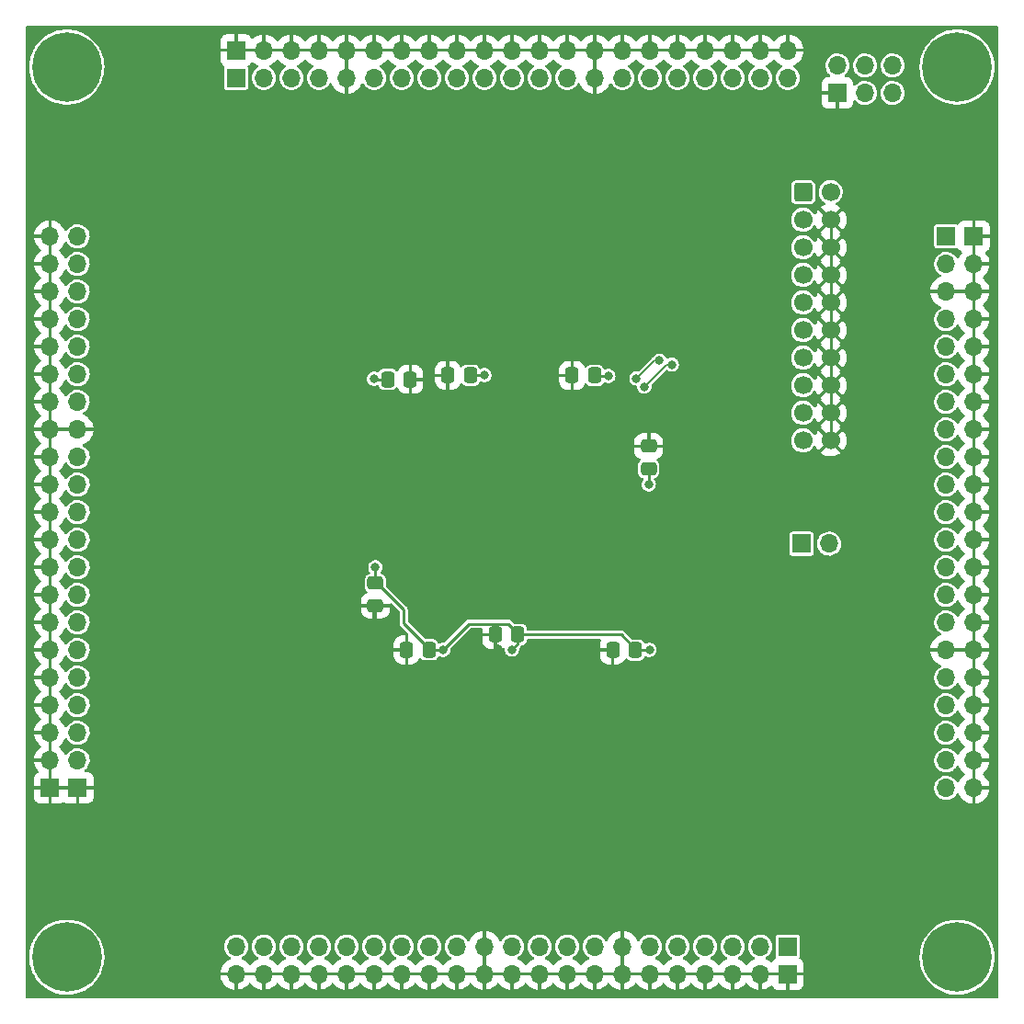
<source format=gbr>
G04 #@! TF.GenerationSoftware,KiCad,Pcbnew,6.0.9+dfsg-1*
G04 #@! TF.CreationDate,2022-12-29T14:55:30+02:00*
G04 #@! TF.ProjectId,ATF1502AS-EVB,41544631-3530-4324-9153-2d4556422e6b,rev?*
G04 #@! TF.SameCoordinates,PX2c9ce60PY9405110*
G04 #@! TF.FileFunction,Copper,L2,Bot*
G04 #@! TF.FilePolarity,Positive*
%FSLAX46Y46*%
G04 Gerber Fmt 4.6, Leading zero omitted, Abs format (unit mm)*
G04 Created by KiCad (PCBNEW 6.0.9+dfsg-1) date 2022-12-29 14:55:30*
%MOMM*%
%LPD*%
G01*
G04 APERTURE LIST*
G04 Aperture macros list*
%AMRoundRect*
0 Rectangle with rounded corners*
0 $1 Rounding radius*
0 $2 $3 $4 $5 $6 $7 $8 $9 X,Y pos of 4 corners*
0 Add a 4 corners polygon primitive as box body*
4,1,4,$2,$3,$4,$5,$6,$7,$8,$9,$2,$3,0*
0 Add four circle primitives for the rounded corners*
1,1,$1+$1,$2,$3*
1,1,$1+$1,$4,$5*
1,1,$1+$1,$6,$7*
1,1,$1+$1,$8,$9*
0 Add four rect primitives between the rounded corners*
20,1,$1+$1,$2,$3,$4,$5,0*
20,1,$1+$1,$4,$5,$6,$7,0*
20,1,$1+$1,$6,$7,$8,$9,0*
20,1,$1+$1,$8,$9,$2,$3,0*%
G04 Aperture macros list end*
G04 #@! TA.AperFunction,ComponentPad*
%ADD10C,6.400000*%
G04 #@! TD*
G04 #@! TA.AperFunction,ComponentPad*
%ADD11O,1.700000X1.700000*%
G04 #@! TD*
G04 #@! TA.AperFunction,ComponentPad*
%ADD12R,1.700000X1.700000*%
G04 #@! TD*
G04 #@! TA.AperFunction,SMDPad,CuDef*
%ADD13RoundRect,0.250000X-0.475000X0.337500X-0.475000X-0.337500X0.475000X-0.337500X0.475000X0.337500X0*%
G04 #@! TD*
G04 #@! TA.AperFunction,SMDPad,CuDef*
%ADD14RoundRect,0.250000X0.337500X0.475000X-0.337500X0.475000X-0.337500X-0.475000X0.337500X-0.475000X0*%
G04 #@! TD*
G04 #@! TA.AperFunction,SMDPad,CuDef*
%ADD15RoundRect,0.250000X0.475000X-0.337500X0.475000X0.337500X-0.475000X0.337500X-0.475000X-0.337500X0*%
G04 #@! TD*
G04 #@! TA.AperFunction,SMDPad,CuDef*
%ADD16RoundRect,0.250000X-0.337500X-0.475000X0.337500X-0.475000X0.337500X0.475000X-0.337500X0.475000X0*%
G04 #@! TD*
G04 #@! TA.AperFunction,ComponentPad*
%ADD17RoundRect,0.250000X-0.600000X-0.600000X0.600000X-0.600000X0.600000X0.600000X-0.600000X0.600000X0*%
G04 #@! TD*
G04 #@! TA.AperFunction,ComponentPad*
%ADD18C,1.700000*%
G04 #@! TD*
G04 #@! TA.AperFunction,ViaPad*
%ADD19C,0.800000*%
G04 #@! TD*
G04 #@! TA.AperFunction,Conductor*
%ADD20C,0.140000*%
G04 #@! TD*
G04 #@! TA.AperFunction,Conductor*
%ADD21C,0.250000*%
G04 #@! TD*
G04 APERTURE END LIST*
D10*
X94220000Y14210000D03*
X12220000Y14210000D03*
X94220000Y96210000D03*
X12220000Y96210000D03*
D11*
X95760000Y29810000D03*
X95760000Y32350000D03*
X95760000Y34890000D03*
X95760000Y37430000D03*
X95760000Y39970000D03*
X95760000Y42510000D03*
X95760000Y45050000D03*
X95760000Y47590000D03*
X95760000Y50130000D03*
X95760000Y52670000D03*
X95760000Y55210000D03*
X95760000Y57750000D03*
X95760000Y60290000D03*
X95760000Y62830000D03*
X95760000Y65370000D03*
X95760000Y67910000D03*
X95760000Y70450000D03*
X95760000Y72990000D03*
X95760000Y75530000D03*
X95760000Y78070000D03*
D12*
X95760000Y80610000D03*
X27820000Y97750000D03*
D11*
X30360000Y97750000D03*
X32900000Y97750000D03*
X35440000Y97750000D03*
X37980000Y97750000D03*
X40520000Y97750000D03*
X43060000Y97750000D03*
X45600000Y97750000D03*
X48140000Y97750000D03*
X50680000Y97750000D03*
X53220000Y97750000D03*
X55760000Y97750000D03*
X58300000Y97750000D03*
X60840000Y97750000D03*
X63380000Y97750000D03*
X65920000Y97750000D03*
X68460000Y97750000D03*
X71000000Y97750000D03*
X73540000Y97750000D03*
X76080000Y97750000D03*
X78620000Y97750000D03*
D12*
X10680000Y29810000D03*
D11*
X10680000Y32350000D03*
X10680000Y34890000D03*
X10680000Y37430000D03*
X10680000Y39970000D03*
X10680000Y42510000D03*
X10680000Y45050000D03*
X10680000Y47590000D03*
X10680000Y50130000D03*
X10680000Y52670000D03*
X10680000Y55210000D03*
X10680000Y57750000D03*
X10680000Y60290000D03*
X10680000Y62830000D03*
X10680000Y65370000D03*
X10680000Y67910000D03*
X10680000Y70450000D03*
X10680000Y72990000D03*
X10680000Y75530000D03*
X10680000Y78070000D03*
X10680000Y80610000D03*
D12*
X78620000Y12670000D03*
D11*
X76080000Y12670000D03*
X73540000Y12670000D03*
X71000000Y12670000D03*
X68460000Y12670000D03*
X65920000Y12670000D03*
X63380000Y12670000D03*
X60840000Y12670000D03*
X58300000Y12670000D03*
X55760000Y12670000D03*
X53220000Y12670000D03*
X50680000Y12670000D03*
X48140000Y12670000D03*
X45600000Y12670000D03*
X43060000Y12670000D03*
X40520000Y12670000D03*
X37980000Y12670000D03*
X35440000Y12670000D03*
X32900000Y12670000D03*
X30360000Y12670000D03*
X27820000Y12670000D03*
X93220000Y29810000D03*
X93220000Y32350000D03*
X93220000Y34890000D03*
X93220000Y37430000D03*
X93220000Y39970000D03*
X93220000Y42510000D03*
X93220000Y45050000D03*
X93220000Y47590000D03*
X93220000Y50130000D03*
X93220000Y52670000D03*
X93220000Y55210000D03*
X93220000Y57750000D03*
X93220000Y60290000D03*
X93220000Y62830000D03*
X93220000Y65370000D03*
X93220000Y67910000D03*
X93220000Y70450000D03*
X93220000Y72990000D03*
X93220000Y75530000D03*
X93220000Y78070000D03*
D12*
X93220000Y80610000D03*
D11*
X27820000Y15210000D03*
X30360000Y15210000D03*
X32900000Y15210000D03*
X35440000Y15210000D03*
X37980000Y15210000D03*
X40520000Y15210000D03*
X43060000Y15210000D03*
X45600000Y15210000D03*
X48140000Y15210000D03*
X50680000Y15210000D03*
X53220000Y15210000D03*
X55760000Y15210000D03*
X58300000Y15210000D03*
X60840000Y15210000D03*
X63380000Y15210000D03*
X65920000Y15210000D03*
X68460000Y15210000D03*
X71000000Y15210000D03*
X73540000Y15210000D03*
X76080000Y15210000D03*
D12*
X78620000Y15210000D03*
D11*
X78620000Y95210000D03*
X76080000Y95210000D03*
X73540000Y95210000D03*
X71000000Y95210000D03*
X68460000Y95210000D03*
X65920000Y95210000D03*
X63380000Y95210000D03*
X60840000Y95210000D03*
X58300000Y95210000D03*
X55760000Y95210000D03*
X53220000Y95210000D03*
X50680000Y95210000D03*
X48140000Y95210000D03*
X45600000Y95210000D03*
X43060000Y95210000D03*
X40520000Y95210000D03*
X37980000Y95210000D03*
X35440000Y95210000D03*
X32900000Y95210000D03*
X30360000Y95210000D03*
D12*
X27820000Y95210000D03*
X13220000Y29810000D03*
D11*
X13220000Y32350000D03*
X13220000Y34890000D03*
X13220000Y37430000D03*
X13220000Y39970000D03*
X13220000Y42510000D03*
X13220000Y45050000D03*
X13220000Y47590000D03*
X13220000Y50130000D03*
X13220000Y52670000D03*
X13220000Y55210000D03*
X13220000Y57750000D03*
X13220000Y60290000D03*
X13220000Y62830000D03*
X13220000Y65370000D03*
X13220000Y67910000D03*
X13220000Y70450000D03*
X13220000Y72990000D03*
X13220000Y75530000D03*
X13220000Y78070000D03*
X13220000Y80610000D03*
D13*
X40650000Y48667500D03*
X40650000Y46592500D03*
D14*
X45597500Y42530000D03*
X43522500Y42530000D03*
X53767500Y43930000D03*
X51692500Y43930000D03*
X60847500Y67800000D03*
X58772500Y67800000D03*
X64587500Y42500000D03*
X62512500Y42500000D03*
D15*
X65810000Y59202500D03*
X65810000Y61277500D03*
D14*
X49387500Y67810000D03*
X47312500Y67810000D03*
D16*
X41782500Y67440000D03*
X43857500Y67440000D03*
D12*
X83205000Y93815000D03*
D11*
X83205000Y96355000D03*
X85745000Y93815000D03*
X85745000Y96355000D03*
X88285000Y93815000D03*
X88285000Y96355000D03*
D17*
X80040000Y84680000D03*
D18*
X82580000Y84680000D03*
X80040000Y82140000D03*
X82580000Y82140000D03*
X80040000Y79600000D03*
X82580000Y79600000D03*
X80040000Y77060000D03*
X82580000Y77060000D03*
X80040000Y74520000D03*
X82580000Y74520000D03*
X80040000Y71980000D03*
X82580000Y71980000D03*
X80040000Y69440000D03*
X82580000Y69440000D03*
X80040000Y66900000D03*
X82580000Y66900000D03*
X80040000Y64360000D03*
X82580000Y64360000D03*
X80040000Y61820000D03*
X82580000Y61820000D03*
D12*
X79895000Y52300000D03*
D11*
X82435000Y52300000D03*
D19*
X64690000Y67525500D03*
X66809502Y69160000D03*
X65415500Y66770000D03*
X67950000Y68799502D03*
X65890000Y42530000D03*
X65820000Y57750000D03*
X50680000Y67820000D03*
X40510000Y67480000D03*
X40640000Y50130000D03*
X46880000Y42530000D03*
X53220000Y42560000D03*
X65810000Y48870000D03*
X58320000Y42560000D03*
X51960000Y42630000D03*
X40420000Y43020000D03*
X40540000Y59020000D03*
X65900000Y65360000D03*
X45600000Y67870000D03*
X62100000Y67750000D03*
X57030000Y67850000D03*
D20*
X64690000Y67525500D02*
X66324500Y69160000D01*
X66324500Y69160000D02*
X66809502Y69160000D01*
X67950000Y68799502D02*
X67445002Y68799502D01*
X67445002Y68799502D02*
X65415500Y66770000D01*
D21*
X64587500Y42500000D02*
X64587500Y42642500D01*
X64587500Y42642500D02*
X63300000Y43930000D01*
X63300000Y43930000D02*
X53767500Y43930000D01*
X62512500Y42500000D02*
X58380000Y42500000D01*
X58380000Y42500000D02*
X58320000Y42560000D01*
X65890000Y42530000D02*
X64617500Y42530000D01*
X64617500Y42530000D02*
X64587500Y42500000D01*
X65810000Y61277500D02*
X65810000Y65270000D01*
X65810000Y65270000D02*
X65900000Y65360000D01*
X65820000Y57750000D02*
X65820000Y59192500D01*
X65820000Y59192500D02*
X65810000Y59202500D01*
X47312500Y67810000D02*
X45660000Y67810000D01*
X45660000Y67810000D02*
X45600000Y67870000D01*
X49387500Y67810000D02*
X50670000Y67810000D01*
X50670000Y67810000D02*
X50680000Y67820000D01*
X43857500Y67440000D02*
X45170000Y67440000D01*
X45170000Y67440000D02*
X45600000Y67870000D01*
X41782500Y67440000D02*
X40550000Y67440000D01*
X40550000Y67440000D02*
X40510000Y67480000D01*
X40650000Y48667500D02*
X40822500Y48667500D01*
X40822500Y48667500D02*
X43240000Y46250000D01*
X43240000Y46250000D02*
X43240000Y44990000D01*
X43240000Y44990000D02*
X45597500Y42632500D01*
X45597500Y42632500D02*
X45597500Y42530000D01*
X40420000Y43020000D02*
X40420000Y46362500D01*
X40420000Y46362500D02*
X40650000Y46592500D01*
X40650000Y48667500D02*
X40650000Y50120000D01*
X40650000Y50120000D02*
X40640000Y50130000D01*
X53767500Y43930000D02*
X53767500Y44022500D01*
X53767500Y44022500D02*
X52860000Y44930000D01*
X49280000Y44930000D02*
X46880000Y42530000D01*
X52860000Y44930000D02*
X49280000Y44930000D01*
X43522500Y42530000D02*
X40910000Y42530000D01*
X40910000Y42530000D02*
X40420000Y43020000D01*
X46880000Y42530000D02*
X45597500Y42530000D01*
X51692500Y43930000D02*
X51692500Y42897500D01*
X51692500Y42897500D02*
X51960000Y42630000D01*
X53767500Y43930000D02*
X53767500Y43107500D01*
X53767500Y43107500D02*
X53220000Y42560000D01*
X58772500Y67800000D02*
X57080000Y67800000D01*
X57080000Y67800000D02*
X57030000Y67850000D01*
X62100000Y67750000D02*
X60897500Y67750000D01*
X60897500Y67750000D02*
X60847500Y67800000D01*
X82580000Y61820000D02*
X82580000Y82140000D01*
G04 #@! TA.AperFunction,Conductor*
G36*
X97941621Y99969498D02*
G01*
X97988114Y99915842D01*
X97999500Y99863500D01*
X97999500Y10556500D01*
X97979498Y10488379D01*
X97925842Y10441886D01*
X97873500Y10430500D01*
X8566500Y10430500D01*
X8498379Y10450502D01*
X8451886Y10504158D01*
X8440500Y10556500D01*
X8440500Y14222076D01*
X8760447Y14222076D01*
X8760619Y14218681D01*
X8760619Y14218680D01*
X8773791Y13958656D01*
X8779378Y13848376D01*
X8779915Y13845021D01*
X8779916Y13845015D01*
X8820053Y13594431D01*
X8838557Y13478906D01*
X8937293Y13117989D01*
X9074430Y12769846D01*
X9248365Y12438550D01*
X9250262Y12435726D01*
X9250265Y12435722D01*
X9383425Y12237558D01*
X9457061Y12127976D01*
X9459256Y12125370D01*
X9459260Y12125364D01*
X9478961Y12101969D01*
X9698079Y11841759D01*
X9968598Y11583245D01*
X10265455Y11355459D01*
X10585176Y11161065D01*
X10924021Y11002339D01*
X10927239Y11001237D01*
X10927242Y11001236D01*
X11274803Y10882239D01*
X11274811Y10882237D01*
X11278026Y10881136D01*
X11643051Y10798874D01*
X11730200Y10788944D01*
X12011442Y10756900D01*
X12011450Y10756900D01*
X12014825Y10756515D01*
X12018229Y10756497D01*
X12018232Y10756497D01*
X12221556Y10755433D01*
X12388999Y10754556D01*
X12392385Y10754906D01*
X12392387Y10754906D01*
X12757805Y10792668D01*
X12757814Y10792669D01*
X12761197Y10793019D01*
X12764530Y10793733D01*
X12764533Y10793734D01*
X12944820Y10832384D01*
X13127063Y10871454D01*
X13482318Y10988944D01*
X13822807Y11144113D01*
X13938049Y11212539D01*
X14141601Y11333399D01*
X14141606Y11333402D01*
X14144546Y11335148D01*
X14174354Y11357528D01*
X14322784Y11468973D01*
X14443771Y11559813D01*
X14716983Y11815479D01*
X14960985Y12099158D01*
X15049333Y12227705D01*
X15170992Y12404720D01*
X15170997Y12404727D01*
X15172922Y12407529D01*
X15174534Y12410523D01*
X15174539Y12410531D01*
X15225211Y12504640D01*
X26369036Y12504640D01*
X26370944Y12471548D01*
X26372377Y12461347D01*
X26422810Y12237558D01*
X26425898Y12227705D01*
X26512204Y12015160D01*
X26516852Y12005959D01*
X26636712Y11810363D01*
X26642810Y11802031D01*
X26793010Y11628636D01*
X26800373Y11621426D01*
X26976879Y11474888D01*
X26985326Y11468973D01*
X27183399Y11353229D01*
X27192686Y11348779D01*
X27407006Y11266938D01*
X27416908Y11264061D01*
X27641709Y11218325D01*
X27651906Y11217109D01*
X27667291Y11221019D01*
X27667704Y11221462D01*
X27670000Y11231158D01*
X27670000Y11237338D01*
X27970000Y11237338D01*
X27974064Y11223496D01*
X27987478Y11221462D01*
X28119043Y11238316D01*
X28129129Y11240459D01*
X28348864Y11306383D01*
X28358459Y11310144D01*
X28564468Y11411067D01*
X28573326Y11416346D01*
X28760100Y11549571D01*
X28767961Y11556215D01*
X28930468Y11718156D01*
X28937146Y11726003D01*
X28985295Y11793009D01*
X29041289Y11836657D01*
X29111993Y11843103D01*
X29174957Y11810300D01*
X29182854Y11801980D01*
X29333005Y11628642D01*
X29340373Y11621426D01*
X29516879Y11474888D01*
X29525326Y11468973D01*
X29723399Y11353229D01*
X29732686Y11348779D01*
X29947006Y11266938D01*
X29956908Y11264061D01*
X30181709Y11218325D01*
X30191906Y11217109D01*
X30207291Y11221019D01*
X30207704Y11221462D01*
X30210000Y11231158D01*
X30210000Y11237338D01*
X30510000Y11237338D01*
X30514064Y11223496D01*
X30527478Y11221462D01*
X30659043Y11238316D01*
X30669129Y11240459D01*
X30888864Y11306383D01*
X30898459Y11310144D01*
X31104468Y11411067D01*
X31113326Y11416346D01*
X31300100Y11549571D01*
X31307961Y11556215D01*
X31470468Y11718156D01*
X31477146Y11726003D01*
X31525295Y11793009D01*
X31581289Y11836657D01*
X31651993Y11843103D01*
X31714957Y11810300D01*
X31722854Y11801980D01*
X31873005Y11628642D01*
X31880373Y11621426D01*
X32056879Y11474888D01*
X32065326Y11468973D01*
X32263399Y11353229D01*
X32272686Y11348779D01*
X32487006Y11266938D01*
X32496908Y11264061D01*
X32721709Y11218325D01*
X32731906Y11217109D01*
X32747291Y11221019D01*
X32747704Y11221462D01*
X32750000Y11231158D01*
X32750000Y11237338D01*
X33050000Y11237338D01*
X33054064Y11223496D01*
X33067478Y11221462D01*
X33199043Y11238316D01*
X33209129Y11240459D01*
X33428864Y11306383D01*
X33438459Y11310144D01*
X33644468Y11411067D01*
X33653326Y11416346D01*
X33840100Y11549571D01*
X33847961Y11556215D01*
X34010468Y11718156D01*
X34017146Y11726003D01*
X34065295Y11793009D01*
X34121289Y11836657D01*
X34191993Y11843103D01*
X34254957Y11810300D01*
X34262854Y11801980D01*
X34413005Y11628642D01*
X34420373Y11621426D01*
X34596879Y11474888D01*
X34605326Y11468973D01*
X34803399Y11353229D01*
X34812686Y11348779D01*
X35027006Y11266938D01*
X35036908Y11264061D01*
X35261709Y11218325D01*
X35271906Y11217109D01*
X35287291Y11221019D01*
X35287704Y11221462D01*
X35290000Y11231158D01*
X35290000Y11237338D01*
X35590000Y11237338D01*
X35594064Y11223496D01*
X35607478Y11221462D01*
X35739043Y11238316D01*
X35749129Y11240459D01*
X35968864Y11306383D01*
X35978459Y11310144D01*
X36184468Y11411067D01*
X36193326Y11416346D01*
X36380100Y11549571D01*
X36387961Y11556215D01*
X36550468Y11718156D01*
X36557146Y11726003D01*
X36605295Y11793009D01*
X36661289Y11836657D01*
X36731993Y11843103D01*
X36794957Y11810300D01*
X36802854Y11801980D01*
X36953005Y11628642D01*
X36960373Y11621426D01*
X37136879Y11474888D01*
X37145326Y11468973D01*
X37343399Y11353229D01*
X37352686Y11348779D01*
X37567006Y11266938D01*
X37576908Y11264061D01*
X37801709Y11218325D01*
X37811906Y11217109D01*
X37827291Y11221019D01*
X37827704Y11221462D01*
X37830000Y11231158D01*
X37830000Y11237338D01*
X38130000Y11237338D01*
X38134064Y11223496D01*
X38147478Y11221462D01*
X38279043Y11238316D01*
X38289129Y11240459D01*
X38508864Y11306383D01*
X38518459Y11310144D01*
X38724468Y11411067D01*
X38733326Y11416346D01*
X38920100Y11549571D01*
X38927961Y11556215D01*
X39090468Y11718156D01*
X39097146Y11726003D01*
X39145295Y11793009D01*
X39201289Y11836657D01*
X39271993Y11843103D01*
X39334957Y11810300D01*
X39342854Y11801980D01*
X39493005Y11628642D01*
X39500373Y11621426D01*
X39676879Y11474888D01*
X39685326Y11468973D01*
X39883399Y11353229D01*
X39892686Y11348779D01*
X40107006Y11266938D01*
X40116908Y11264061D01*
X40341709Y11218325D01*
X40351906Y11217109D01*
X40367291Y11221019D01*
X40367704Y11221462D01*
X40370000Y11231158D01*
X40370000Y11237338D01*
X40670000Y11237338D01*
X40674064Y11223496D01*
X40687478Y11221462D01*
X40819043Y11238316D01*
X40829129Y11240459D01*
X41048864Y11306383D01*
X41058459Y11310144D01*
X41264468Y11411067D01*
X41273326Y11416346D01*
X41460100Y11549571D01*
X41467961Y11556215D01*
X41630468Y11718156D01*
X41637146Y11726003D01*
X41685295Y11793009D01*
X41741289Y11836657D01*
X41811993Y11843103D01*
X41874957Y11810300D01*
X41882854Y11801980D01*
X42033005Y11628642D01*
X42040373Y11621426D01*
X42216879Y11474888D01*
X42225326Y11468973D01*
X42423399Y11353229D01*
X42432686Y11348779D01*
X42647006Y11266938D01*
X42656908Y11264061D01*
X42881709Y11218325D01*
X42891906Y11217109D01*
X42907291Y11221019D01*
X42907704Y11221462D01*
X42910000Y11231158D01*
X42910000Y11237338D01*
X43210000Y11237338D01*
X43214064Y11223496D01*
X43227478Y11221462D01*
X43359043Y11238316D01*
X43369129Y11240459D01*
X43588864Y11306383D01*
X43598459Y11310144D01*
X43804468Y11411067D01*
X43813326Y11416346D01*
X44000100Y11549571D01*
X44007961Y11556215D01*
X44170468Y11718156D01*
X44177146Y11726003D01*
X44225295Y11793009D01*
X44281289Y11836657D01*
X44351993Y11843103D01*
X44414957Y11810300D01*
X44422854Y11801980D01*
X44573005Y11628642D01*
X44580373Y11621426D01*
X44756879Y11474888D01*
X44765326Y11468973D01*
X44963399Y11353229D01*
X44972686Y11348779D01*
X45187006Y11266938D01*
X45196908Y11264061D01*
X45421709Y11218325D01*
X45431906Y11217109D01*
X45447291Y11221019D01*
X45447704Y11221462D01*
X45450000Y11231158D01*
X45450000Y11237338D01*
X45750000Y11237338D01*
X45754064Y11223496D01*
X45767478Y11221462D01*
X45899043Y11238316D01*
X45909129Y11240459D01*
X46128864Y11306383D01*
X46138459Y11310144D01*
X46344468Y11411067D01*
X46353326Y11416346D01*
X46540100Y11549571D01*
X46547961Y11556215D01*
X46710468Y11718156D01*
X46717146Y11726003D01*
X46765295Y11793009D01*
X46821289Y11836657D01*
X46891993Y11843103D01*
X46954957Y11810300D01*
X46962854Y11801980D01*
X47113005Y11628642D01*
X47120373Y11621426D01*
X47296879Y11474888D01*
X47305326Y11468973D01*
X47503399Y11353229D01*
X47512686Y11348779D01*
X47727006Y11266938D01*
X47736908Y11264061D01*
X47961709Y11218325D01*
X47971906Y11217109D01*
X47987291Y11221019D01*
X47987704Y11221462D01*
X47990000Y11231158D01*
X47990000Y11237338D01*
X48290000Y11237338D01*
X48294064Y11223496D01*
X48307478Y11221462D01*
X48439043Y11238316D01*
X48449129Y11240459D01*
X48668864Y11306383D01*
X48678459Y11310144D01*
X48884468Y11411067D01*
X48893326Y11416346D01*
X49080100Y11549571D01*
X49087961Y11556215D01*
X49250468Y11718156D01*
X49257146Y11726003D01*
X49305295Y11793009D01*
X49361289Y11836657D01*
X49431993Y11843103D01*
X49494957Y11810300D01*
X49502854Y11801980D01*
X49653005Y11628642D01*
X49660373Y11621426D01*
X49836879Y11474888D01*
X49845326Y11468973D01*
X50043399Y11353229D01*
X50052686Y11348779D01*
X50267006Y11266938D01*
X50276908Y11264061D01*
X50501709Y11218325D01*
X50511906Y11217109D01*
X50527291Y11221019D01*
X50527704Y11221462D01*
X50530000Y11231158D01*
X50530000Y11237338D01*
X50830000Y11237338D01*
X50834064Y11223496D01*
X50847478Y11221462D01*
X50979043Y11238316D01*
X50989129Y11240459D01*
X51208864Y11306383D01*
X51218459Y11310144D01*
X51424468Y11411067D01*
X51433326Y11416346D01*
X51620100Y11549571D01*
X51627961Y11556215D01*
X51790468Y11718156D01*
X51797146Y11726003D01*
X51845295Y11793009D01*
X51901289Y11836657D01*
X51971993Y11843103D01*
X52034957Y11810300D01*
X52042854Y11801980D01*
X52193005Y11628642D01*
X52200373Y11621426D01*
X52376879Y11474888D01*
X52385326Y11468973D01*
X52583399Y11353229D01*
X52592686Y11348779D01*
X52807006Y11266938D01*
X52816908Y11264061D01*
X53041709Y11218325D01*
X53051906Y11217109D01*
X53067291Y11221019D01*
X53067704Y11221462D01*
X53070000Y11231158D01*
X53070000Y11237338D01*
X53370000Y11237338D01*
X53374064Y11223496D01*
X53387478Y11221462D01*
X53519043Y11238316D01*
X53529129Y11240459D01*
X53748864Y11306383D01*
X53758459Y11310144D01*
X53964468Y11411067D01*
X53973326Y11416346D01*
X54160100Y11549571D01*
X54167961Y11556215D01*
X54330468Y11718156D01*
X54337146Y11726003D01*
X54385295Y11793009D01*
X54441289Y11836657D01*
X54511993Y11843103D01*
X54574957Y11810300D01*
X54582854Y11801980D01*
X54733005Y11628642D01*
X54740373Y11621426D01*
X54916879Y11474888D01*
X54925326Y11468973D01*
X55123399Y11353229D01*
X55132686Y11348779D01*
X55347006Y11266938D01*
X55356908Y11264061D01*
X55581709Y11218325D01*
X55591906Y11217109D01*
X55607291Y11221019D01*
X55607704Y11221462D01*
X55610000Y11231158D01*
X55610000Y11237338D01*
X55910000Y11237338D01*
X55914064Y11223496D01*
X55927478Y11221462D01*
X56059043Y11238316D01*
X56069129Y11240459D01*
X56288864Y11306383D01*
X56298459Y11310144D01*
X56504468Y11411067D01*
X56513326Y11416346D01*
X56700100Y11549571D01*
X56707961Y11556215D01*
X56870468Y11718156D01*
X56877146Y11726003D01*
X56925295Y11793009D01*
X56981289Y11836657D01*
X57051993Y11843103D01*
X57114957Y11810300D01*
X57122854Y11801980D01*
X57273005Y11628642D01*
X57280373Y11621426D01*
X57456879Y11474888D01*
X57465326Y11468973D01*
X57663399Y11353229D01*
X57672686Y11348779D01*
X57887006Y11266938D01*
X57896908Y11264061D01*
X58121709Y11218325D01*
X58131906Y11217109D01*
X58147291Y11221019D01*
X58147704Y11221462D01*
X58150000Y11231158D01*
X58150000Y11237338D01*
X58450000Y11237338D01*
X58454064Y11223496D01*
X58467478Y11221462D01*
X58599043Y11238316D01*
X58609129Y11240459D01*
X58828864Y11306383D01*
X58838459Y11310144D01*
X59044468Y11411067D01*
X59053326Y11416346D01*
X59240100Y11549571D01*
X59247961Y11556215D01*
X59410468Y11718156D01*
X59417146Y11726003D01*
X59465295Y11793009D01*
X59521289Y11836657D01*
X59591993Y11843103D01*
X59654957Y11810300D01*
X59662854Y11801980D01*
X59813005Y11628642D01*
X59820373Y11621426D01*
X59996879Y11474888D01*
X60005326Y11468973D01*
X60203399Y11353229D01*
X60212686Y11348779D01*
X60427006Y11266938D01*
X60436908Y11264061D01*
X60661709Y11218325D01*
X60671906Y11217109D01*
X60687291Y11221019D01*
X60687704Y11221462D01*
X60690000Y11231158D01*
X60690000Y11237338D01*
X60990000Y11237338D01*
X60994064Y11223496D01*
X61007478Y11221462D01*
X61139043Y11238316D01*
X61149129Y11240459D01*
X61368864Y11306383D01*
X61378459Y11310144D01*
X61584468Y11411067D01*
X61593326Y11416346D01*
X61780100Y11549571D01*
X61787961Y11556215D01*
X61950468Y11718156D01*
X61957146Y11726003D01*
X62005295Y11793009D01*
X62061289Y11836657D01*
X62131993Y11843103D01*
X62194957Y11810300D01*
X62202854Y11801980D01*
X62353005Y11628642D01*
X62360373Y11621426D01*
X62536879Y11474888D01*
X62545326Y11468973D01*
X62743399Y11353229D01*
X62752686Y11348779D01*
X62967006Y11266938D01*
X62976908Y11264061D01*
X63201709Y11218325D01*
X63211906Y11217109D01*
X63227291Y11221019D01*
X63227704Y11221462D01*
X63230000Y11231158D01*
X63230000Y11237338D01*
X63530000Y11237338D01*
X63534064Y11223496D01*
X63547478Y11221462D01*
X63679043Y11238316D01*
X63689129Y11240459D01*
X63908864Y11306383D01*
X63918459Y11310144D01*
X64124468Y11411067D01*
X64133326Y11416346D01*
X64320100Y11549571D01*
X64327961Y11556215D01*
X64490468Y11718156D01*
X64497146Y11726003D01*
X64545295Y11793009D01*
X64601289Y11836657D01*
X64671993Y11843103D01*
X64734957Y11810300D01*
X64742854Y11801980D01*
X64893005Y11628642D01*
X64900373Y11621426D01*
X65076879Y11474888D01*
X65085326Y11468973D01*
X65283399Y11353229D01*
X65292686Y11348779D01*
X65507006Y11266938D01*
X65516908Y11264061D01*
X65741709Y11218325D01*
X65751906Y11217109D01*
X65767291Y11221019D01*
X65767704Y11221462D01*
X65770000Y11231158D01*
X65770000Y11237338D01*
X66070000Y11237338D01*
X66074064Y11223496D01*
X66087478Y11221462D01*
X66219043Y11238316D01*
X66229129Y11240459D01*
X66448864Y11306383D01*
X66458459Y11310144D01*
X66664468Y11411067D01*
X66673326Y11416346D01*
X66860100Y11549571D01*
X66867961Y11556215D01*
X67030468Y11718156D01*
X67037146Y11726003D01*
X67085295Y11793009D01*
X67141289Y11836657D01*
X67211993Y11843103D01*
X67274957Y11810300D01*
X67282854Y11801980D01*
X67433005Y11628642D01*
X67440373Y11621426D01*
X67616879Y11474888D01*
X67625326Y11468973D01*
X67823399Y11353229D01*
X67832686Y11348779D01*
X68047006Y11266938D01*
X68056908Y11264061D01*
X68281709Y11218325D01*
X68291906Y11217109D01*
X68307291Y11221019D01*
X68307704Y11221462D01*
X68310000Y11231158D01*
X68310000Y11237338D01*
X68610000Y11237338D01*
X68614064Y11223496D01*
X68627478Y11221462D01*
X68759043Y11238316D01*
X68769129Y11240459D01*
X68988864Y11306383D01*
X68998459Y11310144D01*
X69204468Y11411067D01*
X69213326Y11416346D01*
X69400100Y11549571D01*
X69407961Y11556215D01*
X69570468Y11718156D01*
X69577146Y11726003D01*
X69625295Y11793009D01*
X69681289Y11836657D01*
X69751993Y11843103D01*
X69814957Y11810300D01*
X69822854Y11801980D01*
X69973005Y11628642D01*
X69980373Y11621426D01*
X70156879Y11474888D01*
X70165326Y11468973D01*
X70363399Y11353229D01*
X70372686Y11348779D01*
X70587006Y11266938D01*
X70596908Y11264061D01*
X70821709Y11218325D01*
X70831906Y11217109D01*
X70847291Y11221019D01*
X70847704Y11221462D01*
X70850000Y11231158D01*
X70850000Y11237338D01*
X71150000Y11237338D01*
X71154064Y11223496D01*
X71167478Y11221462D01*
X71299043Y11238316D01*
X71309129Y11240459D01*
X71528864Y11306383D01*
X71538459Y11310144D01*
X71744468Y11411067D01*
X71753326Y11416346D01*
X71940100Y11549571D01*
X71947961Y11556215D01*
X72110468Y11718156D01*
X72117146Y11726003D01*
X72165295Y11793009D01*
X72221289Y11836657D01*
X72291993Y11843103D01*
X72354957Y11810300D01*
X72362854Y11801980D01*
X72513005Y11628642D01*
X72520373Y11621426D01*
X72696879Y11474888D01*
X72705326Y11468973D01*
X72903399Y11353229D01*
X72912686Y11348779D01*
X73127006Y11266938D01*
X73136908Y11264061D01*
X73361709Y11218325D01*
X73371906Y11217109D01*
X73387291Y11221019D01*
X73387704Y11221462D01*
X73390000Y11231158D01*
X73390000Y11237338D01*
X73690000Y11237338D01*
X73694064Y11223496D01*
X73707478Y11221462D01*
X73839043Y11238316D01*
X73849129Y11240459D01*
X74068864Y11306383D01*
X74078459Y11310144D01*
X74284468Y11411067D01*
X74293326Y11416346D01*
X74480100Y11549571D01*
X74487961Y11556215D01*
X74650468Y11718156D01*
X74657146Y11726003D01*
X74705295Y11793009D01*
X74761289Y11836657D01*
X74831993Y11843103D01*
X74894957Y11810300D01*
X74902854Y11801980D01*
X75053005Y11628642D01*
X75060373Y11621426D01*
X75236879Y11474888D01*
X75245326Y11468973D01*
X75443399Y11353229D01*
X75452686Y11348779D01*
X75667006Y11266938D01*
X75676908Y11264061D01*
X75901709Y11218325D01*
X75911906Y11217109D01*
X75927291Y11221019D01*
X75927704Y11221462D01*
X75930000Y11231158D01*
X75930000Y11237338D01*
X76230000Y11237338D01*
X76234064Y11223496D01*
X76247478Y11221462D01*
X76379043Y11238316D01*
X76389129Y11240459D01*
X76608864Y11306383D01*
X76618459Y11310144D01*
X76824468Y11411067D01*
X76833326Y11416346D01*
X77020100Y11549571D01*
X77027962Y11556216D01*
X77031400Y11559641D01*
X77093772Y11593556D01*
X77164579Y11588366D01*
X77221339Y11545719D01*
X77231392Y11528028D01*
X77231622Y11528161D01*
X77243941Y11506824D01*
X77331344Y11392920D01*
X77342920Y11381344D01*
X77456824Y11293941D01*
X77471007Y11285753D01*
X77603650Y11230810D01*
X77619468Y11226572D01*
X77726066Y11212538D01*
X77734275Y11212000D01*
X78451885Y11212000D01*
X78467124Y11216475D01*
X78468329Y11217865D01*
X78470000Y11225548D01*
X78470000Y11230116D01*
X78770000Y11230116D01*
X78774475Y11214877D01*
X78775865Y11213672D01*
X78783548Y11212001D01*
X79505723Y11212001D01*
X79513935Y11212539D01*
X79620533Y11226572D01*
X79636348Y11230810D01*
X79768993Y11285753D01*
X79783176Y11293941D01*
X79897080Y11381344D01*
X79908656Y11392920D01*
X79996059Y11506824D01*
X80004247Y11521007D01*
X80059190Y11653650D01*
X80063428Y11669468D01*
X80077462Y11776066D01*
X80078000Y11784275D01*
X80078000Y12501885D01*
X80073525Y12517124D01*
X80072135Y12518329D01*
X80064452Y12520000D01*
X78788115Y12520000D01*
X78772876Y12515525D01*
X78771671Y12514135D01*
X78770000Y12506452D01*
X78770000Y11230116D01*
X78470000Y11230116D01*
X78470000Y12501885D01*
X78465525Y12517124D01*
X78464135Y12518329D01*
X78456452Y12520000D01*
X76248115Y12520000D01*
X76232876Y12515525D01*
X76231671Y12514135D01*
X76230000Y12506452D01*
X76230000Y11237338D01*
X75930000Y11237338D01*
X75930000Y12501885D01*
X75925525Y12517124D01*
X75924135Y12518329D01*
X75916452Y12520000D01*
X73708115Y12520000D01*
X73692876Y12515525D01*
X73691671Y12514135D01*
X73690000Y12506452D01*
X73690000Y11237338D01*
X73390000Y11237338D01*
X73390000Y12501885D01*
X73385525Y12517124D01*
X73384135Y12518329D01*
X73376452Y12520000D01*
X71168115Y12520000D01*
X71152876Y12515525D01*
X71151671Y12514135D01*
X71150000Y12506452D01*
X71150000Y11237338D01*
X70850000Y11237338D01*
X70850000Y12501885D01*
X70845525Y12517124D01*
X70844135Y12518329D01*
X70836452Y12520000D01*
X68628115Y12520000D01*
X68612876Y12515525D01*
X68611671Y12514135D01*
X68610000Y12506452D01*
X68610000Y11237338D01*
X68310000Y11237338D01*
X68310000Y12501885D01*
X68305525Y12517124D01*
X68304135Y12518329D01*
X68296452Y12520000D01*
X66088115Y12520000D01*
X66072876Y12515525D01*
X66071671Y12514135D01*
X66070000Y12506452D01*
X66070000Y11237338D01*
X65770000Y11237338D01*
X65770000Y12501885D01*
X65765525Y12517124D01*
X65764135Y12518329D01*
X65756452Y12520000D01*
X63548115Y12520000D01*
X63532876Y12515525D01*
X63531671Y12514135D01*
X63530000Y12506452D01*
X63530000Y11237338D01*
X63230000Y11237338D01*
X63230000Y12501885D01*
X63225525Y12517124D01*
X63224135Y12518329D01*
X63216452Y12520000D01*
X61008115Y12520000D01*
X60992876Y12515525D01*
X60991671Y12514135D01*
X60990000Y12506452D01*
X60990000Y11237338D01*
X60690000Y11237338D01*
X60690000Y12501885D01*
X60685525Y12517124D01*
X60684135Y12518329D01*
X60676452Y12520000D01*
X58468115Y12520000D01*
X58452876Y12515525D01*
X58451671Y12514135D01*
X58450000Y12506452D01*
X58450000Y11237338D01*
X58150000Y11237338D01*
X58150000Y12501885D01*
X58145525Y12517124D01*
X58144135Y12518329D01*
X58136452Y12520000D01*
X55928115Y12520000D01*
X55912876Y12515525D01*
X55911671Y12514135D01*
X55910000Y12506452D01*
X55910000Y11237338D01*
X55610000Y11237338D01*
X55610000Y12501885D01*
X55605525Y12517124D01*
X55604135Y12518329D01*
X55596452Y12520000D01*
X53388115Y12520000D01*
X53372876Y12515525D01*
X53371671Y12514135D01*
X53370000Y12506452D01*
X53370000Y11237338D01*
X53070000Y11237338D01*
X53070000Y12501885D01*
X53065525Y12517124D01*
X53064135Y12518329D01*
X53056452Y12520000D01*
X50848115Y12520000D01*
X50832876Y12515525D01*
X50831671Y12514135D01*
X50830000Y12506452D01*
X50830000Y11237338D01*
X50530000Y11237338D01*
X50530000Y12501885D01*
X50525525Y12517124D01*
X50524135Y12518329D01*
X50516452Y12520000D01*
X48308115Y12520000D01*
X48292876Y12515525D01*
X48291671Y12514135D01*
X48290000Y12506452D01*
X48290000Y11237338D01*
X47990000Y11237338D01*
X47990000Y12501885D01*
X47985525Y12517124D01*
X47984135Y12518329D01*
X47976452Y12520000D01*
X45768115Y12520000D01*
X45752876Y12515525D01*
X45751671Y12514135D01*
X45750000Y12506452D01*
X45750000Y11237338D01*
X45450000Y11237338D01*
X45450000Y12501885D01*
X45445525Y12517124D01*
X45444135Y12518329D01*
X45436452Y12520000D01*
X43228115Y12520000D01*
X43212876Y12515525D01*
X43211671Y12514135D01*
X43210000Y12506452D01*
X43210000Y11237338D01*
X42910000Y11237338D01*
X42910000Y12501885D01*
X42905525Y12517124D01*
X42904135Y12518329D01*
X42896452Y12520000D01*
X40688115Y12520000D01*
X40672876Y12515525D01*
X40671671Y12514135D01*
X40670000Y12506452D01*
X40670000Y11237338D01*
X40370000Y11237338D01*
X40370000Y12501885D01*
X40365525Y12517124D01*
X40364135Y12518329D01*
X40356452Y12520000D01*
X38148115Y12520000D01*
X38132876Y12515525D01*
X38131671Y12514135D01*
X38130000Y12506452D01*
X38130000Y11237338D01*
X37830000Y11237338D01*
X37830000Y12501885D01*
X37825525Y12517124D01*
X37824135Y12518329D01*
X37816452Y12520000D01*
X35608115Y12520000D01*
X35592876Y12515525D01*
X35591671Y12514135D01*
X35590000Y12506452D01*
X35590000Y11237338D01*
X35290000Y11237338D01*
X35290000Y12501885D01*
X35285525Y12517124D01*
X35284135Y12518329D01*
X35276452Y12520000D01*
X33068115Y12520000D01*
X33052876Y12515525D01*
X33051671Y12514135D01*
X33050000Y12506452D01*
X33050000Y11237338D01*
X32750000Y11237338D01*
X32750000Y12501885D01*
X32745525Y12517124D01*
X32744135Y12518329D01*
X32736452Y12520000D01*
X30528115Y12520000D01*
X30512876Y12515525D01*
X30511671Y12514135D01*
X30510000Y12506452D01*
X30510000Y11237338D01*
X30210000Y11237338D01*
X30210000Y12501885D01*
X30205525Y12517124D01*
X30204135Y12518329D01*
X30196452Y12520000D01*
X27988115Y12520000D01*
X27972876Y12515525D01*
X27971671Y12514135D01*
X27970000Y12506452D01*
X27970000Y11237338D01*
X27670000Y11237338D01*
X27670000Y12501885D01*
X27665525Y12517124D01*
X27664135Y12518329D01*
X27656452Y12520000D01*
X26386265Y12520000D01*
X26371080Y12515541D01*
X26369036Y12504640D01*
X15225211Y12504640D01*
X15348694Y12733973D01*
X15350316Y12736985D01*
X15391339Y12838013D01*
X26371575Y12838013D01*
X26374223Y12823392D01*
X26386600Y12820000D01*
X50511885Y12820000D01*
X50527124Y12824475D01*
X50528329Y12825865D01*
X50530000Y12833548D01*
X50530000Y12838115D01*
X50830000Y12838115D01*
X50834475Y12822876D01*
X50835865Y12821671D01*
X50843548Y12820000D01*
X63211885Y12820000D01*
X63227124Y12824475D01*
X63228329Y12825865D01*
X63230000Y12833548D01*
X63230000Y12838115D01*
X63530000Y12838115D01*
X63534475Y12822876D01*
X63535865Y12821671D01*
X63543548Y12820000D01*
X80059884Y12820000D01*
X80075123Y12824475D01*
X80076328Y12825865D01*
X80077999Y12833548D01*
X80077999Y13555723D01*
X80077461Y13563935D01*
X80063428Y13670533D01*
X80059190Y13686348D01*
X80004247Y13818993D01*
X79996059Y13833176D01*
X79908656Y13947080D01*
X79897080Y13958656D01*
X79783176Y14046059D01*
X79768994Y14054247D01*
X79756378Y14059473D01*
X79701099Y14104022D01*
X79678679Y14171386D01*
X79693074Y14222076D01*
X90760447Y14222076D01*
X90760619Y14218681D01*
X90760619Y14218680D01*
X90773791Y13958656D01*
X90779378Y13848376D01*
X90779915Y13845021D01*
X90779916Y13845015D01*
X90820053Y13594431D01*
X90838557Y13478906D01*
X90937293Y13117989D01*
X91074430Y12769846D01*
X91248365Y12438550D01*
X91250262Y12435726D01*
X91250265Y12435722D01*
X91383425Y12237558D01*
X91457061Y12127976D01*
X91459256Y12125370D01*
X91459260Y12125364D01*
X91478961Y12101969D01*
X91698079Y11841759D01*
X91968598Y11583245D01*
X92265455Y11355459D01*
X92585176Y11161065D01*
X92924021Y11002339D01*
X92927239Y11001237D01*
X92927242Y11001236D01*
X93274803Y10882239D01*
X93274811Y10882237D01*
X93278026Y10881136D01*
X93643051Y10798874D01*
X93730200Y10788944D01*
X94011442Y10756900D01*
X94011450Y10756900D01*
X94014825Y10756515D01*
X94018229Y10756497D01*
X94018232Y10756497D01*
X94221556Y10755433D01*
X94388999Y10754556D01*
X94392385Y10754906D01*
X94392387Y10754906D01*
X94757805Y10792668D01*
X94757814Y10792669D01*
X94761197Y10793019D01*
X94764530Y10793733D01*
X94764533Y10793734D01*
X94944820Y10832384D01*
X95127063Y10871454D01*
X95482318Y10988944D01*
X95822807Y11144113D01*
X95938049Y11212539D01*
X96141601Y11333399D01*
X96141606Y11333402D01*
X96144546Y11335148D01*
X96174354Y11357528D01*
X96322784Y11468973D01*
X96443771Y11559813D01*
X96716983Y11815479D01*
X96960985Y12099158D01*
X97049333Y12227705D01*
X97170992Y12404720D01*
X97170997Y12404727D01*
X97172922Y12407529D01*
X97174534Y12410523D01*
X97174539Y12410531D01*
X97348694Y12733973D01*
X97350316Y12736985D01*
X97491091Y13083673D01*
X97593601Y13443537D01*
X97612778Y13555723D01*
X97656075Y13809019D01*
X97656075Y13809021D01*
X97656647Y13812366D01*
X97657053Y13818993D01*
X97679380Y14184052D01*
X97679490Y14185848D01*
X97679574Y14210000D01*
X97659339Y14583632D01*
X97598870Y14952893D01*
X97498875Y15313463D01*
X97495627Y15321627D01*
X97361783Y15657961D01*
X97361779Y15657969D01*
X97360523Y15661126D01*
X97185434Y15991812D01*
X97183534Y15994618D01*
X97183530Y15994625D01*
X96988169Y16283170D01*
X96975654Y16301655D01*
X96733639Y16587030D01*
X96462219Y16844598D01*
X96459512Y16846660D01*
X96459504Y16846667D01*
X96167281Y17069280D01*
X96164569Y17071346D01*
X95844172Y17264623D01*
X95841082Y17266057D01*
X95841077Y17266060D01*
X95507871Y17420728D01*
X95507869Y17420729D01*
X95504775Y17422165D01*
X95501540Y17423260D01*
X95501535Y17423262D01*
X95153583Y17541037D01*
X95150348Y17542132D01*
X94785038Y17623119D01*
X94652294Y17637774D01*
X94416500Y17663807D01*
X94416495Y17663807D01*
X94413119Y17664180D01*
X94409720Y17664186D01*
X94409719Y17664186D01*
X94232987Y17664494D01*
X94038940Y17664833D01*
X93900079Y17649993D01*
X93670263Y17625433D01*
X93670257Y17625432D01*
X93666879Y17625071D01*
X93301289Y17545359D01*
X92946446Y17426631D01*
X92606501Y17270273D01*
X92603567Y17268517D01*
X92603565Y17268516D01*
X92594110Y17262857D01*
X92285431Y17078117D01*
X91986991Y16852409D01*
X91984509Y16850070D01*
X91984503Y16850065D01*
X91978702Y16844598D01*
X91714674Y16595790D01*
X91712462Y16593200D01*
X91712461Y16593199D01*
X91474429Y16314499D01*
X91471664Y16311262D01*
X91469736Y16308435D01*
X91469734Y16308433D01*
X91313142Y16078877D01*
X91260804Y16002153D01*
X91259197Y15999143D01*
X91259195Y15999140D01*
X91130732Y15758550D01*
X91084561Y15672079D01*
X91083288Y15668911D01*
X91083287Y15668910D01*
X90977754Y15406387D01*
X90944997Y15324902D01*
X90897424Y15155656D01*
X90863925Y15036478D01*
X90843744Y14964683D01*
X90843182Y14961326D01*
X90843182Y14961325D01*
X90809297Y14758835D01*
X90781986Y14595635D01*
X90760447Y14222076D01*
X79693074Y14222076D01*
X79699835Y14245884D01*
X79702839Y14250379D01*
X79702840Y14250382D01*
X79709734Y14260699D01*
X79724500Y14334933D01*
X79724499Y16085066D01*
X79709734Y16159301D01*
X79683654Y16198333D01*
X79660377Y16233168D01*
X79653484Y16243484D01*
X79569301Y16299734D01*
X79495067Y16314500D01*
X78620142Y16314500D01*
X77744934Y16314499D01*
X77714436Y16308433D01*
X77682874Y16302156D01*
X77682872Y16302155D01*
X77670699Y16299734D01*
X77660379Y16292839D01*
X77660378Y16292838D01*
X77599985Y16252484D01*
X77586516Y16243484D01*
X77530266Y16159301D01*
X77515500Y16085067D01*
X77515501Y14334934D01*
X77530266Y14260699D01*
X77537161Y14250379D01*
X77537162Y14250378D01*
X77540165Y14245884D01*
X77561381Y14178132D01*
X77542599Y14109664D01*
X77483622Y14059473D01*
X77471006Y14054247D01*
X77456824Y14046059D01*
X77342920Y13958656D01*
X77331344Y13947080D01*
X77243941Y13833176D01*
X77231622Y13811839D01*
X77230411Y13812538D01*
X77191352Y13764068D01*
X77123988Y13741647D01*
X77055197Y13759205D01*
X77041399Y13768685D01*
X76893668Y13885356D01*
X76885081Y13891061D01*
X76684250Y14001926D01*
X76674831Y14006160D01*
X76640554Y14018298D01*
X76583018Y14059892D01*
X76557103Y14125990D01*
X76571037Y14195606D01*
X76621046Y14247002D01*
X76708276Y14295853D01*
X76747969Y14328865D01*
X76859913Y14421969D01*
X76864345Y14425655D01*
X76921463Y14494331D01*
X76990453Y14577282D01*
X76990455Y14577285D01*
X76994147Y14581724D01*
X77093334Y14758835D01*
X77095190Y14764302D01*
X77095192Y14764307D01*
X77156728Y14945586D01*
X77156729Y14945591D01*
X77158584Y14951055D01*
X77159412Y14956764D01*
X77159413Y14956769D01*
X77187179Y15148273D01*
X77187712Y15151947D01*
X77189232Y15210000D01*
X77170658Y15412141D01*
X77169090Y15417701D01*
X77117125Y15601954D01*
X77117124Y15601956D01*
X77115557Y15607513D01*
X77104978Y15628967D01*
X77028331Y15784391D01*
X77028329Y15784395D01*
X77025776Y15789572D01*
X76904320Y15952221D01*
X76755258Y16090013D01*
X76750375Y16093094D01*
X76750371Y16093097D01*
X76588464Y16195252D01*
X76583581Y16198333D01*
X76395039Y16273554D01*
X76389379Y16274680D01*
X76389375Y16274681D01*
X76201613Y16312029D01*
X76201610Y16312029D01*
X76195946Y16313156D01*
X76190171Y16313232D01*
X76190167Y16313232D01*
X76088793Y16314559D01*
X75992971Y16315813D01*
X75987274Y16314834D01*
X75987273Y16314834D01*
X75859271Y16292839D01*
X75792910Y16281436D01*
X75602463Y16211176D01*
X75428010Y16107388D01*
X75423670Y16103582D01*
X75423666Y16103579D01*
X75311233Y16004977D01*
X75275392Y15973545D01*
X75149720Y15814131D01*
X75147031Y15809020D01*
X75147029Y15809017D01*
X75099128Y15717973D01*
X75055203Y15634485D01*
X74995007Y15440622D01*
X74971148Y15239036D01*
X74984424Y15036478D01*
X74985845Y15030882D01*
X74985846Y15030877D01*
X75004814Y14956192D01*
X75034392Y14839731D01*
X75036809Y14834488D01*
X75074010Y14753792D01*
X75119377Y14655384D01*
X75122710Y14650668D01*
X75167709Y14586996D01*
X75236533Y14489611D01*
X75381938Y14347965D01*
X75534713Y14245884D01*
X75540723Y14241868D01*
X75586251Y14187391D01*
X75595099Y14116948D01*
X75564457Y14052904D01*
X75519552Y14020950D01*
X75508477Y14016294D01*
X75304993Y13910367D01*
X75296268Y13904873D01*
X75112813Y13767131D01*
X75105106Y13760288D01*
X74946609Y13594431D01*
X74940122Y13586420D01*
X74915401Y13550180D01*
X74860490Y13505176D01*
X74789965Y13497004D01*
X74726218Y13528258D01*
X74705518Y13552745D01*
X74701920Y13558308D01*
X74695641Y13566461D01*
X74541237Y13736149D01*
X74533707Y13743170D01*
X74353668Y13885356D01*
X74345081Y13891061D01*
X74144250Y14001926D01*
X74134831Y14006160D01*
X74100554Y14018298D01*
X74043018Y14059892D01*
X74017103Y14125990D01*
X74031037Y14195606D01*
X74081046Y14247002D01*
X74168276Y14295853D01*
X74207969Y14328865D01*
X74319913Y14421969D01*
X74324345Y14425655D01*
X74381463Y14494331D01*
X74450453Y14577282D01*
X74450455Y14577285D01*
X74454147Y14581724D01*
X74553334Y14758835D01*
X74555190Y14764302D01*
X74555192Y14764307D01*
X74616728Y14945586D01*
X74616729Y14945591D01*
X74618584Y14951055D01*
X74619412Y14956764D01*
X74619413Y14956769D01*
X74647179Y15148273D01*
X74647712Y15151947D01*
X74649232Y15210000D01*
X74630658Y15412141D01*
X74629090Y15417701D01*
X74577125Y15601954D01*
X74577124Y15601956D01*
X74575557Y15607513D01*
X74564978Y15628967D01*
X74488331Y15784391D01*
X74488329Y15784395D01*
X74485776Y15789572D01*
X74364320Y15952221D01*
X74215258Y16090013D01*
X74210375Y16093094D01*
X74210371Y16093097D01*
X74048464Y16195252D01*
X74043581Y16198333D01*
X73855039Y16273554D01*
X73849379Y16274680D01*
X73849375Y16274681D01*
X73661613Y16312029D01*
X73661610Y16312029D01*
X73655946Y16313156D01*
X73650171Y16313232D01*
X73650167Y16313232D01*
X73548793Y16314559D01*
X73452971Y16315813D01*
X73447274Y16314834D01*
X73447273Y16314834D01*
X73319271Y16292839D01*
X73252910Y16281436D01*
X73062463Y16211176D01*
X72888010Y16107388D01*
X72883670Y16103582D01*
X72883666Y16103579D01*
X72771233Y16004977D01*
X72735392Y15973545D01*
X72609720Y15814131D01*
X72607031Y15809020D01*
X72607029Y15809017D01*
X72559128Y15717973D01*
X72515203Y15634485D01*
X72455007Y15440622D01*
X72431148Y15239036D01*
X72444424Y15036478D01*
X72445845Y15030882D01*
X72445846Y15030877D01*
X72464814Y14956192D01*
X72494392Y14839731D01*
X72496809Y14834488D01*
X72534010Y14753792D01*
X72579377Y14655384D01*
X72582710Y14650668D01*
X72627709Y14586996D01*
X72696533Y14489611D01*
X72841938Y14347965D01*
X72994713Y14245884D01*
X73000723Y14241868D01*
X73046251Y14187391D01*
X73055099Y14116948D01*
X73024457Y14052904D01*
X72979552Y14020950D01*
X72968477Y14016294D01*
X72764993Y13910367D01*
X72756268Y13904873D01*
X72572813Y13767131D01*
X72565106Y13760288D01*
X72406609Y13594431D01*
X72400122Y13586420D01*
X72375401Y13550180D01*
X72320490Y13505176D01*
X72249965Y13497004D01*
X72186218Y13528258D01*
X72165518Y13552745D01*
X72161920Y13558308D01*
X72155641Y13566461D01*
X72001237Y13736149D01*
X71993707Y13743170D01*
X71813668Y13885356D01*
X71805081Y13891061D01*
X71604250Y14001926D01*
X71594831Y14006160D01*
X71560554Y14018298D01*
X71503018Y14059892D01*
X71477103Y14125990D01*
X71491037Y14195606D01*
X71541046Y14247002D01*
X71628276Y14295853D01*
X71667969Y14328865D01*
X71779913Y14421969D01*
X71784345Y14425655D01*
X71841463Y14494331D01*
X71910453Y14577282D01*
X71910455Y14577285D01*
X71914147Y14581724D01*
X72013334Y14758835D01*
X72015190Y14764302D01*
X72015192Y14764307D01*
X72076728Y14945586D01*
X72076729Y14945591D01*
X72078584Y14951055D01*
X72079412Y14956764D01*
X72079413Y14956769D01*
X72107179Y15148273D01*
X72107712Y15151947D01*
X72109232Y15210000D01*
X72090658Y15412141D01*
X72089090Y15417701D01*
X72037125Y15601954D01*
X72037124Y15601956D01*
X72035557Y15607513D01*
X72024978Y15628967D01*
X71948331Y15784391D01*
X71948329Y15784395D01*
X71945776Y15789572D01*
X71824320Y15952221D01*
X71675258Y16090013D01*
X71670375Y16093094D01*
X71670371Y16093097D01*
X71508464Y16195252D01*
X71503581Y16198333D01*
X71315039Y16273554D01*
X71309379Y16274680D01*
X71309375Y16274681D01*
X71121613Y16312029D01*
X71121610Y16312029D01*
X71115946Y16313156D01*
X71110171Y16313232D01*
X71110167Y16313232D01*
X71008793Y16314559D01*
X70912971Y16315813D01*
X70907274Y16314834D01*
X70907273Y16314834D01*
X70779271Y16292839D01*
X70712910Y16281436D01*
X70522463Y16211176D01*
X70348010Y16107388D01*
X70343670Y16103582D01*
X70343666Y16103579D01*
X70231233Y16004977D01*
X70195392Y15973545D01*
X70069720Y15814131D01*
X70067031Y15809020D01*
X70067029Y15809017D01*
X70019128Y15717973D01*
X69975203Y15634485D01*
X69915007Y15440622D01*
X69891148Y15239036D01*
X69904424Y15036478D01*
X69905845Y15030882D01*
X69905846Y15030877D01*
X69924814Y14956192D01*
X69954392Y14839731D01*
X69956809Y14834488D01*
X69994010Y14753792D01*
X70039377Y14655384D01*
X70042710Y14650668D01*
X70087709Y14586996D01*
X70156533Y14489611D01*
X70301938Y14347965D01*
X70454713Y14245884D01*
X70460723Y14241868D01*
X70506251Y14187391D01*
X70515099Y14116948D01*
X70484457Y14052904D01*
X70439552Y14020950D01*
X70428477Y14016294D01*
X70224993Y13910367D01*
X70216268Y13904873D01*
X70032813Y13767131D01*
X70025106Y13760288D01*
X69866609Y13594431D01*
X69860122Y13586420D01*
X69835401Y13550180D01*
X69780490Y13505176D01*
X69709965Y13497004D01*
X69646218Y13528258D01*
X69625518Y13552745D01*
X69621920Y13558308D01*
X69615641Y13566461D01*
X69461237Y13736149D01*
X69453707Y13743170D01*
X69273668Y13885356D01*
X69265081Y13891061D01*
X69064250Y14001926D01*
X69054831Y14006160D01*
X69020554Y14018298D01*
X68963018Y14059892D01*
X68937103Y14125990D01*
X68951037Y14195606D01*
X69001046Y14247002D01*
X69088276Y14295853D01*
X69127969Y14328865D01*
X69239913Y14421969D01*
X69244345Y14425655D01*
X69301463Y14494331D01*
X69370453Y14577282D01*
X69370455Y14577285D01*
X69374147Y14581724D01*
X69473334Y14758835D01*
X69475190Y14764302D01*
X69475192Y14764307D01*
X69536728Y14945586D01*
X69536729Y14945591D01*
X69538584Y14951055D01*
X69539412Y14956764D01*
X69539413Y14956769D01*
X69567179Y15148273D01*
X69567712Y15151947D01*
X69569232Y15210000D01*
X69550658Y15412141D01*
X69549090Y15417701D01*
X69497125Y15601954D01*
X69497124Y15601956D01*
X69495557Y15607513D01*
X69484978Y15628967D01*
X69408331Y15784391D01*
X69408329Y15784395D01*
X69405776Y15789572D01*
X69284320Y15952221D01*
X69135258Y16090013D01*
X69130375Y16093094D01*
X69130371Y16093097D01*
X68968464Y16195252D01*
X68963581Y16198333D01*
X68775039Y16273554D01*
X68769379Y16274680D01*
X68769375Y16274681D01*
X68581613Y16312029D01*
X68581610Y16312029D01*
X68575946Y16313156D01*
X68570171Y16313232D01*
X68570167Y16313232D01*
X68468793Y16314559D01*
X68372971Y16315813D01*
X68367274Y16314834D01*
X68367273Y16314834D01*
X68239271Y16292839D01*
X68172910Y16281436D01*
X67982463Y16211176D01*
X67808010Y16107388D01*
X67803670Y16103582D01*
X67803666Y16103579D01*
X67691233Y16004977D01*
X67655392Y15973545D01*
X67529720Y15814131D01*
X67527031Y15809020D01*
X67527029Y15809017D01*
X67479128Y15717973D01*
X67435203Y15634485D01*
X67375007Y15440622D01*
X67351148Y15239036D01*
X67364424Y15036478D01*
X67365845Y15030882D01*
X67365846Y15030877D01*
X67384814Y14956192D01*
X67414392Y14839731D01*
X67416809Y14834488D01*
X67454010Y14753792D01*
X67499377Y14655384D01*
X67502710Y14650668D01*
X67547709Y14586996D01*
X67616533Y14489611D01*
X67761938Y14347965D01*
X67914713Y14245884D01*
X67920723Y14241868D01*
X67966251Y14187391D01*
X67975099Y14116948D01*
X67944457Y14052904D01*
X67899552Y14020950D01*
X67888477Y14016294D01*
X67684993Y13910367D01*
X67676268Y13904873D01*
X67492813Y13767131D01*
X67485106Y13760288D01*
X67326609Y13594431D01*
X67320122Y13586420D01*
X67295401Y13550180D01*
X67240490Y13505176D01*
X67169965Y13497004D01*
X67106218Y13528258D01*
X67085518Y13552745D01*
X67081920Y13558308D01*
X67075641Y13566461D01*
X66921237Y13736149D01*
X66913707Y13743170D01*
X66733668Y13885356D01*
X66725081Y13891061D01*
X66524250Y14001926D01*
X66514831Y14006160D01*
X66480554Y14018298D01*
X66423018Y14059892D01*
X66397103Y14125990D01*
X66411037Y14195606D01*
X66461046Y14247002D01*
X66548276Y14295853D01*
X66587969Y14328865D01*
X66699913Y14421969D01*
X66704345Y14425655D01*
X66761463Y14494331D01*
X66830453Y14577282D01*
X66830455Y14577285D01*
X66834147Y14581724D01*
X66933334Y14758835D01*
X66935190Y14764302D01*
X66935192Y14764307D01*
X66996728Y14945586D01*
X66996729Y14945591D01*
X66998584Y14951055D01*
X66999412Y14956764D01*
X66999413Y14956769D01*
X67027179Y15148273D01*
X67027712Y15151947D01*
X67029232Y15210000D01*
X67010658Y15412141D01*
X67009090Y15417701D01*
X66957125Y15601954D01*
X66957124Y15601956D01*
X66955557Y15607513D01*
X66944978Y15628967D01*
X66868331Y15784391D01*
X66868329Y15784395D01*
X66865776Y15789572D01*
X66744320Y15952221D01*
X66595258Y16090013D01*
X66590375Y16093094D01*
X66590371Y16093097D01*
X66428464Y16195252D01*
X66423581Y16198333D01*
X66235039Y16273554D01*
X66229379Y16274680D01*
X66229375Y16274681D01*
X66041613Y16312029D01*
X66041610Y16312029D01*
X66035946Y16313156D01*
X66030171Y16313232D01*
X66030167Y16313232D01*
X65928793Y16314559D01*
X65832971Y16315813D01*
X65827274Y16314834D01*
X65827273Y16314834D01*
X65699271Y16292839D01*
X65632910Y16281436D01*
X65442463Y16211176D01*
X65268010Y16107388D01*
X65263670Y16103582D01*
X65263666Y16103579D01*
X65151233Y16004977D01*
X65115392Y15973545D01*
X64989720Y15814131D01*
X64987031Y15809020D01*
X64987029Y15809017D01*
X64957382Y15752668D01*
X64907962Y15701695D01*
X64838829Y15685533D01*
X64771933Y15709313D01*
X64730324Y15761094D01*
X64671406Y15896596D01*
X64666531Y15905688D01*
X64541925Y16098301D01*
X64535641Y16106461D01*
X64381237Y16276149D01*
X64373707Y16283170D01*
X64193668Y16425356D01*
X64185081Y16431061D01*
X63984250Y16541926D01*
X63974838Y16546156D01*
X63758591Y16622734D01*
X63748621Y16625368D01*
X63547837Y16661132D01*
X63534540Y16659672D01*
X63530000Y16645117D01*
X63530000Y12838115D01*
X63230000Y12838115D01*
X63230000Y16643981D01*
X63226082Y16657325D01*
X63211806Y16659312D01*
X63046066Y16633950D01*
X63036039Y16631561D01*
X62817984Y16560290D01*
X62808475Y16556293D01*
X62604993Y16450367D01*
X62596268Y16444873D01*
X62412813Y16307131D01*
X62405106Y16300288D01*
X62246609Y16134431D01*
X62240126Y16126425D01*
X62110845Y15936906D01*
X62105754Y15927943D01*
X62028368Y15761229D01*
X61981544Y15707862D01*
X61913301Y15688281D01*
X61845305Y15708704D01*
X61801074Y15758550D01*
X61785776Y15789572D01*
X61664320Y15952221D01*
X61515258Y16090013D01*
X61510375Y16093094D01*
X61510371Y16093097D01*
X61348464Y16195252D01*
X61343581Y16198333D01*
X61155039Y16273554D01*
X61149379Y16274680D01*
X61149375Y16274681D01*
X60961613Y16312029D01*
X60961610Y16312029D01*
X60955946Y16313156D01*
X60950171Y16313232D01*
X60950167Y16313232D01*
X60848793Y16314559D01*
X60752971Y16315813D01*
X60747274Y16314834D01*
X60747273Y16314834D01*
X60619271Y16292839D01*
X60552910Y16281436D01*
X60362463Y16211176D01*
X60188010Y16107388D01*
X60183670Y16103582D01*
X60183666Y16103579D01*
X60071233Y16004977D01*
X60035392Y15973545D01*
X59909720Y15814131D01*
X59907031Y15809020D01*
X59907029Y15809017D01*
X59859128Y15717973D01*
X59815203Y15634485D01*
X59755007Y15440622D01*
X59731148Y15239036D01*
X59744424Y15036478D01*
X59745845Y15030882D01*
X59745846Y15030877D01*
X59764814Y14956192D01*
X59794392Y14839731D01*
X59796809Y14834488D01*
X59834010Y14753792D01*
X59879377Y14655384D01*
X59882710Y14650668D01*
X59927709Y14586996D01*
X59996533Y14489611D01*
X60141938Y14347965D01*
X60294713Y14245884D01*
X60300723Y14241868D01*
X60346251Y14187391D01*
X60355099Y14116948D01*
X60324457Y14052904D01*
X60279552Y14020950D01*
X60268477Y14016294D01*
X60064993Y13910367D01*
X60056268Y13904873D01*
X59872813Y13767131D01*
X59865106Y13760288D01*
X59706609Y13594431D01*
X59700122Y13586420D01*
X59675401Y13550180D01*
X59620490Y13505176D01*
X59549965Y13497004D01*
X59486218Y13528258D01*
X59465518Y13552745D01*
X59461920Y13558308D01*
X59455641Y13566461D01*
X59301237Y13736149D01*
X59293707Y13743170D01*
X59113668Y13885356D01*
X59105081Y13891061D01*
X58904250Y14001926D01*
X58894831Y14006160D01*
X58860554Y14018298D01*
X58803018Y14059892D01*
X58777103Y14125990D01*
X58791037Y14195606D01*
X58841046Y14247002D01*
X58928276Y14295853D01*
X58967969Y14328865D01*
X59079913Y14421969D01*
X59084345Y14425655D01*
X59141463Y14494331D01*
X59210453Y14577282D01*
X59210455Y14577285D01*
X59214147Y14581724D01*
X59313334Y14758835D01*
X59315190Y14764302D01*
X59315192Y14764307D01*
X59376728Y14945586D01*
X59376729Y14945591D01*
X59378584Y14951055D01*
X59379412Y14956764D01*
X59379413Y14956769D01*
X59407179Y15148273D01*
X59407712Y15151947D01*
X59409232Y15210000D01*
X59390658Y15412141D01*
X59389090Y15417701D01*
X59337125Y15601954D01*
X59337124Y15601956D01*
X59335557Y15607513D01*
X59324978Y15628967D01*
X59248331Y15784391D01*
X59248329Y15784395D01*
X59245776Y15789572D01*
X59124320Y15952221D01*
X58975258Y16090013D01*
X58970375Y16093094D01*
X58970371Y16093097D01*
X58808464Y16195252D01*
X58803581Y16198333D01*
X58615039Y16273554D01*
X58609379Y16274680D01*
X58609375Y16274681D01*
X58421613Y16312029D01*
X58421610Y16312029D01*
X58415946Y16313156D01*
X58410171Y16313232D01*
X58410167Y16313232D01*
X58308793Y16314559D01*
X58212971Y16315813D01*
X58207274Y16314834D01*
X58207273Y16314834D01*
X58079271Y16292839D01*
X58012910Y16281436D01*
X57822463Y16211176D01*
X57648010Y16107388D01*
X57643670Y16103582D01*
X57643666Y16103579D01*
X57531233Y16004977D01*
X57495392Y15973545D01*
X57369720Y15814131D01*
X57367031Y15809020D01*
X57367029Y15809017D01*
X57319128Y15717973D01*
X57275203Y15634485D01*
X57215007Y15440622D01*
X57191148Y15239036D01*
X57204424Y15036478D01*
X57205845Y15030882D01*
X57205846Y15030877D01*
X57224814Y14956192D01*
X57254392Y14839731D01*
X57256809Y14834488D01*
X57294010Y14753792D01*
X57339377Y14655384D01*
X57342710Y14650668D01*
X57387709Y14586996D01*
X57456533Y14489611D01*
X57601938Y14347965D01*
X57754713Y14245884D01*
X57760723Y14241868D01*
X57806251Y14187391D01*
X57815099Y14116948D01*
X57784457Y14052904D01*
X57739552Y14020950D01*
X57728477Y14016294D01*
X57524993Y13910367D01*
X57516268Y13904873D01*
X57332813Y13767131D01*
X57325106Y13760288D01*
X57166609Y13594431D01*
X57160122Y13586420D01*
X57135401Y13550180D01*
X57080490Y13505176D01*
X57009965Y13497004D01*
X56946218Y13528258D01*
X56925518Y13552745D01*
X56921920Y13558308D01*
X56915641Y13566461D01*
X56761237Y13736149D01*
X56753707Y13743170D01*
X56573668Y13885356D01*
X56565081Y13891061D01*
X56364250Y14001926D01*
X56354831Y14006160D01*
X56320554Y14018298D01*
X56263018Y14059892D01*
X56237103Y14125990D01*
X56251037Y14195606D01*
X56301046Y14247002D01*
X56388276Y14295853D01*
X56427969Y14328865D01*
X56539913Y14421969D01*
X56544345Y14425655D01*
X56601463Y14494331D01*
X56670453Y14577282D01*
X56670455Y14577285D01*
X56674147Y14581724D01*
X56773334Y14758835D01*
X56775190Y14764302D01*
X56775192Y14764307D01*
X56836728Y14945586D01*
X56836729Y14945591D01*
X56838584Y14951055D01*
X56839412Y14956764D01*
X56839413Y14956769D01*
X56867179Y15148273D01*
X56867712Y15151947D01*
X56869232Y15210000D01*
X56850658Y15412141D01*
X56849090Y15417701D01*
X56797125Y15601954D01*
X56797124Y15601956D01*
X56795557Y15607513D01*
X56784978Y15628967D01*
X56708331Y15784391D01*
X56708329Y15784395D01*
X56705776Y15789572D01*
X56584320Y15952221D01*
X56435258Y16090013D01*
X56430375Y16093094D01*
X56430371Y16093097D01*
X56268464Y16195252D01*
X56263581Y16198333D01*
X56075039Y16273554D01*
X56069379Y16274680D01*
X56069375Y16274681D01*
X55881613Y16312029D01*
X55881610Y16312029D01*
X55875946Y16313156D01*
X55870171Y16313232D01*
X55870167Y16313232D01*
X55768793Y16314559D01*
X55672971Y16315813D01*
X55667274Y16314834D01*
X55667273Y16314834D01*
X55539271Y16292839D01*
X55472910Y16281436D01*
X55282463Y16211176D01*
X55108010Y16107388D01*
X55103670Y16103582D01*
X55103666Y16103579D01*
X54991233Y16004977D01*
X54955392Y15973545D01*
X54829720Y15814131D01*
X54827031Y15809020D01*
X54827029Y15809017D01*
X54779128Y15717973D01*
X54735203Y15634485D01*
X54675007Y15440622D01*
X54651148Y15239036D01*
X54664424Y15036478D01*
X54665845Y15030882D01*
X54665846Y15030877D01*
X54684814Y14956192D01*
X54714392Y14839731D01*
X54716809Y14834488D01*
X54754010Y14753792D01*
X54799377Y14655384D01*
X54802710Y14650668D01*
X54847709Y14586996D01*
X54916533Y14489611D01*
X55061938Y14347965D01*
X55214713Y14245884D01*
X55220723Y14241868D01*
X55266251Y14187391D01*
X55275099Y14116948D01*
X55244457Y14052904D01*
X55199552Y14020950D01*
X55188477Y14016294D01*
X54984993Y13910367D01*
X54976268Y13904873D01*
X54792813Y13767131D01*
X54785106Y13760288D01*
X54626609Y13594431D01*
X54620122Y13586420D01*
X54595401Y13550180D01*
X54540490Y13505176D01*
X54469965Y13497004D01*
X54406218Y13528258D01*
X54385518Y13552745D01*
X54381920Y13558308D01*
X54375641Y13566461D01*
X54221237Y13736149D01*
X54213707Y13743170D01*
X54033668Y13885356D01*
X54025081Y13891061D01*
X53824250Y14001926D01*
X53814831Y14006160D01*
X53780554Y14018298D01*
X53723018Y14059892D01*
X53697103Y14125990D01*
X53711037Y14195606D01*
X53761046Y14247002D01*
X53848276Y14295853D01*
X53887969Y14328865D01*
X53999913Y14421969D01*
X54004345Y14425655D01*
X54061463Y14494331D01*
X54130453Y14577282D01*
X54130455Y14577285D01*
X54134147Y14581724D01*
X54233334Y14758835D01*
X54235190Y14764302D01*
X54235192Y14764307D01*
X54296728Y14945586D01*
X54296729Y14945591D01*
X54298584Y14951055D01*
X54299412Y14956764D01*
X54299413Y14956769D01*
X54327179Y15148273D01*
X54327712Y15151947D01*
X54329232Y15210000D01*
X54310658Y15412141D01*
X54309090Y15417701D01*
X54257125Y15601954D01*
X54257124Y15601956D01*
X54255557Y15607513D01*
X54244978Y15628967D01*
X54168331Y15784391D01*
X54168329Y15784395D01*
X54165776Y15789572D01*
X54044320Y15952221D01*
X53895258Y16090013D01*
X53890375Y16093094D01*
X53890371Y16093097D01*
X53728464Y16195252D01*
X53723581Y16198333D01*
X53535039Y16273554D01*
X53529379Y16274680D01*
X53529375Y16274681D01*
X53341613Y16312029D01*
X53341610Y16312029D01*
X53335946Y16313156D01*
X53330171Y16313232D01*
X53330167Y16313232D01*
X53228793Y16314559D01*
X53132971Y16315813D01*
X53127274Y16314834D01*
X53127273Y16314834D01*
X52999271Y16292839D01*
X52932910Y16281436D01*
X52742463Y16211176D01*
X52568010Y16107388D01*
X52563670Y16103582D01*
X52563666Y16103579D01*
X52451233Y16004977D01*
X52415392Y15973545D01*
X52289720Y15814131D01*
X52287031Y15809020D01*
X52287029Y15809017D01*
X52257382Y15752668D01*
X52207962Y15701695D01*
X52138829Y15685533D01*
X52071933Y15709313D01*
X52030324Y15761094D01*
X51971406Y15896596D01*
X51966531Y15905688D01*
X51841925Y16098301D01*
X51835641Y16106461D01*
X51681237Y16276149D01*
X51673707Y16283170D01*
X51493668Y16425356D01*
X51485081Y16431061D01*
X51284250Y16541926D01*
X51274838Y16546156D01*
X51058591Y16622734D01*
X51048621Y16625368D01*
X50847837Y16661132D01*
X50834540Y16659672D01*
X50830000Y16645117D01*
X50830000Y12838115D01*
X50530000Y12838115D01*
X50530000Y16643981D01*
X50526082Y16657325D01*
X50511806Y16659312D01*
X50346066Y16633950D01*
X50336039Y16631561D01*
X50117984Y16560290D01*
X50108475Y16556293D01*
X49904993Y16450367D01*
X49896268Y16444873D01*
X49712813Y16307131D01*
X49705106Y16300288D01*
X49546609Y16134431D01*
X49540126Y16126425D01*
X49410845Y15936906D01*
X49405754Y15927943D01*
X49328368Y15761229D01*
X49281544Y15707862D01*
X49213301Y15688281D01*
X49145305Y15708704D01*
X49101074Y15758550D01*
X49085776Y15789572D01*
X48964320Y15952221D01*
X48815258Y16090013D01*
X48810375Y16093094D01*
X48810371Y16093097D01*
X48648464Y16195252D01*
X48643581Y16198333D01*
X48455039Y16273554D01*
X48449379Y16274680D01*
X48449375Y16274681D01*
X48261613Y16312029D01*
X48261610Y16312029D01*
X48255946Y16313156D01*
X48250171Y16313232D01*
X48250167Y16313232D01*
X48148793Y16314559D01*
X48052971Y16315813D01*
X48047274Y16314834D01*
X48047273Y16314834D01*
X47919271Y16292839D01*
X47852910Y16281436D01*
X47662463Y16211176D01*
X47488010Y16107388D01*
X47483670Y16103582D01*
X47483666Y16103579D01*
X47371233Y16004977D01*
X47335392Y15973545D01*
X47209720Y15814131D01*
X47207031Y15809020D01*
X47207029Y15809017D01*
X47159128Y15717973D01*
X47115203Y15634485D01*
X47055007Y15440622D01*
X47031148Y15239036D01*
X47044424Y15036478D01*
X47045845Y15030882D01*
X47045846Y15030877D01*
X47064814Y14956192D01*
X47094392Y14839731D01*
X47096809Y14834488D01*
X47134010Y14753792D01*
X47179377Y14655384D01*
X47182710Y14650668D01*
X47227709Y14586996D01*
X47296533Y14489611D01*
X47441938Y14347965D01*
X47594713Y14245884D01*
X47600723Y14241868D01*
X47646251Y14187391D01*
X47655099Y14116948D01*
X47624457Y14052904D01*
X47579552Y14020950D01*
X47568477Y14016294D01*
X47364993Y13910367D01*
X47356268Y13904873D01*
X47172813Y13767131D01*
X47165106Y13760288D01*
X47006609Y13594431D01*
X47000122Y13586420D01*
X46975401Y13550180D01*
X46920490Y13505176D01*
X46849965Y13497004D01*
X46786218Y13528258D01*
X46765518Y13552745D01*
X46761920Y13558308D01*
X46755641Y13566461D01*
X46601237Y13736149D01*
X46593707Y13743170D01*
X46413668Y13885356D01*
X46405081Y13891061D01*
X46204250Y14001926D01*
X46194831Y14006160D01*
X46160554Y14018298D01*
X46103018Y14059892D01*
X46077103Y14125990D01*
X46091037Y14195606D01*
X46141046Y14247002D01*
X46228276Y14295853D01*
X46267969Y14328865D01*
X46379913Y14421969D01*
X46384345Y14425655D01*
X46441463Y14494331D01*
X46510453Y14577282D01*
X46510455Y14577285D01*
X46514147Y14581724D01*
X46613334Y14758835D01*
X46615190Y14764302D01*
X46615192Y14764307D01*
X46676728Y14945586D01*
X46676729Y14945591D01*
X46678584Y14951055D01*
X46679412Y14956764D01*
X46679413Y14956769D01*
X46707179Y15148273D01*
X46707712Y15151947D01*
X46709232Y15210000D01*
X46690658Y15412141D01*
X46689090Y15417701D01*
X46637125Y15601954D01*
X46637124Y15601956D01*
X46635557Y15607513D01*
X46624978Y15628967D01*
X46548331Y15784391D01*
X46548329Y15784395D01*
X46545776Y15789572D01*
X46424320Y15952221D01*
X46275258Y16090013D01*
X46270375Y16093094D01*
X46270371Y16093097D01*
X46108464Y16195252D01*
X46103581Y16198333D01*
X45915039Y16273554D01*
X45909379Y16274680D01*
X45909375Y16274681D01*
X45721613Y16312029D01*
X45721610Y16312029D01*
X45715946Y16313156D01*
X45710171Y16313232D01*
X45710167Y16313232D01*
X45608793Y16314559D01*
X45512971Y16315813D01*
X45507274Y16314834D01*
X45507273Y16314834D01*
X45379271Y16292839D01*
X45312910Y16281436D01*
X45122463Y16211176D01*
X44948010Y16107388D01*
X44943670Y16103582D01*
X44943666Y16103579D01*
X44831233Y16004977D01*
X44795392Y15973545D01*
X44669720Y15814131D01*
X44667031Y15809020D01*
X44667029Y15809017D01*
X44619128Y15717973D01*
X44575203Y15634485D01*
X44515007Y15440622D01*
X44491148Y15239036D01*
X44504424Y15036478D01*
X44505845Y15030882D01*
X44505846Y15030877D01*
X44524814Y14956192D01*
X44554392Y14839731D01*
X44556809Y14834488D01*
X44594010Y14753792D01*
X44639377Y14655384D01*
X44642710Y14650668D01*
X44687709Y14586996D01*
X44756533Y14489611D01*
X44901938Y14347965D01*
X45054713Y14245884D01*
X45060723Y14241868D01*
X45106251Y14187391D01*
X45115099Y14116948D01*
X45084457Y14052904D01*
X45039552Y14020950D01*
X45028477Y14016294D01*
X44824993Y13910367D01*
X44816268Y13904873D01*
X44632813Y13767131D01*
X44625106Y13760288D01*
X44466609Y13594431D01*
X44460122Y13586420D01*
X44435401Y13550180D01*
X44380490Y13505176D01*
X44309965Y13497004D01*
X44246218Y13528258D01*
X44225518Y13552745D01*
X44221920Y13558308D01*
X44215641Y13566461D01*
X44061237Y13736149D01*
X44053707Y13743170D01*
X43873668Y13885356D01*
X43865081Y13891061D01*
X43664250Y14001926D01*
X43654831Y14006160D01*
X43620554Y14018298D01*
X43563018Y14059892D01*
X43537103Y14125990D01*
X43551037Y14195606D01*
X43601046Y14247002D01*
X43688276Y14295853D01*
X43727969Y14328865D01*
X43839913Y14421969D01*
X43844345Y14425655D01*
X43901463Y14494331D01*
X43970453Y14577282D01*
X43970455Y14577285D01*
X43974147Y14581724D01*
X44073334Y14758835D01*
X44075190Y14764302D01*
X44075192Y14764307D01*
X44136728Y14945586D01*
X44136729Y14945591D01*
X44138584Y14951055D01*
X44139412Y14956764D01*
X44139413Y14956769D01*
X44167179Y15148273D01*
X44167712Y15151947D01*
X44169232Y15210000D01*
X44150658Y15412141D01*
X44149090Y15417701D01*
X44097125Y15601954D01*
X44097124Y15601956D01*
X44095557Y15607513D01*
X44084978Y15628967D01*
X44008331Y15784391D01*
X44008329Y15784395D01*
X44005776Y15789572D01*
X43884320Y15952221D01*
X43735258Y16090013D01*
X43730375Y16093094D01*
X43730371Y16093097D01*
X43568464Y16195252D01*
X43563581Y16198333D01*
X43375039Y16273554D01*
X43369379Y16274680D01*
X43369375Y16274681D01*
X43181613Y16312029D01*
X43181610Y16312029D01*
X43175946Y16313156D01*
X43170171Y16313232D01*
X43170167Y16313232D01*
X43068793Y16314559D01*
X42972971Y16315813D01*
X42967274Y16314834D01*
X42967273Y16314834D01*
X42839271Y16292839D01*
X42772910Y16281436D01*
X42582463Y16211176D01*
X42408010Y16107388D01*
X42403670Y16103582D01*
X42403666Y16103579D01*
X42291233Y16004977D01*
X42255392Y15973545D01*
X42129720Y15814131D01*
X42127031Y15809020D01*
X42127029Y15809017D01*
X42079128Y15717973D01*
X42035203Y15634485D01*
X41975007Y15440622D01*
X41951148Y15239036D01*
X41964424Y15036478D01*
X41965845Y15030882D01*
X41965846Y15030877D01*
X41984814Y14956192D01*
X42014392Y14839731D01*
X42016809Y14834488D01*
X42054010Y14753792D01*
X42099377Y14655384D01*
X42102710Y14650668D01*
X42147709Y14586996D01*
X42216533Y14489611D01*
X42361938Y14347965D01*
X42514713Y14245884D01*
X42520723Y14241868D01*
X42566251Y14187391D01*
X42575099Y14116948D01*
X42544457Y14052904D01*
X42499552Y14020950D01*
X42488477Y14016294D01*
X42284993Y13910367D01*
X42276268Y13904873D01*
X42092813Y13767131D01*
X42085106Y13760288D01*
X41926609Y13594431D01*
X41920122Y13586420D01*
X41895401Y13550180D01*
X41840490Y13505176D01*
X41769965Y13497004D01*
X41706218Y13528258D01*
X41685518Y13552745D01*
X41681920Y13558308D01*
X41675641Y13566461D01*
X41521237Y13736149D01*
X41513707Y13743170D01*
X41333668Y13885356D01*
X41325081Y13891061D01*
X41124250Y14001926D01*
X41114831Y14006160D01*
X41080554Y14018298D01*
X41023018Y14059892D01*
X40997103Y14125990D01*
X41011037Y14195606D01*
X41061046Y14247002D01*
X41148276Y14295853D01*
X41187969Y14328865D01*
X41299913Y14421969D01*
X41304345Y14425655D01*
X41361463Y14494331D01*
X41430453Y14577282D01*
X41430455Y14577285D01*
X41434147Y14581724D01*
X41533334Y14758835D01*
X41535190Y14764302D01*
X41535192Y14764307D01*
X41596728Y14945586D01*
X41596729Y14945591D01*
X41598584Y14951055D01*
X41599412Y14956764D01*
X41599413Y14956769D01*
X41627179Y15148273D01*
X41627712Y15151947D01*
X41629232Y15210000D01*
X41610658Y15412141D01*
X41609090Y15417701D01*
X41557125Y15601954D01*
X41557124Y15601956D01*
X41555557Y15607513D01*
X41544978Y15628967D01*
X41468331Y15784391D01*
X41468329Y15784395D01*
X41465776Y15789572D01*
X41344320Y15952221D01*
X41195258Y16090013D01*
X41190375Y16093094D01*
X41190371Y16093097D01*
X41028464Y16195252D01*
X41023581Y16198333D01*
X40835039Y16273554D01*
X40829379Y16274680D01*
X40829375Y16274681D01*
X40641613Y16312029D01*
X40641610Y16312029D01*
X40635946Y16313156D01*
X40630171Y16313232D01*
X40630167Y16313232D01*
X40528793Y16314559D01*
X40432971Y16315813D01*
X40427274Y16314834D01*
X40427273Y16314834D01*
X40299271Y16292839D01*
X40232910Y16281436D01*
X40042463Y16211176D01*
X39868010Y16107388D01*
X39863670Y16103582D01*
X39863666Y16103579D01*
X39751233Y16004977D01*
X39715392Y15973545D01*
X39589720Y15814131D01*
X39587031Y15809020D01*
X39587029Y15809017D01*
X39539128Y15717973D01*
X39495203Y15634485D01*
X39435007Y15440622D01*
X39411148Y15239036D01*
X39424424Y15036478D01*
X39425845Y15030882D01*
X39425846Y15030877D01*
X39444814Y14956192D01*
X39474392Y14839731D01*
X39476809Y14834488D01*
X39514010Y14753792D01*
X39559377Y14655384D01*
X39562710Y14650668D01*
X39607709Y14586996D01*
X39676533Y14489611D01*
X39821938Y14347965D01*
X39974713Y14245884D01*
X39980723Y14241868D01*
X40026251Y14187391D01*
X40035099Y14116948D01*
X40004457Y14052904D01*
X39959552Y14020950D01*
X39948477Y14016294D01*
X39744993Y13910367D01*
X39736268Y13904873D01*
X39552813Y13767131D01*
X39545106Y13760288D01*
X39386609Y13594431D01*
X39380122Y13586420D01*
X39355401Y13550180D01*
X39300490Y13505176D01*
X39229965Y13497004D01*
X39166218Y13528258D01*
X39145518Y13552745D01*
X39141920Y13558308D01*
X39135641Y13566461D01*
X38981237Y13736149D01*
X38973707Y13743170D01*
X38793668Y13885356D01*
X38785081Y13891061D01*
X38584250Y14001926D01*
X38574831Y14006160D01*
X38540554Y14018298D01*
X38483018Y14059892D01*
X38457103Y14125990D01*
X38471037Y14195606D01*
X38521046Y14247002D01*
X38608276Y14295853D01*
X38647969Y14328865D01*
X38759913Y14421969D01*
X38764345Y14425655D01*
X38821463Y14494331D01*
X38890453Y14577282D01*
X38890455Y14577285D01*
X38894147Y14581724D01*
X38993334Y14758835D01*
X38995190Y14764302D01*
X38995192Y14764307D01*
X39056728Y14945586D01*
X39056729Y14945591D01*
X39058584Y14951055D01*
X39059412Y14956764D01*
X39059413Y14956769D01*
X39087179Y15148273D01*
X39087712Y15151947D01*
X39089232Y15210000D01*
X39070658Y15412141D01*
X39069090Y15417701D01*
X39017125Y15601954D01*
X39017124Y15601956D01*
X39015557Y15607513D01*
X39004978Y15628967D01*
X38928331Y15784391D01*
X38928329Y15784395D01*
X38925776Y15789572D01*
X38804320Y15952221D01*
X38655258Y16090013D01*
X38650375Y16093094D01*
X38650371Y16093097D01*
X38488464Y16195252D01*
X38483581Y16198333D01*
X38295039Y16273554D01*
X38289379Y16274680D01*
X38289375Y16274681D01*
X38101613Y16312029D01*
X38101610Y16312029D01*
X38095946Y16313156D01*
X38090171Y16313232D01*
X38090167Y16313232D01*
X37988793Y16314559D01*
X37892971Y16315813D01*
X37887274Y16314834D01*
X37887273Y16314834D01*
X37759271Y16292839D01*
X37692910Y16281436D01*
X37502463Y16211176D01*
X37328010Y16107388D01*
X37323670Y16103582D01*
X37323666Y16103579D01*
X37211233Y16004977D01*
X37175392Y15973545D01*
X37049720Y15814131D01*
X37047031Y15809020D01*
X37047029Y15809017D01*
X36999128Y15717973D01*
X36955203Y15634485D01*
X36895007Y15440622D01*
X36871148Y15239036D01*
X36884424Y15036478D01*
X36885845Y15030882D01*
X36885846Y15030877D01*
X36904814Y14956192D01*
X36934392Y14839731D01*
X36936809Y14834488D01*
X36974010Y14753792D01*
X37019377Y14655384D01*
X37022710Y14650668D01*
X37067709Y14586996D01*
X37136533Y14489611D01*
X37281938Y14347965D01*
X37434713Y14245884D01*
X37440723Y14241868D01*
X37486251Y14187391D01*
X37495099Y14116948D01*
X37464457Y14052904D01*
X37419552Y14020950D01*
X37408477Y14016294D01*
X37204993Y13910367D01*
X37196268Y13904873D01*
X37012813Y13767131D01*
X37005106Y13760288D01*
X36846609Y13594431D01*
X36840122Y13586420D01*
X36815401Y13550180D01*
X36760490Y13505176D01*
X36689965Y13497004D01*
X36626218Y13528258D01*
X36605518Y13552745D01*
X36601920Y13558308D01*
X36595641Y13566461D01*
X36441237Y13736149D01*
X36433707Y13743170D01*
X36253668Y13885356D01*
X36245081Y13891061D01*
X36044250Y14001926D01*
X36034831Y14006160D01*
X36000554Y14018298D01*
X35943018Y14059892D01*
X35917103Y14125990D01*
X35931037Y14195606D01*
X35981046Y14247002D01*
X36068276Y14295853D01*
X36107969Y14328865D01*
X36219913Y14421969D01*
X36224345Y14425655D01*
X36281463Y14494331D01*
X36350453Y14577282D01*
X36350455Y14577285D01*
X36354147Y14581724D01*
X36453334Y14758835D01*
X36455190Y14764302D01*
X36455192Y14764307D01*
X36516728Y14945586D01*
X36516729Y14945591D01*
X36518584Y14951055D01*
X36519412Y14956764D01*
X36519413Y14956769D01*
X36547179Y15148273D01*
X36547712Y15151947D01*
X36549232Y15210000D01*
X36530658Y15412141D01*
X36529090Y15417701D01*
X36477125Y15601954D01*
X36477124Y15601956D01*
X36475557Y15607513D01*
X36464978Y15628967D01*
X36388331Y15784391D01*
X36388329Y15784395D01*
X36385776Y15789572D01*
X36264320Y15952221D01*
X36115258Y16090013D01*
X36110375Y16093094D01*
X36110371Y16093097D01*
X35948464Y16195252D01*
X35943581Y16198333D01*
X35755039Y16273554D01*
X35749379Y16274680D01*
X35749375Y16274681D01*
X35561613Y16312029D01*
X35561610Y16312029D01*
X35555946Y16313156D01*
X35550171Y16313232D01*
X35550167Y16313232D01*
X35448793Y16314559D01*
X35352971Y16315813D01*
X35347274Y16314834D01*
X35347273Y16314834D01*
X35219271Y16292839D01*
X35152910Y16281436D01*
X34962463Y16211176D01*
X34788010Y16107388D01*
X34783670Y16103582D01*
X34783666Y16103579D01*
X34671233Y16004977D01*
X34635392Y15973545D01*
X34509720Y15814131D01*
X34507031Y15809020D01*
X34507029Y15809017D01*
X34459128Y15717973D01*
X34415203Y15634485D01*
X34355007Y15440622D01*
X34331148Y15239036D01*
X34344424Y15036478D01*
X34345845Y15030882D01*
X34345846Y15030877D01*
X34364814Y14956192D01*
X34394392Y14839731D01*
X34396809Y14834488D01*
X34434010Y14753792D01*
X34479377Y14655384D01*
X34482710Y14650668D01*
X34527709Y14586996D01*
X34596533Y14489611D01*
X34741938Y14347965D01*
X34894713Y14245884D01*
X34900723Y14241868D01*
X34946251Y14187391D01*
X34955099Y14116948D01*
X34924457Y14052904D01*
X34879552Y14020950D01*
X34868477Y14016294D01*
X34664993Y13910367D01*
X34656268Y13904873D01*
X34472813Y13767131D01*
X34465106Y13760288D01*
X34306609Y13594431D01*
X34300122Y13586420D01*
X34275401Y13550180D01*
X34220490Y13505176D01*
X34149965Y13497004D01*
X34086218Y13528258D01*
X34065518Y13552745D01*
X34061920Y13558308D01*
X34055641Y13566461D01*
X33901237Y13736149D01*
X33893707Y13743170D01*
X33713668Y13885356D01*
X33705081Y13891061D01*
X33504250Y14001926D01*
X33494831Y14006160D01*
X33460554Y14018298D01*
X33403018Y14059892D01*
X33377103Y14125990D01*
X33391037Y14195606D01*
X33441046Y14247002D01*
X33528276Y14295853D01*
X33567969Y14328865D01*
X33679913Y14421969D01*
X33684345Y14425655D01*
X33741463Y14494331D01*
X33810453Y14577282D01*
X33810455Y14577285D01*
X33814147Y14581724D01*
X33913334Y14758835D01*
X33915190Y14764302D01*
X33915192Y14764307D01*
X33976728Y14945586D01*
X33976729Y14945591D01*
X33978584Y14951055D01*
X33979412Y14956764D01*
X33979413Y14956769D01*
X34007179Y15148273D01*
X34007712Y15151947D01*
X34009232Y15210000D01*
X33990658Y15412141D01*
X33989090Y15417701D01*
X33937125Y15601954D01*
X33937124Y15601956D01*
X33935557Y15607513D01*
X33924978Y15628967D01*
X33848331Y15784391D01*
X33848329Y15784395D01*
X33845776Y15789572D01*
X33724320Y15952221D01*
X33575258Y16090013D01*
X33570375Y16093094D01*
X33570371Y16093097D01*
X33408464Y16195252D01*
X33403581Y16198333D01*
X33215039Y16273554D01*
X33209379Y16274680D01*
X33209375Y16274681D01*
X33021613Y16312029D01*
X33021610Y16312029D01*
X33015946Y16313156D01*
X33010171Y16313232D01*
X33010167Y16313232D01*
X32908793Y16314559D01*
X32812971Y16315813D01*
X32807274Y16314834D01*
X32807273Y16314834D01*
X32679271Y16292839D01*
X32612910Y16281436D01*
X32422463Y16211176D01*
X32248010Y16107388D01*
X32243670Y16103582D01*
X32243666Y16103579D01*
X32131233Y16004977D01*
X32095392Y15973545D01*
X31969720Y15814131D01*
X31967031Y15809020D01*
X31967029Y15809017D01*
X31919128Y15717973D01*
X31875203Y15634485D01*
X31815007Y15440622D01*
X31791148Y15239036D01*
X31804424Y15036478D01*
X31805845Y15030882D01*
X31805846Y15030877D01*
X31824814Y14956192D01*
X31854392Y14839731D01*
X31856809Y14834488D01*
X31894010Y14753792D01*
X31939377Y14655384D01*
X31942710Y14650668D01*
X31987709Y14586996D01*
X32056533Y14489611D01*
X32201938Y14347965D01*
X32354713Y14245884D01*
X32360723Y14241868D01*
X32406251Y14187391D01*
X32415099Y14116948D01*
X32384457Y14052904D01*
X32339552Y14020950D01*
X32328477Y14016294D01*
X32124993Y13910367D01*
X32116268Y13904873D01*
X31932813Y13767131D01*
X31925106Y13760288D01*
X31766609Y13594431D01*
X31760122Y13586420D01*
X31735401Y13550180D01*
X31680490Y13505176D01*
X31609965Y13497004D01*
X31546218Y13528258D01*
X31525518Y13552745D01*
X31521920Y13558308D01*
X31515641Y13566461D01*
X31361237Y13736149D01*
X31353707Y13743170D01*
X31173668Y13885356D01*
X31165081Y13891061D01*
X30964250Y14001926D01*
X30954831Y14006160D01*
X30920554Y14018298D01*
X30863018Y14059892D01*
X30837103Y14125990D01*
X30851037Y14195606D01*
X30901046Y14247002D01*
X30988276Y14295853D01*
X31027969Y14328865D01*
X31139913Y14421969D01*
X31144345Y14425655D01*
X31201463Y14494331D01*
X31270453Y14577282D01*
X31270455Y14577285D01*
X31274147Y14581724D01*
X31373334Y14758835D01*
X31375190Y14764302D01*
X31375192Y14764307D01*
X31436728Y14945586D01*
X31436729Y14945591D01*
X31438584Y14951055D01*
X31439412Y14956764D01*
X31439413Y14956769D01*
X31467179Y15148273D01*
X31467712Y15151947D01*
X31469232Y15210000D01*
X31450658Y15412141D01*
X31449090Y15417701D01*
X31397125Y15601954D01*
X31397124Y15601956D01*
X31395557Y15607513D01*
X31384978Y15628967D01*
X31308331Y15784391D01*
X31308329Y15784395D01*
X31305776Y15789572D01*
X31184320Y15952221D01*
X31035258Y16090013D01*
X31030375Y16093094D01*
X31030371Y16093097D01*
X30868464Y16195252D01*
X30863581Y16198333D01*
X30675039Y16273554D01*
X30669379Y16274680D01*
X30669375Y16274681D01*
X30481613Y16312029D01*
X30481610Y16312029D01*
X30475946Y16313156D01*
X30470171Y16313232D01*
X30470167Y16313232D01*
X30368793Y16314559D01*
X30272971Y16315813D01*
X30267274Y16314834D01*
X30267273Y16314834D01*
X30139271Y16292839D01*
X30072910Y16281436D01*
X29882463Y16211176D01*
X29708010Y16107388D01*
X29703670Y16103582D01*
X29703666Y16103579D01*
X29591233Y16004977D01*
X29555392Y15973545D01*
X29429720Y15814131D01*
X29427031Y15809020D01*
X29427029Y15809017D01*
X29379128Y15717973D01*
X29335203Y15634485D01*
X29275007Y15440622D01*
X29251148Y15239036D01*
X29264424Y15036478D01*
X29265845Y15030882D01*
X29265846Y15030877D01*
X29284814Y14956192D01*
X29314392Y14839731D01*
X29316809Y14834488D01*
X29354010Y14753792D01*
X29399377Y14655384D01*
X29402710Y14650668D01*
X29447709Y14586996D01*
X29516533Y14489611D01*
X29661938Y14347965D01*
X29814713Y14245884D01*
X29820723Y14241868D01*
X29866251Y14187391D01*
X29875099Y14116948D01*
X29844457Y14052904D01*
X29799552Y14020950D01*
X29788477Y14016294D01*
X29584993Y13910367D01*
X29576268Y13904873D01*
X29392813Y13767131D01*
X29385106Y13760288D01*
X29226609Y13594431D01*
X29220122Y13586420D01*
X29195401Y13550180D01*
X29140490Y13505176D01*
X29069965Y13497004D01*
X29006218Y13528258D01*
X28985518Y13552745D01*
X28981920Y13558308D01*
X28975641Y13566461D01*
X28821237Y13736149D01*
X28813707Y13743170D01*
X28633668Y13885356D01*
X28625081Y13891061D01*
X28424250Y14001926D01*
X28414831Y14006160D01*
X28380554Y14018298D01*
X28323018Y14059892D01*
X28297103Y14125990D01*
X28311037Y14195606D01*
X28361046Y14247002D01*
X28448276Y14295853D01*
X28487969Y14328865D01*
X28599913Y14421969D01*
X28604345Y14425655D01*
X28661463Y14494331D01*
X28730453Y14577282D01*
X28730455Y14577285D01*
X28734147Y14581724D01*
X28833334Y14758835D01*
X28835190Y14764302D01*
X28835192Y14764307D01*
X28896728Y14945586D01*
X28896729Y14945591D01*
X28898584Y14951055D01*
X28899412Y14956764D01*
X28899413Y14956769D01*
X28927179Y15148273D01*
X28927712Y15151947D01*
X28929232Y15210000D01*
X28910658Y15412141D01*
X28909090Y15417701D01*
X28857125Y15601954D01*
X28857124Y15601956D01*
X28855557Y15607513D01*
X28844978Y15628967D01*
X28768331Y15784391D01*
X28768329Y15784395D01*
X28765776Y15789572D01*
X28644320Y15952221D01*
X28495258Y16090013D01*
X28490375Y16093094D01*
X28490371Y16093097D01*
X28328464Y16195252D01*
X28323581Y16198333D01*
X28135039Y16273554D01*
X28129379Y16274680D01*
X28129375Y16274681D01*
X27941613Y16312029D01*
X27941610Y16312029D01*
X27935946Y16313156D01*
X27930171Y16313232D01*
X27930167Y16313232D01*
X27828793Y16314559D01*
X27732971Y16315813D01*
X27727274Y16314834D01*
X27727273Y16314834D01*
X27599271Y16292839D01*
X27532910Y16281436D01*
X27342463Y16211176D01*
X27168010Y16107388D01*
X27163670Y16103582D01*
X27163666Y16103579D01*
X27051233Y16004977D01*
X27015392Y15973545D01*
X26889720Y15814131D01*
X26887031Y15809020D01*
X26887029Y15809017D01*
X26839128Y15717973D01*
X26795203Y15634485D01*
X26735007Y15440622D01*
X26711148Y15239036D01*
X26724424Y15036478D01*
X26725845Y15030882D01*
X26725846Y15030877D01*
X26744814Y14956192D01*
X26774392Y14839731D01*
X26776809Y14834488D01*
X26814010Y14753792D01*
X26859377Y14655384D01*
X26862710Y14650668D01*
X26907709Y14586996D01*
X26976533Y14489611D01*
X27121938Y14347965D01*
X27274713Y14245884D01*
X27280723Y14241868D01*
X27326251Y14187391D01*
X27335099Y14116948D01*
X27304457Y14052904D01*
X27259552Y14020950D01*
X27248477Y14016294D01*
X27044993Y13910367D01*
X27036268Y13904873D01*
X26852813Y13767131D01*
X26845106Y13760288D01*
X26686609Y13594431D01*
X26680126Y13586425D01*
X26550845Y13396906D01*
X26545756Y13387947D01*
X26449163Y13179855D01*
X26445606Y13170187D01*
X26384299Y12949122D01*
X26382368Y12939001D01*
X26371575Y12838013D01*
X15391339Y12838013D01*
X15491091Y13083673D01*
X15593601Y13443537D01*
X15612778Y13555723D01*
X15656075Y13809019D01*
X15656075Y13809021D01*
X15656647Y13812366D01*
X15657053Y13818993D01*
X15679380Y14184052D01*
X15679490Y14185848D01*
X15679574Y14210000D01*
X15659339Y14583632D01*
X15598870Y14952893D01*
X15498875Y15313463D01*
X15495627Y15321627D01*
X15361783Y15657961D01*
X15361779Y15657969D01*
X15360523Y15661126D01*
X15185434Y15991812D01*
X15183534Y15994618D01*
X15183530Y15994625D01*
X14988169Y16283170D01*
X14975654Y16301655D01*
X14733639Y16587030D01*
X14462219Y16844598D01*
X14459512Y16846660D01*
X14459504Y16846667D01*
X14167281Y17069280D01*
X14164569Y17071346D01*
X13844172Y17264623D01*
X13841082Y17266057D01*
X13841077Y17266060D01*
X13507871Y17420728D01*
X13507869Y17420729D01*
X13504775Y17422165D01*
X13501540Y17423260D01*
X13501535Y17423262D01*
X13153583Y17541037D01*
X13150348Y17542132D01*
X12785038Y17623119D01*
X12652294Y17637774D01*
X12416500Y17663807D01*
X12416495Y17663807D01*
X12413119Y17664180D01*
X12409720Y17664186D01*
X12409719Y17664186D01*
X12232987Y17664494D01*
X12038940Y17664833D01*
X11900079Y17649993D01*
X11670263Y17625433D01*
X11670257Y17625432D01*
X11666879Y17625071D01*
X11301289Y17545359D01*
X10946446Y17426631D01*
X10606501Y17270273D01*
X10603567Y17268517D01*
X10603565Y17268516D01*
X10594110Y17262857D01*
X10285431Y17078117D01*
X9986991Y16852409D01*
X9984509Y16850070D01*
X9984503Y16850065D01*
X9978702Y16844598D01*
X9714674Y16595790D01*
X9712462Y16593200D01*
X9712461Y16593199D01*
X9474429Y16314499D01*
X9471664Y16311262D01*
X9469736Y16308435D01*
X9469734Y16308433D01*
X9313142Y16078877D01*
X9260804Y16002153D01*
X9259197Y15999143D01*
X9259195Y15999140D01*
X9130732Y15758550D01*
X9084561Y15672079D01*
X9083288Y15668911D01*
X9083287Y15668910D01*
X8977754Y15406387D01*
X8944997Y15324902D01*
X8897424Y15155656D01*
X8863925Y15036478D01*
X8843744Y14964683D01*
X8843182Y14961326D01*
X8843182Y14961325D01*
X8809297Y14758835D01*
X8781986Y14595635D01*
X8760447Y14222076D01*
X8440500Y14222076D01*
X8440500Y28924277D01*
X9222001Y28924277D01*
X9222539Y28916065D01*
X9236572Y28809467D01*
X9240810Y28793652D01*
X9295753Y28661007D01*
X9303941Y28646824D01*
X9391344Y28532920D01*
X9402920Y28521344D01*
X9516824Y28433941D01*
X9531007Y28425753D01*
X9663650Y28370810D01*
X9679468Y28366572D01*
X9786066Y28352538D01*
X9794275Y28352000D01*
X10511885Y28352000D01*
X10527124Y28356475D01*
X10528329Y28357865D01*
X10530000Y28365548D01*
X10530000Y28370116D01*
X10830000Y28370116D01*
X10834475Y28354877D01*
X10835865Y28353672D01*
X10843548Y28352001D01*
X11565723Y28352001D01*
X11573935Y28352539D01*
X11680533Y28366572D01*
X11696348Y28370810D01*
X11828993Y28425753D01*
X11843171Y28433939D01*
X11873296Y28457054D01*
X11939517Y28482654D01*
X12009065Y28468389D01*
X12026704Y28457054D01*
X12056829Y28433939D01*
X12071007Y28425753D01*
X12203650Y28370810D01*
X12219468Y28366572D01*
X12326066Y28352538D01*
X12334275Y28352000D01*
X13051885Y28352000D01*
X13067124Y28356475D01*
X13068329Y28357865D01*
X13070000Y28365548D01*
X13070000Y28370116D01*
X13370000Y28370116D01*
X13374475Y28354877D01*
X13375865Y28353672D01*
X13383548Y28352001D01*
X14105723Y28352001D01*
X14113935Y28352539D01*
X14220533Y28366572D01*
X14236348Y28370810D01*
X14368993Y28425753D01*
X14383176Y28433941D01*
X14497080Y28521344D01*
X14508656Y28532920D01*
X14596059Y28646824D01*
X14604247Y28661007D01*
X14659190Y28793650D01*
X14663428Y28809468D01*
X14677462Y28916066D01*
X14678000Y28924275D01*
X14678000Y29641885D01*
X14673525Y29657124D01*
X14672135Y29658329D01*
X14664452Y29660000D01*
X13388115Y29660000D01*
X13372876Y29655525D01*
X13371671Y29654135D01*
X13370000Y29646452D01*
X13370000Y28370116D01*
X13070000Y28370116D01*
X13070000Y29641885D01*
X13065525Y29657124D01*
X13064135Y29658329D01*
X13056452Y29660000D01*
X10848115Y29660000D01*
X10832876Y29655525D01*
X10831671Y29654135D01*
X10830000Y29646452D01*
X10830000Y28370116D01*
X10530000Y28370116D01*
X10530000Y29641885D01*
X10525525Y29657124D01*
X10524135Y29658329D01*
X10516452Y29660000D01*
X9240116Y29660000D01*
X9224877Y29655525D01*
X9223672Y29654135D01*
X9222001Y29646452D01*
X9222001Y28924277D01*
X8440500Y28924277D01*
X8440500Y29978115D01*
X9222000Y29978115D01*
X9226475Y29962876D01*
X9227865Y29961671D01*
X9235548Y29960000D01*
X10511885Y29960000D01*
X10527124Y29964475D01*
X10528329Y29965865D01*
X10530000Y29973548D01*
X10530000Y29978115D01*
X10830000Y29978115D01*
X10834475Y29962876D01*
X10835865Y29961671D01*
X10843548Y29960000D01*
X14659884Y29960000D01*
X14675123Y29964475D01*
X14676328Y29965865D01*
X14677999Y29973548D01*
X14677999Y30695723D01*
X14677461Y30703935D01*
X14663428Y30810533D01*
X14659190Y30826348D01*
X14604247Y30958993D01*
X14596059Y30973176D01*
X14508656Y31087080D01*
X14497080Y31098656D01*
X14383176Y31186059D01*
X14368993Y31194247D01*
X14236350Y31249190D01*
X14220532Y31253428D01*
X14113934Y31267462D01*
X14105725Y31268000D01*
X13995001Y31268000D01*
X13926880Y31288002D01*
X13880387Y31341658D01*
X13870283Y31411932D01*
X13899777Y31476512D01*
X13914431Y31490874D01*
X13915628Y31491869D01*
X14004345Y31565655D01*
X14061463Y31634331D01*
X14130453Y31717282D01*
X14130455Y31717285D01*
X14134147Y31721724D01*
X14233334Y31898835D01*
X14235190Y31904302D01*
X14235192Y31904307D01*
X14296728Y32085586D01*
X14296729Y32085591D01*
X14298584Y32091055D01*
X14299412Y32096764D01*
X14299413Y32096769D01*
X14327179Y32288273D01*
X14327712Y32291947D01*
X14329232Y32350000D01*
X14310658Y32552141D01*
X14309090Y32557701D01*
X14257125Y32741954D01*
X14257124Y32741956D01*
X14255557Y32747513D01*
X14244978Y32768967D01*
X14168331Y32924391D01*
X14168329Y32924395D01*
X14165776Y32929572D01*
X14044320Y33092221D01*
X13895258Y33230013D01*
X13890375Y33233094D01*
X13890371Y33233097D01*
X13728464Y33335252D01*
X13723581Y33338333D01*
X13535039Y33413554D01*
X13529379Y33414680D01*
X13529375Y33414681D01*
X13341613Y33452029D01*
X13341610Y33452029D01*
X13335946Y33453156D01*
X13330171Y33453232D01*
X13330167Y33453232D01*
X13228793Y33454559D01*
X13132971Y33455813D01*
X13127274Y33454834D01*
X13127273Y33454834D01*
X13082445Y33447131D01*
X12932910Y33421436D01*
X12742463Y33351176D01*
X12568010Y33247388D01*
X12563670Y33243582D01*
X12563666Y33243579D01*
X12543723Y33226089D01*
X12415392Y33113545D01*
X12289720Y32954131D01*
X12287031Y32949020D01*
X12287029Y32949017D01*
X12257382Y32892668D01*
X12207962Y32841695D01*
X12138829Y32825533D01*
X12071933Y32849313D01*
X12030324Y32901094D01*
X11971406Y33036596D01*
X11966531Y33045688D01*
X11841925Y33238301D01*
X11835641Y33246461D01*
X11681237Y33416149D01*
X11673707Y33423170D01*
X11549500Y33521263D01*
X11508437Y33579180D01*
X11505205Y33650103D01*
X11540830Y33711515D01*
X11554423Y33722723D01*
X11620092Y33769565D01*
X11627961Y33776215D01*
X11790468Y33938156D01*
X11797146Y33946003D01*
X11931014Y34132300D01*
X11936324Y34141137D01*
X12032993Y34336730D01*
X12081107Y34388937D01*
X12149808Y34406844D01*
X12217285Y34384765D01*
X12255070Y34343902D01*
X12256956Y34340635D01*
X12259377Y34335384D01*
X12376533Y34169611D01*
X12521938Y34027965D01*
X12690720Y33915188D01*
X12696023Y33912910D01*
X12696026Y33912908D01*
X12784707Y33874808D01*
X12877228Y33835058D01*
X12950244Y33818536D01*
X13069579Y33791533D01*
X13069584Y33791532D01*
X13075216Y33790258D01*
X13080987Y33790031D01*
X13080989Y33790031D01*
X13140756Y33787683D01*
X13278053Y33782288D01*
X13378499Y33796852D01*
X13473231Y33810587D01*
X13473236Y33810588D01*
X13478945Y33811416D01*
X13484409Y33813271D01*
X13484414Y33813272D01*
X13665693Y33874808D01*
X13665698Y33874810D01*
X13671165Y33876666D01*
X13848276Y33975853D01*
X13910934Y34027965D01*
X13999913Y34101969D01*
X14004345Y34105655D01*
X14061463Y34174331D01*
X14130453Y34257282D01*
X14130455Y34257285D01*
X14134147Y34261724D01*
X14233334Y34438835D01*
X14235190Y34444302D01*
X14235192Y34444307D01*
X14296728Y34625586D01*
X14296729Y34625591D01*
X14298584Y34631055D01*
X14299412Y34636764D01*
X14299413Y34636769D01*
X14327179Y34828273D01*
X14327712Y34831947D01*
X14329232Y34890000D01*
X14310658Y35092141D01*
X14309090Y35097701D01*
X14257125Y35281954D01*
X14257124Y35281956D01*
X14255557Y35287513D01*
X14244978Y35308967D01*
X14168331Y35464391D01*
X14168329Y35464395D01*
X14165776Y35469572D01*
X14044320Y35632221D01*
X13895258Y35770013D01*
X13890375Y35773094D01*
X13890371Y35773097D01*
X13728464Y35875252D01*
X13723581Y35878333D01*
X13535039Y35953554D01*
X13529379Y35954680D01*
X13529375Y35954681D01*
X13341613Y35992029D01*
X13341610Y35992029D01*
X13335946Y35993156D01*
X13330171Y35993232D01*
X13330167Y35993232D01*
X13228793Y35994559D01*
X13132971Y35995813D01*
X13127274Y35994834D01*
X13127273Y35994834D01*
X13082445Y35987131D01*
X12932910Y35961436D01*
X12742463Y35891176D01*
X12568010Y35787388D01*
X12563670Y35783582D01*
X12563666Y35783579D01*
X12543723Y35766089D01*
X12415392Y35653545D01*
X12289720Y35494131D01*
X12287031Y35489020D01*
X12287029Y35489017D01*
X12257382Y35432668D01*
X12207962Y35381695D01*
X12138829Y35365533D01*
X12071933Y35389313D01*
X12030324Y35441094D01*
X11971406Y35576596D01*
X11966531Y35585688D01*
X11841925Y35778301D01*
X11835641Y35786461D01*
X11681237Y35956149D01*
X11673707Y35963170D01*
X11549500Y36061263D01*
X11508437Y36119180D01*
X11505205Y36190103D01*
X11540830Y36251515D01*
X11554423Y36262723D01*
X11620092Y36309565D01*
X11627961Y36316215D01*
X11790468Y36478156D01*
X11797146Y36486003D01*
X11931014Y36672300D01*
X11936324Y36681137D01*
X12032993Y36876730D01*
X12081107Y36928937D01*
X12149808Y36946844D01*
X12217285Y36924765D01*
X12255070Y36883902D01*
X12256956Y36880635D01*
X12259377Y36875384D01*
X12376533Y36709611D01*
X12521938Y36567965D01*
X12690720Y36455188D01*
X12696023Y36452910D01*
X12696026Y36452908D01*
X12784707Y36414808D01*
X12877228Y36375058D01*
X12950244Y36358536D01*
X13069579Y36331533D01*
X13069584Y36331532D01*
X13075216Y36330258D01*
X13080987Y36330031D01*
X13080989Y36330031D01*
X13140756Y36327683D01*
X13278053Y36322288D01*
X13378499Y36336852D01*
X13473231Y36350587D01*
X13473236Y36350588D01*
X13478945Y36351416D01*
X13484409Y36353271D01*
X13484414Y36353272D01*
X13665693Y36414808D01*
X13665698Y36414810D01*
X13671165Y36416666D01*
X13848276Y36515853D01*
X13910934Y36567965D01*
X13999913Y36641969D01*
X14004345Y36645655D01*
X14061463Y36714331D01*
X14130453Y36797282D01*
X14130455Y36797285D01*
X14134147Y36801724D01*
X14233334Y36978835D01*
X14235190Y36984302D01*
X14235192Y36984307D01*
X14296728Y37165586D01*
X14296729Y37165591D01*
X14298584Y37171055D01*
X14299412Y37176764D01*
X14299413Y37176769D01*
X14327179Y37368273D01*
X14327712Y37371947D01*
X14329232Y37430000D01*
X14310658Y37632141D01*
X14309090Y37637701D01*
X14257125Y37821954D01*
X14257124Y37821956D01*
X14255557Y37827513D01*
X14244978Y37848967D01*
X14168331Y38004391D01*
X14168329Y38004395D01*
X14165776Y38009572D01*
X14044320Y38172221D01*
X13895258Y38310013D01*
X13890375Y38313094D01*
X13890371Y38313097D01*
X13728464Y38415252D01*
X13723581Y38418333D01*
X13535039Y38493554D01*
X13529379Y38494680D01*
X13529375Y38494681D01*
X13341613Y38532029D01*
X13341610Y38532029D01*
X13335946Y38533156D01*
X13330171Y38533232D01*
X13330167Y38533232D01*
X13228793Y38534559D01*
X13132971Y38535813D01*
X13127274Y38534834D01*
X13127273Y38534834D01*
X13082445Y38527131D01*
X12932910Y38501436D01*
X12742463Y38431176D01*
X12568010Y38327388D01*
X12563670Y38323582D01*
X12563666Y38323579D01*
X12543723Y38306089D01*
X12415392Y38193545D01*
X12289720Y38034131D01*
X12287031Y38029020D01*
X12287029Y38029017D01*
X12257382Y37972668D01*
X12207962Y37921695D01*
X12138829Y37905533D01*
X12071933Y37929313D01*
X12030324Y37981094D01*
X11971406Y38116596D01*
X11966531Y38125688D01*
X11841925Y38318301D01*
X11835641Y38326461D01*
X11681237Y38496149D01*
X11673707Y38503170D01*
X11549500Y38601263D01*
X11508437Y38659180D01*
X11505205Y38730103D01*
X11540830Y38791515D01*
X11554423Y38802723D01*
X11620092Y38849565D01*
X11627961Y38856215D01*
X11790468Y39018156D01*
X11797146Y39026003D01*
X11931014Y39212300D01*
X11936324Y39221137D01*
X12032993Y39416730D01*
X12081107Y39468937D01*
X12149808Y39486844D01*
X12217285Y39464765D01*
X12255070Y39423902D01*
X12256956Y39420635D01*
X12259377Y39415384D01*
X12376533Y39249611D01*
X12521938Y39107965D01*
X12690720Y38995188D01*
X12696023Y38992910D01*
X12696026Y38992908D01*
X12784707Y38954808D01*
X12877228Y38915058D01*
X12950244Y38898536D01*
X13069579Y38871533D01*
X13069584Y38871532D01*
X13075216Y38870258D01*
X13080987Y38870031D01*
X13080989Y38870031D01*
X13140756Y38867683D01*
X13278053Y38862288D01*
X13378499Y38876852D01*
X13473231Y38890587D01*
X13473236Y38890588D01*
X13478945Y38891416D01*
X13484409Y38893271D01*
X13484414Y38893272D01*
X13665693Y38954808D01*
X13665698Y38954810D01*
X13671165Y38956666D01*
X13848276Y39055853D01*
X13910934Y39107965D01*
X13999913Y39181969D01*
X14004345Y39185655D01*
X14061463Y39254331D01*
X14130453Y39337282D01*
X14130455Y39337285D01*
X14134147Y39341724D01*
X14233334Y39518835D01*
X14235190Y39524302D01*
X14235192Y39524307D01*
X14296728Y39705586D01*
X14296729Y39705591D01*
X14298584Y39711055D01*
X14299412Y39716764D01*
X14299413Y39716769D01*
X14327179Y39908273D01*
X14327712Y39911947D01*
X14329232Y39970000D01*
X14310658Y40172141D01*
X14309090Y40177701D01*
X14257125Y40361954D01*
X14257124Y40361956D01*
X14255557Y40367513D01*
X14244978Y40388967D01*
X14168331Y40544391D01*
X14168329Y40544395D01*
X14165776Y40549572D01*
X14044320Y40712221D01*
X13895258Y40850013D01*
X13890375Y40853094D01*
X13890371Y40853097D01*
X13728464Y40955252D01*
X13723581Y40958333D01*
X13535039Y41033554D01*
X13529379Y41034680D01*
X13529375Y41034681D01*
X13341613Y41072029D01*
X13341610Y41072029D01*
X13335946Y41073156D01*
X13330171Y41073232D01*
X13330167Y41073232D01*
X13228793Y41074559D01*
X13132971Y41075813D01*
X13127274Y41074834D01*
X13127273Y41074834D01*
X12943001Y41043170D01*
X12932910Y41041436D01*
X12742463Y40971176D01*
X12568010Y40867388D01*
X12563670Y40863582D01*
X12563666Y40863579D01*
X12543723Y40846089D01*
X12415392Y40733545D01*
X12289720Y40574131D01*
X12287031Y40569020D01*
X12287029Y40569017D01*
X12257382Y40512668D01*
X12207962Y40461695D01*
X12138829Y40445533D01*
X12071933Y40469313D01*
X12030324Y40521094D01*
X11971406Y40656596D01*
X11966531Y40665688D01*
X11841925Y40858301D01*
X11835641Y40866461D01*
X11681237Y41036149D01*
X11673707Y41043170D01*
X11549500Y41141263D01*
X11508437Y41199180D01*
X11505205Y41270103D01*
X11540830Y41331515D01*
X11554423Y41342723D01*
X11620092Y41389565D01*
X11627961Y41396215D01*
X11790468Y41558156D01*
X11797146Y41566003D01*
X11931014Y41752300D01*
X11936324Y41761137D01*
X12032993Y41956730D01*
X12081107Y42008937D01*
X12149808Y42026844D01*
X12217285Y42004765D01*
X12255070Y41963902D01*
X12256956Y41960635D01*
X12259377Y41955384D01*
X12376533Y41789611D01*
X12521938Y41647965D01*
X12690720Y41535188D01*
X12696023Y41532910D01*
X12696026Y41532908D01*
X12784707Y41494808D01*
X12877228Y41455058D01*
X12941769Y41440454D01*
X13069579Y41411533D01*
X13069584Y41411532D01*
X13075216Y41410258D01*
X13080987Y41410031D01*
X13080989Y41410031D01*
X13140756Y41407683D01*
X13278053Y41402288D01*
X13400466Y41420037D01*
X13473231Y41430587D01*
X13473236Y41430588D01*
X13478945Y41431416D01*
X13484409Y41433271D01*
X13484414Y41433272D01*
X13665693Y41494808D01*
X13665698Y41494810D01*
X13671165Y41496666D01*
X13848276Y41595853D01*
X13859009Y41604779D01*
X13999913Y41721969D01*
X14004345Y41725655D01*
X14061463Y41794331D01*
X14130453Y41877282D01*
X14130455Y41877285D01*
X14134147Y41881724D01*
X14190830Y41982938D01*
X42327000Y41982938D01*
X42327146Y41978643D01*
X42329548Y41943418D01*
X42331272Y41932472D01*
X42373374Y41763609D01*
X42378058Y41750877D01*
X42454881Y41596119D01*
X42462188Y41584693D01*
X42570454Y41450037D01*
X42580037Y41440454D01*
X42714693Y41332188D01*
X42726119Y41324881D01*
X42880877Y41248058D01*
X42893609Y41243374D01*
X43062472Y41201272D01*
X43073418Y41199548D01*
X43108643Y41197146D01*
X43112938Y41197000D01*
X43354385Y41197000D01*
X43369624Y41201475D01*
X43370829Y41202865D01*
X43372500Y41210548D01*
X43372500Y42361885D01*
X43368025Y42377124D01*
X43366635Y42378329D01*
X43358952Y42380000D01*
X42345115Y42380000D01*
X42329876Y42375525D01*
X42328671Y42374135D01*
X42327000Y42366452D01*
X42327000Y41982938D01*
X14190830Y41982938D01*
X14215893Y42027691D01*
X14230510Y42053792D01*
X14230511Y42053794D01*
X14233334Y42058835D01*
X14235190Y42064302D01*
X14235192Y42064307D01*
X14296728Y42245586D01*
X14296729Y42245591D01*
X14298584Y42251055D01*
X14299412Y42256764D01*
X14299413Y42256769D01*
X14319728Y42396885D01*
X14327712Y42451947D01*
X14329232Y42510000D01*
X14314910Y42665865D01*
X14311947Y42698115D01*
X42327000Y42698115D01*
X42331475Y42682876D01*
X42332865Y42681671D01*
X42340548Y42680000D01*
X43354385Y42680000D01*
X43369624Y42684475D01*
X43370829Y42685865D01*
X43372500Y42693548D01*
X43372500Y43844885D01*
X43368025Y43860124D01*
X43366635Y43861329D01*
X43358952Y43863000D01*
X43112939Y43863000D01*
X43108643Y43862854D01*
X43073418Y43860452D01*
X43062472Y43858728D01*
X42893609Y43816626D01*
X42880877Y43811942D01*
X42726119Y43735119D01*
X42714693Y43727812D01*
X42580037Y43619546D01*
X42570454Y43609963D01*
X42462188Y43475307D01*
X42454881Y43463881D01*
X42378058Y43309123D01*
X42373374Y43296391D01*
X42331272Y43127528D01*
X42329548Y43116582D01*
X42327146Y43081357D01*
X42327000Y43077061D01*
X42327000Y42698115D01*
X14311947Y42698115D01*
X14311187Y42706387D01*
X14311186Y42706390D01*
X14310658Y42712141D01*
X14305004Y42732188D01*
X14257125Y42901954D01*
X14257124Y42901956D01*
X14255557Y42907513D01*
X14248341Y42922147D01*
X14168331Y43084391D01*
X14165776Y43089572D01*
X14162025Y43094596D01*
X14095182Y43184108D01*
X14044320Y43252221D01*
X13895258Y43390013D01*
X13890375Y43393094D01*
X13890371Y43393097D01*
X13728464Y43495252D01*
X13723581Y43498333D01*
X13535039Y43573554D01*
X13529379Y43574680D01*
X13529375Y43574681D01*
X13341613Y43612029D01*
X13341610Y43612029D01*
X13335946Y43613156D01*
X13330171Y43613232D01*
X13330167Y43613232D01*
X13228793Y43614559D01*
X13132971Y43615813D01*
X13127274Y43614834D01*
X13127273Y43614834D01*
X13098926Y43609963D01*
X12932910Y43581436D01*
X12742463Y43511176D01*
X12737502Y43508224D01*
X12737501Y43508224D01*
X12728381Y43502798D01*
X12568010Y43407388D01*
X12563670Y43403582D01*
X12563666Y43403579D01*
X12485928Y43335404D01*
X12415392Y43273545D01*
X12289720Y43114131D01*
X12287031Y43109020D01*
X12287029Y43109017D01*
X12257382Y43052668D01*
X12207962Y43001695D01*
X12138829Y42985533D01*
X12071933Y43009313D01*
X12030324Y43061094D01*
X11971406Y43196596D01*
X11966531Y43205688D01*
X11841925Y43398301D01*
X11835641Y43406461D01*
X11681237Y43576149D01*
X11673707Y43583170D01*
X11549500Y43681263D01*
X11508437Y43739180D01*
X11505205Y43810103D01*
X11540830Y43871515D01*
X11554423Y43882723D01*
X11620092Y43929565D01*
X11627961Y43936215D01*
X11790468Y44098156D01*
X11797146Y44106003D01*
X11931014Y44292300D01*
X11936324Y44301137D01*
X12032993Y44496730D01*
X12081107Y44548937D01*
X12149808Y44566844D01*
X12217285Y44544765D01*
X12255070Y44503902D01*
X12256956Y44500635D01*
X12259377Y44495384D01*
X12376533Y44329611D01*
X12380675Y44325576D01*
X12436233Y44271454D01*
X12521938Y44187965D01*
X12690720Y44075188D01*
X12696023Y44072910D01*
X12696026Y44072908D01*
X12862406Y44001426D01*
X12877228Y43995058D01*
X12950244Y43978536D01*
X13069579Y43951533D01*
X13069584Y43951532D01*
X13075216Y43950258D01*
X13080987Y43950031D01*
X13080989Y43950031D01*
X13140756Y43947683D01*
X13278053Y43942288D01*
X13379161Y43956948D01*
X13473231Y43970587D01*
X13473236Y43970588D01*
X13478945Y43971416D01*
X13484409Y43973271D01*
X13484414Y43973272D01*
X13665693Y44034808D01*
X13665698Y44034810D01*
X13671165Y44036666D01*
X13848276Y44135853D01*
X13877570Y44160216D01*
X13999913Y44261969D01*
X14004345Y44265655D01*
X14102072Y44383158D01*
X14130453Y44417282D01*
X14130455Y44417285D01*
X14134147Y44421724D01*
X14233334Y44598835D01*
X14235190Y44604302D01*
X14235192Y44604307D01*
X14296728Y44785586D01*
X14296729Y44785591D01*
X14298584Y44791055D01*
X14299412Y44796764D01*
X14299413Y44796769D01*
X14319246Y44933557D01*
X14327712Y44991947D01*
X14329232Y45050000D01*
X14314193Y45213675D01*
X14311187Y45246387D01*
X14311186Y45246390D01*
X14310658Y45252141D01*
X14306423Y45267156D01*
X14257125Y45441954D01*
X14257124Y45441956D01*
X14255557Y45447513D01*
X14244978Y45468967D01*
X14168331Y45624391D01*
X14168329Y45624395D01*
X14165776Y45629572D01*
X14044320Y45792221D01*
X13895258Y45930013D01*
X13890375Y45933094D01*
X13890371Y45933097D01*
X13728464Y46035252D01*
X13723581Y46038333D01*
X13535039Y46113554D01*
X13529379Y46114680D01*
X13529375Y46114681D01*
X13341613Y46152029D01*
X13341610Y46152029D01*
X13335946Y46153156D01*
X13330171Y46153232D01*
X13330167Y46153232D01*
X13228793Y46154559D01*
X13132971Y46155813D01*
X13127274Y46154834D01*
X13127273Y46154834D01*
X13042621Y46140288D01*
X12932910Y46121436D01*
X12742463Y46051176D01*
X12568010Y45947388D01*
X12563670Y45943582D01*
X12563666Y45943579D01*
X12543723Y45926089D01*
X12415392Y45813545D01*
X12289720Y45654131D01*
X12287031Y45649020D01*
X12287029Y45649017D01*
X12257382Y45592668D01*
X12207962Y45541695D01*
X12138829Y45525533D01*
X12071933Y45549313D01*
X12030324Y45601094D01*
X11971406Y45736596D01*
X11966531Y45745688D01*
X11841925Y45938301D01*
X11835641Y45946461D01*
X11681237Y46116149D01*
X11673707Y46123170D01*
X11598028Y46182938D01*
X39317000Y46182938D01*
X39317146Y46178643D01*
X39319548Y46143418D01*
X39321272Y46132472D01*
X39363374Y45963609D01*
X39368058Y45950877D01*
X39444881Y45796119D01*
X39452188Y45784693D01*
X39560454Y45650037D01*
X39570037Y45640454D01*
X39704693Y45532188D01*
X39716119Y45524881D01*
X39870877Y45448058D01*
X39883609Y45443374D01*
X40052472Y45401272D01*
X40063418Y45399548D01*
X40098643Y45397146D01*
X40102938Y45397000D01*
X40481885Y45397000D01*
X40497124Y45401475D01*
X40498329Y45402865D01*
X40500000Y45410548D01*
X40500000Y45415115D01*
X40800000Y45415115D01*
X40804475Y45399876D01*
X40805865Y45398671D01*
X40813548Y45397000D01*
X41197062Y45397000D01*
X41201357Y45397146D01*
X41236582Y45399548D01*
X41247528Y45401272D01*
X41416391Y45443374D01*
X41429123Y45448058D01*
X41583881Y45524881D01*
X41595307Y45532188D01*
X41729963Y45640454D01*
X41739546Y45650037D01*
X41847812Y45784693D01*
X41855119Y45796119D01*
X41931942Y45950877D01*
X41936626Y45963609D01*
X41978728Y46132472D01*
X41980452Y46143418D01*
X41982854Y46178643D01*
X41983000Y46182938D01*
X41983000Y46424385D01*
X41978525Y46439624D01*
X41977135Y46440829D01*
X41969452Y46442500D01*
X40818115Y46442500D01*
X40802876Y46438025D01*
X40801671Y46436635D01*
X40800000Y46428952D01*
X40800000Y45415115D01*
X40500000Y45415115D01*
X40500000Y46424385D01*
X40495525Y46439624D01*
X40494135Y46440829D01*
X40486452Y46442500D01*
X39335115Y46442500D01*
X39319876Y46438025D01*
X39318671Y46436635D01*
X39317000Y46428952D01*
X39317000Y46182938D01*
X11598028Y46182938D01*
X11549500Y46221263D01*
X11508437Y46279180D01*
X11505205Y46350103D01*
X11540830Y46411515D01*
X11554423Y46422723D01*
X11620092Y46469565D01*
X11627961Y46476215D01*
X11790468Y46638156D01*
X11797146Y46646003D01*
X11931014Y46832300D01*
X11936324Y46841137D01*
X12032993Y47036730D01*
X12081107Y47088937D01*
X12149808Y47106844D01*
X12217285Y47084765D01*
X12255070Y47043902D01*
X12256956Y47040635D01*
X12259377Y47035384D01*
X12376533Y46869611D01*
X12521938Y46727965D01*
X12690720Y46615188D01*
X12696023Y46612910D01*
X12696026Y46612908D01*
X12784707Y46574808D01*
X12877228Y46535058D01*
X12933098Y46522416D01*
X13069579Y46491533D01*
X13069584Y46491532D01*
X13075216Y46490258D01*
X13080987Y46490031D01*
X13080989Y46490031D01*
X13138587Y46487768D01*
X13278053Y46482288D01*
X13378499Y46496852D01*
X13473231Y46510587D01*
X13473236Y46510588D01*
X13478945Y46511416D01*
X13484409Y46513271D01*
X13484414Y46513272D01*
X13665693Y46574808D01*
X13665698Y46574810D01*
X13671165Y46576666D01*
X13848276Y46675853D01*
X13910934Y46727965D01*
X13950191Y46760615D01*
X39317000Y46760615D01*
X39321475Y46745376D01*
X39322865Y46744171D01*
X39330548Y46742500D01*
X41964885Y46742500D01*
X41980125Y46746975D01*
X41996515Y46765890D01*
X42056242Y46804273D01*
X42127238Y46804273D01*
X42180834Y46772472D01*
X42823595Y46129711D01*
X42857621Y46067399D01*
X42860500Y46040616D01*
X42860500Y45043920D01*
X42857951Y45019972D01*
X42857872Y45018307D01*
X42855680Y45008124D01*
X42856904Y44997783D01*
X42859627Y44974777D01*
X42859977Y44968846D01*
X42860072Y44968854D01*
X42860500Y44963676D01*
X42860500Y44958476D01*
X42861354Y44953347D01*
X42861354Y44953344D01*
X42863669Y44939435D01*
X42864506Y44933557D01*
X42868478Y44900000D01*
X42870530Y44882659D01*
X42874493Y44874407D01*
X42875996Y44865374D01*
X42880943Y44856205D01*
X42880944Y44856203D01*
X42900334Y44820268D01*
X42903031Y44814975D01*
X42921785Y44775918D01*
X42921788Y44775914D01*
X42925219Y44768768D01*
X42928814Y44764492D01*
X42930737Y44762569D01*
X42932509Y44760637D01*
X42932552Y44760558D01*
X42932428Y44760445D01*
X42932904Y44759905D01*
X42935990Y44754186D01*
X42943635Y44747119D01*
X42975586Y44717584D01*
X42979152Y44714154D01*
X43666427Y44026879D01*
X43700453Y43964567D01*
X43695388Y43893752D01*
X43674466Y43858489D01*
X43672500Y43849452D01*
X43672500Y41215115D01*
X43676975Y41199876D01*
X43678365Y41198671D01*
X43686048Y41197000D01*
X43932062Y41197000D01*
X43936357Y41197146D01*
X43971582Y41199548D01*
X43982528Y41201272D01*
X44151391Y41243374D01*
X44164123Y41248058D01*
X44318881Y41324881D01*
X44330307Y41332188D01*
X44464963Y41440454D01*
X44474546Y41450037D01*
X44582812Y41584693D01*
X44590119Y41596119D01*
X44651858Y41720491D01*
X44700063Y41772614D01*
X44768796Y41790401D01*
X44836234Y41768205D01*
X44865543Y41740033D01*
X44899596Y41694596D01*
X44906776Y41689215D01*
X45008054Y41613311D01*
X45008057Y41613309D01*
X45015236Y41607929D01*
X45095262Y41577929D01*
X45143157Y41559974D01*
X45143159Y41559974D01*
X45150552Y41557202D01*
X45158402Y41556349D01*
X45158403Y41556349D01*
X45173647Y41554693D01*
X45212244Y41550500D01*
X45982756Y41550500D01*
X46021353Y41554693D01*
X46036597Y41556349D01*
X46036598Y41556349D01*
X46044448Y41557202D01*
X46051841Y41559974D01*
X46051843Y41559974D01*
X46099738Y41577929D01*
X46179764Y41607929D01*
X46186943Y41613309D01*
X46186946Y41613311D01*
X46288224Y41689215D01*
X46295404Y41694596D01*
X46322003Y41730087D01*
X46376689Y41803054D01*
X46376691Y41803057D01*
X46382071Y41810236D01*
X46407652Y41878475D01*
X46450291Y41935237D01*
X46516853Y41959938D01*
X46585755Y41944975D01*
X46637293Y41916992D01*
X46790522Y41876793D01*
X46874477Y41875474D01*
X46941319Y41874424D01*
X46941322Y41874424D01*
X46948916Y41874305D01*
X47103332Y41909671D01*
X47194223Y41955384D01*
X47238072Y41977437D01*
X47238075Y41977439D01*
X47244855Y41980849D01*
X47250626Y41985778D01*
X47250629Y41985780D01*
X47359536Y42078796D01*
X47359536Y42078797D01*
X47365314Y42083731D01*
X47457755Y42212376D01*
X47516842Y42359359D01*
X47530547Y42455656D01*
X47538581Y42512109D01*
X47538581Y42512112D01*
X47539162Y42516193D01*
X47539307Y42530000D01*
X47533437Y42578504D01*
X47545109Y42648532D01*
X47569429Y42682735D01*
X48269632Y43382938D01*
X50497000Y43382938D01*
X50497146Y43378643D01*
X50499548Y43343418D01*
X50501272Y43332472D01*
X50543374Y43163609D01*
X50548058Y43150877D01*
X50624881Y42996119D01*
X50632188Y42984693D01*
X50740454Y42850037D01*
X50750037Y42840454D01*
X50884693Y42732188D01*
X50896119Y42724881D01*
X51050877Y42648058D01*
X51063609Y42643374D01*
X51232472Y42601272D01*
X51243418Y42599548D01*
X51278643Y42597146D01*
X51282938Y42597000D01*
X51524385Y42597000D01*
X51539624Y42601475D01*
X51540829Y42602865D01*
X51542500Y42610548D01*
X51542500Y43761885D01*
X51538025Y43777124D01*
X51536635Y43778329D01*
X51528952Y43780000D01*
X50515115Y43780000D01*
X50499876Y43775525D01*
X50498671Y43774135D01*
X50497000Y43766452D01*
X50497000Y43382938D01*
X48269632Y43382938D01*
X49400289Y44513595D01*
X49462601Y44547621D01*
X49489384Y44550500D01*
X50371000Y44550500D01*
X50439121Y44530498D01*
X50485614Y44476842D01*
X50497000Y44424500D01*
X50497000Y44098115D01*
X50501475Y44082876D01*
X50502865Y44081671D01*
X50510548Y44080000D01*
X51716500Y44080000D01*
X51784621Y44059998D01*
X51831114Y44006342D01*
X51842500Y43954000D01*
X51842500Y42615115D01*
X51846975Y42599876D01*
X51848365Y42598671D01*
X51856048Y42597000D01*
X52102062Y42597000D01*
X52106357Y42597146D01*
X52141582Y42599548D01*
X52152528Y42601272D01*
X52321391Y42643374D01*
X52334123Y42648058D01*
X52379515Y42670591D01*
X52449425Y42682964D01*
X52514926Y42655576D01*
X52555223Y42597124D01*
X52559919Y42566815D01*
X52560729Y42566904D01*
X52573421Y42451947D01*
X52578113Y42409447D01*
X52580723Y42402316D01*
X52580723Y42402314D01*
X52617672Y42301347D01*
X52632553Y42260681D01*
X52636789Y42254378D01*
X52636789Y42254377D01*
X52676098Y42195880D01*
X52720908Y42129195D01*
X52726527Y42124082D01*
X52726528Y42124081D01*
X52788485Y42067705D01*
X52838076Y42022581D01*
X52977293Y41946992D01*
X53130522Y41906793D01*
X53214477Y41905474D01*
X53281319Y41904424D01*
X53281322Y41904424D01*
X53288916Y41904305D01*
X53443332Y41939671D01*
X53469711Y41952938D01*
X61317000Y41952938D01*
X61317146Y41948643D01*
X61319548Y41913418D01*
X61321272Y41902472D01*
X61363374Y41733609D01*
X61368058Y41720877D01*
X61444881Y41566119D01*
X61452188Y41554693D01*
X61560454Y41420037D01*
X61570037Y41410454D01*
X61704693Y41302188D01*
X61716119Y41294881D01*
X61870877Y41218058D01*
X61883609Y41213374D01*
X62052472Y41171272D01*
X62063418Y41169548D01*
X62098643Y41167146D01*
X62102938Y41167000D01*
X62344385Y41167000D01*
X62359624Y41171475D01*
X62360829Y41172865D01*
X62362500Y41180548D01*
X62362500Y42331885D01*
X62358025Y42347124D01*
X62356635Y42348329D01*
X62348952Y42350000D01*
X61335115Y42350000D01*
X61319876Y42345525D01*
X61318671Y42344135D01*
X61317000Y42336452D01*
X61317000Y41952938D01*
X53469711Y41952938D01*
X53529360Y41982938D01*
X53578072Y42007437D01*
X53578075Y42007439D01*
X53584855Y42010849D01*
X53590626Y42015778D01*
X53590629Y42015780D01*
X53699536Y42108796D01*
X53699536Y42108797D01*
X53705314Y42113731D01*
X53797755Y42242376D01*
X53856842Y42389359D01*
X53876269Y42525866D01*
X53878581Y42542109D01*
X53878581Y42542112D01*
X53879162Y42546193D01*
X53879307Y42560000D01*
X53873437Y42608504D01*
X53885109Y42678532D01*
X53909429Y42712735D01*
X53997716Y42801022D01*
X54016464Y42816164D01*
X54017689Y42817279D01*
X54026440Y42822929D01*
X54032887Y42831107D01*
X54032889Y42831109D01*
X54047229Y42849300D01*
X54051175Y42853741D01*
X54051102Y42853803D01*
X54054461Y42857767D01*
X54058138Y42861444D01*
X54069392Y42877192D01*
X54072883Y42881842D01*
X54091849Y42905901D01*
X54149728Y42947011D01*
X54177187Y42953154D01*
X54206597Y42956349D01*
X54206598Y42956349D01*
X54214448Y42957202D01*
X54221841Y42959974D01*
X54221843Y42959974D01*
X54287781Y42984693D01*
X54349764Y43007929D01*
X54356943Y43013309D01*
X54356946Y43013311D01*
X54458224Y43089215D01*
X54465404Y43094596D01*
X54517126Y43163609D01*
X54546689Y43203054D01*
X54546691Y43203057D01*
X54552071Y43210236D01*
X54602798Y43345552D01*
X54606860Y43382938D01*
X54609131Y43403847D01*
X54609131Y43403848D01*
X54609500Y43407244D01*
X54609500Y43424500D01*
X54629502Y43492621D01*
X54683158Y43539114D01*
X54735500Y43550500D01*
X61299553Y43550500D01*
X61367674Y43530498D01*
X61414167Y43476842D01*
X61424271Y43406568D01*
X61412413Y43368476D01*
X61368058Y43279124D01*
X61363374Y43266391D01*
X61321272Y43097528D01*
X61319548Y43086582D01*
X61317146Y43051357D01*
X61317000Y43047061D01*
X61317000Y42668115D01*
X61321475Y42652876D01*
X61322865Y42651671D01*
X61330548Y42650000D01*
X62536500Y42650000D01*
X62604621Y42629998D01*
X62651114Y42576342D01*
X62662500Y42524000D01*
X62662500Y41185115D01*
X62666975Y41169876D01*
X62668365Y41168671D01*
X62676048Y41167000D01*
X62922062Y41167000D01*
X62926357Y41167146D01*
X62961582Y41169548D01*
X62972528Y41171272D01*
X63141391Y41213374D01*
X63154123Y41218058D01*
X63308881Y41294881D01*
X63320307Y41302188D01*
X63454963Y41410454D01*
X63464546Y41420037D01*
X63572812Y41554693D01*
X63580119Y41566119D01*
X63641858Y41690491D01*
X63690063Y41742614D01*
X63758796Y41760401D01*
X63826234Y41738205D01*
X63855543Y41710033D01*
X63889596Y41664596D01*
X63896776Y41659215D01*
X63998054Y41583311D01*
X63998057Y41583309D01*
X64005236Y41577929D01*
X64078404Y41550500D01*
X64133157Y41529974D01*
X64133159Y41529974D01*
X64140552Y41527202D01*
X64148402Y41526349D01*
X64148403Y41526349D01*
X64198847Y41520869D01*
X64202244Y41520500D01*
X64972756Y41520500D01*
X64976153Y41520869D01*
X65026597Y41526349D01*
X65026598Y41526349D01*
X65034448Y41527202D01*
X65041841Y41529974D01*
X65041843Y41529974D01*
X65096596Y41550500D01*
X65169764Y41577929D01*
X65176943Y41583309D01*
X65176946Y41583311D01*
X65278224Y41659215D01*
X65285404Y41664596D01*
X65313269Y41701776D01*
X65366689Y41773054D01*
X65366691Y41773057D01*
X65372071Y41780236D01*
X65410379Y41882423D01*
X65453019Y41939187D01*
X65519580Y41963887D01*
X65588482Y41948924D01*
X65647293Y41916992D01*
X65800522Y41876793D01*
X65884477Y41875474D01*
X65951319Y41874424D01*
X65951322Y41874424D01*
X65958916Y41874305D01*
X66113332Y41909671D01*
X66204223Y41955384D01*
X66248072Y41977437D01*
X66248075Y41977439D01*
X66254855Y41980849D01*
X66260626Y41985778D01*
X66260629Y41985780D01*
X66369536Y42078796D01*
X66369536Y42078797D01*
X66375314Y42083731D01*
X66467755Y42212376D01*
X66520925Y42344640D01*
X91769036Y42344640D01*
X91770944Y42311548D01*
X91772377Y42301347D01*
X91822810Y42077558D01*
X91825898Y42067705D01*
X91912204Y41855160D01*
X91916852Y41845959D01*
X92036712Y41650363D01*
X92042810Y41642031D01*
X92193010Y41468636D01*
X92200373Y41461426D01*
X92376879Y41314888D01*
X92385326Y41308973D01*
X92583399Y41193229D01*
X92592686Y41188779D01*
X92663458Y41161754D01*
X92719961Y41118767D01*
X92744254Y41052055D01*
X92728624Y40982801D01*
X92682932Y40935759D01*
X92568010Y40867388D01*
X92563670Y40863582D01*
X92563666Y40863579D01*
X92543723Y40846089D01*
X92415392Y40733545D01*
X92289720Y40574131D01*
X92287031Y40569020D01*
X92287029Y40569017D01*
X92240119Y40479855D01*
X92195203Y40394485D01*
X92135007Y40200622D01*
X92111148Y39999036D01*
X92124424Y39796478D01*
X92125845Y39790882D01*
X92125846Y39790877D01*
X92160132Y39655880D01*
X92174392Y39599731D01*
X92176809Y39594488D01*
X92214010Y39513792D01*
X92259377Y39415384D01*
X92376533Y39249611D01*
X92521938Y39107965D01*
X92690720Y38995188D01*
X92696023Y38992910D01*
X92696026Y38992908D01*
X92784707Y38954808D01*
X92877228Y38915058D01*
X92950244Y38898536D01*
X93069579Y38871533D01*
X93069584Y38871532D01*
X93075216Y38870258D01*
X93080987Y38870031D01*
X93080989Y38870031D01*
X93140756Y38867683D01*
X93278053Y38862288D01*
X93378499Y38876852D01*
X93473231Y38890587D01*
X93473236Y38890588D01*
X93478945Y38891416D01*
X93484409Y38893271D01*
X93484414Y38893272D01*
X93665693Y38954808D01*
X93665698Y38954810D01*
X93671165Y38956666D01*
X93848276Y39055853D01*
X93910934Y39107965D01*
X93999913Y39181969D01*
X94004345Y39185655D01*
X94061463Y39254331D01*
X94130453Y39337282D01*
X94130455Y39337285D01*
X94134147Y39341724D01*
X94184200Y39431100D01*
X94234936Y39480762D01*
X94304468Y39495109D01*
X94370719Y39469588D01*
X94410877Y39416938D01*
X94452207Y39315154D01*
X94456852Y39305959D01*
X94576712Y39110363D01*
X94582810Y39102031D01*
X94733010Y38928636D01*
X94740373Y38921426D01*
X94891914Y38795614D01*
X94931549Y38736711D01*
X94933047Y38665730D01*
X94895932Y38605208D01*
X94887082Y38597910D01*
X94792813Y38527131D01*
X94785106Y38520288D01*
X94626609Y38354431D01*
X94620126Y38346425D01*
X94490845Y38156906D01*
X94485754Y38147943D01*
X94408368Y37981229D01*
X94361544Y37927862D01*
X94293301Y37908281D01*
X94225305Y37928704D01*
X94181074Y37978550D01*
X94165776Y38009572D01*
X94044320Y38172221D01*
X93895258Y38310013D01*
X93890375Y38313094D01*
X93890371Y38313097D01*
X93728464Y38415252D01*
X93723581Y38418333D01*
X93535039Y38493554D01*
X93529379Y38494680D01*
X93529375Y38494681D01*
X93341613Y38532029D01*
X93341610Y38532029D01*
X93335946Y38533156D01*
X93330171Y38533232D01*
X93330167Y38533232D01*
X93228793Y38534559D01*
X93132971Y38535813D01*
X93127274Y38534834D01*
X93127273Y38534834D01*
X93082445Y38527131D01*
X92932910Y38501436D01*
X92742463Y38431176D01*
X92568010Y38327388D01*
X92563670Y38323582D01*
X92563666Y38323579D01*
X92543723Y38306089D01*
X92415392Y38193545D01*
X92289720Y38034131D01*
X92287031Y38029020D01*
X92287029Y38029017D01*
X92240119Y37939855D01*
X92195203Y37854485D01*
X92135007Y37660622D01*
X92111148Y37459036D01*
X92124424Y37256478D01*
X92125845Y37250882D01*
X92125846Y37250877D01*
X92160132Y37115880D01*
X92174392Y37059731D01*
X92176809Y37054488D01*
X92214010Y36973792D01*
X92259377Y36875384D01*
X92376533Y36709611D01*
X92521938Y36567965D01*
X92690720Y36455188D01*
X92696023Y36452910D01*
X92696026Y36452908D01*
X92784707Y36414808D01*
X92877228Y36375058D01*
X92950244Y36358536D01*
X93069579Y36331533D01*
X93069584Y36331532D01*
X93075216Y36330258D01*
X93080987Y36330031D01*
X93080989Y36330031D01*
X93140756Y36327683D01*
X93278053Y36322288D01*
X93378499Y36336852D01*
X93473231Y36350587D01*
X93473236Y36350588D01*
X93478945Y36351416D01*
X93484409Y36353271D01*
X93484414Y36353272D01*
X93665693Y36414808D01*
X93665698Y36414810D01*
X93671165Y36416666D01*
X93848276Y36515853D01*
X93910934Y36567965D01*
X93999913Y36641969D01*
X94004345Y36645655D01*
X94061463Y36714331D01*
X94130453Y36797282D01*
X94130455Y36797285D01*
X94134147Y36801724D01*
X94184200Y36891100D01*
X94234936Y36940762D01*
X94304468Y36955109D01*
X94370719Y36929588D01*
X94410877Y36876938D01*
X94452207Y36775154D01*
X94456852Y36765959D01*
X94576712Y36570363D01*
X94582810Y36562031D01*
X94733010Y36388636D01*
X94740373Y36381426D01*
X94891914Y36255614D01*
X94931549Y36196711D01*
X94933047Y36125730D01*
X94895932Y36065208D01*
X94887082Y36057910D01*
X94792813Y35987131D01*
X94785106Y35980288D01*
X94626609Y35814431D01*
X94620126Y35806425D01*
X94490845Y35616906D01*
X94485754Y35607943D01*
X94408368Y35441229D01*
X94361544Y35387862D01*
X94293301Y35368281D01*
X94225305Y35388704D01*
X94181074Y35438550D01*
X94165776Y35469572D01*
X94044320Y35632221D01*
X93895258Y35770013D01*
X93890375Y35773094D01*
X93890371Y35773097D01*
X93728464Y35875252D01*
X93723581Y35878333D01*
X93535039Y35953554D01*
X93529379Y35954680D01*
X93529375Y35954681D01*
X93341613Y35992029D01*
X93341610Y35992029D01*
X93335946Y35993156D01*
X93330171Y35993232D01*
X93330167Y35993232D01*
X93228793Y35994559D01*
X93132971Y35995813D01*
X93127274Y35994834D01*
X93127273Y35994834D01*
X93082445Y35987131D01*
X92932910Y35961436D01*
X92742463Y35891176D01*
X92568010Y35787388D01*
X92563670Y35783582D01*
X92563666Y35783579D01*
X92543723Y35766089D01*
X92415392Y35653545D01*
X92289720Y35494131D01*
X92287031Y35489020D01*
X92287029Y35489017D01*
X92240119Y35399855D01*
X92195203Y35314485D01*
X92135007Y35120622D01*
X92111148Y34919036D01*
X92124424Y34716478D01*
X92125845Y34710882D01*
X92125846Y34710877D01*
X92160132Y34575880D01*
X92174392Y34519731D01*
X92176809Y34514488D01*
X92214010Y34433792D01*
X92259377Y34335384D01*
X92376533Y34169611D01*
X92521938Y34027965D01*
X92690720Y33915188D01*
X92696023Y33912910D01*
X92696026Y33912908D01*
X92784707Y33874808D01*
X92877228Y33835058D01*
X92950244Y33818536D01*
X93069579Y33791533D01*
X93069584Y33791532D01*
X93075216Y33790258D01*
X93080987Y33790031D01*
X93080989Y33790031D01*
X93140756Y33787683D01*
X93278053Y33782288D01*
X93378499Y33796852D01*
X93473231Y33810587D01*
X93473236Y33810588D01*
X93478945Y33811416D01*
X93484409Y33813271D01*
X93484414Y33813272D01*
X93665693Y33874808D01*
X93665698Y33874810D01*
X93671165Y33876666D01*
X93848276Y33975853D01*
X93910934Y34027965D01*
X93999913Y34101969D01*
X94004345Y34105655D01*
X94061463Y34174331D01*
X94130453Y34257282D01*
X94130455Y34257285D01*
X94134147Y34261724D01*
X94184200Y34351100D01*
X94234936Y34400762D01*
X94304468Y34415109D01*
X94370719Y34389588D01*
X94410877Y34336938D01*
X94452207Y34235154D01*
X94456852Y34225959D01*
X94576712Y34030363D01*
X94582810Y34022031D01*
X94733010Y33848636D01*
X94740373Y33841426D01*
X94891914Y33715614D01*
X94931549Y33656711D01*
X94933047Y33585730D01*
X94895932Y33525208D01*
X94887082Y33517910D01*
X94792813Y33447131D01*
X94785106Y33440288D01*
X94626609Y33274431D01*
X94620126Y33266425D01*
X94490845Y33076906D01*
X94485754Y33067943D01*
X94408368Y32901229D01*
X94361544Y32847862D01*
X94293301Y32828281D01*
X94225305Y32848704D01*
X94181074Y32898550D01*
X94165776Y32929572D01*
X94044320Y33092221D01*
X93895258Y33230013D01*
X93890375Y33233094D01*
X93890371Y33233097D01*
X93728464Y33335252D01*
X93723581Y33338333D01*
X93535039Y33413554D01*
X93529379Y33414680D01*
X93529375Y33414681D01*
X93341613Y33452029D01*
X93341610Y33452029D01*
X93335946Y33453156D01*
X93330171Y33453232D01*
X93330167Y33453232D01*
X93228793Y33454559D01*
X93132971Y33455813D01*
X93127274Y33454834D01*
X93127273Y33454834D01*
X93082445Y33447131D01*
X92932910Y33421436D01*
X92742463Y33351176D01*
X92568010Y33247388D01*
X92563670Y33243582D01*
X92563666Y33243579D01*
X92543723Y33226089D01*
X92415392Y33113545D01*
X92289720Y32954131D01*
X92287031Y32949020D01*
X92287029Y32949017D01*
X92240119Y32859855D01*
X92195203Y32774485D01*
X92135007Y32580622D01*
X92111148Y32379036D01*
X92124424Y32176478D01*
X92125845Y32170882D01*
X92125846Y32170877D01*
X92160132Y32035880D01*
X92174392Y31979731D01*
X92176809Y31974488D01*
X92214010Y31893792D01*
X92259377Y31795384D01*
X92376533Y31629611D01*
X92521938Y31487965D01*
X92526742Y31484755D01*
X92594400Y31439547D01*
X92690720Y31375188D01*
X92696023Y31372910D01*
X92696026Y31372908D01*
X92862406Y31301426D01*
X92877228Y31295058D01*
X92950244Y31278536D01*
X93069579Y31251533D01*
X93069584Y31251532D01*
X93075216Y31250258D01*
X93080987Y31250031D01*
X93080989Y31250031D01*
X93140756Y31247683D01*
X93278053Y31242288D01*
X93378499Y31256852D01*
X93473231Y31270587D01*
X93473236Y31270588D01*
X93478945Y31271416D01*
X93484409Y31273271D01*
X93484414Y31273272D01*
X93665693Y31334808D01*
X93665698Y31334810D01*
X93671165Y31336666D01*
X93717383Y31362549D01*
X93745683Y31378398D01*
X93848276Y31435853D01*
X93910934Y31487965D01*
X93999913Y31561969D01*
X94004345Y31565655D01*
X94061463Y31634331D01*
X94130453Y31717282D01*
X94130455Y31717285D01*
X94134147Y31721724D01*
X94184200Y31811100D01*
X94234936Y31860762D01*
X94304468Y31875109D01*
X94370719Y31849588D01*
X94410877Y31796938D01*
X94452207Y31695154D01*
X94456852Y31685959D01*
X94576712Y31490363D01*
X94582810Y31482031D01*
X94733010Y31308636D01*
X94740373Y31301426D01*
X94891914Y31175614D01*
X94931549Y31116711D01*
X94933047Y31045730D01*
X94895932Y30985208D01*
X94887082Y30977910D01*
X94792813Y30907131D01*
X94785106Y30900288D01*
X94626609Y30734431D01*
X94620126Y30726425D01*
X94490845Y30536906D01*
X94485754Y30527943D01*
X94408368Y30361229D01*
X94361544Y30307862D01*
X94293301Y30288281D01*
X94225305Y30308704D01*
X94181074Y30358550D01*
X94179753Y30361229D01*
X94165776Y30389572D01*
X94044320Y30552221D01*
X93895258Y30690013D01*
X93890375Y30693094D01*
X93890371Y30693097D01*
X93728464Y30795252D01*
X93723581Y30798333D01*
X93535039Y30873554D01*
X93529379Y30874680D01*
X93529375Y30874681D01*
X93341613Y30912029D01*
X93341610Y30912029D01*
X93335946Y30913156D01*
X93330171Y30913232D01*
X93330167Y30913232D01*
X93228793Y30914559D01*
X93132971Y30915813D01*
X93127274Y30914834D01*
X93127273Y30914834D01*
X93082445Y30907131D01*
X92932910Y30881436D01*
X92742463Y30811176D01*
X92568010Y30707388D01*
X92563670Y30703582D01*
X92563666Y30703579D01*
X92543723Y30686089D01*
X92415392Y30573545D01*
X92289720Y30414131D01*
X92287031Y30409020D01*
X92287029Y30409017D01*
X92274075Y30384395D01*
X92195203Y30234485D01*
X92135007Y30040622D01*
X92111148Y29839036D01*
X92124424Y29636478D01*
X92125845Y29630882D01*
X92125846Y29630877D01*
X92160132Y29495880D01*
X92174392Y29439731D01*
X92176809Y29434488D01*
X92222623Y29335109D01*
X92259377Y29255384D01*
X92376533Y29089611D01*
X92521938Y28947965D01*
X92526742Y28944755D01*
X92594400Y28899547D01*
X92690720Y28835188D01*
X92696023Y28832910D01*
X92696026Y28832908D01*
X92845624Y28768636D01*
X92877228Y28755058D01*
X92950244Y28738536D01*
X93069579Y28711533D01*
X93069584Y28711532D01*
X93075216Y28710258D01*
X93080987Y28710031D01*
X93080989Y28710031D01*
X93140756Y28707683D01*
X93278053Y28702288D01*
X93378499Y28716852D01*
X93473231Y28730587D01*
X93473236Y28730588D01*
X93478945Y28731416D01*
X93484409Y28733271D01*
X93484414Y28733272D01*
X93665693Y28794808D01*
X93665698Y28794810D01*
X93671165Y28796666D01*
X93848276Y28895853D01*
X93872579Y28916065D01*
X93999913Y29021969D01*
X94004345Y29025655D01*
X94061463Y29094331D01*
X94130453Y29177282D01*
X94130455Y29177285D01*
X94134147Y29181724D01*
X94184200Y29271100D01*
X94234936Y29320762D01*
X94304468Y29335109D01*
X94370719Y29309588D01*
X94410877Y29256938D01*
X94452207Y29155154D01*
X94456852Y29145959D01*
X94576712Y28950363D01*
X94582810Y28942031D01*
X94733010Y28768636D01*
X94740373Y28761426D01*
X94916879Y28614888D01*
X94925326Y28608973D01*
X95123399Y28493229D01*
X95132686Y28488779D01*
X95347006Y28406938D01*
X95356908Y28404061D01*
X95581709Y28358325D01*
X95591906Y28357109D01*
X95607291Y28361019D01*
X95607704Y28361462D01*
X95610000Y28371158D01*
X95610000Y28377338D01*
X95910000Y28377338D01*
X95914064Y28363496D01*
X95927478Y28361462D01*
X96059043Y28378316D01*
X96069129Y28380459D01*
X96288864Y28446383D01*
X96298459Y28450144D01*
X96504468Y28551067D01*
X96513326Y28556346D01*
X96700100Y28689571D01*
X96707961Y28696215D01*
X96870468Y28858156D01*
X96877146Y28866003D01*
X97011014Y29052300D01*
X97016324Y29061137D01*
X97117966Y29266794D01*
X97121765Y29276389D01*
X97188453Y29495880D01*
X97190632Y29505961D01*
X97208546Y29642039D01*
X97206335Y29656221D01*
X97193177Y29660000D01*
X95928115Y29660000D01*
X95912876Y29655525D01*
X95911671Y29654135D01*
X95910000Y29646452D01*
X95910000Y28377338D01*
X95610000Y28377338D01*
X95610000Y29978115D01*
X95910000Y29978115D01*
X95914475Y29962876D01*
X95915865Y29961671D01*
X95923548Y29960000D01*
X97192550Y29960000D01*
X97207279Y29964325D01*
X97209340Y29976111D01*
X97203776Y30043793D01*
X97202093Y30053957D01*
X97146204Y30276461D01*
X97142883Y30286216D01*
X97051409Y30496590D01*
X97046531Y30505688D01*
X96921925Y30698301D01*
X96915641Y30706461D01*
X96761237Y30876149D01*
X96753707Y30883170D01*
X96629500Y30981263D01*
X96588437Y31039180D01*
X96585205Y31110103D01*
X96620830Y31171515D01*
X96634423Y31182723D01*
X96700092Y31229565D01*
X96707961Y31236215D01*
X96870468Y31398156D01*
X96877146Y31406003D01*
X97011014Y31592300D01*
X97016324Y31601137D01*
X97117966Y31806794D01*
X97121765Y31816389D01*
X97188453Y32035880D01*
X97190632Y32045961D01*
X97208546Y32182039D01*
X97206335Y32196221D01*
X97193177Y32200000D01*
X95928115Y32200000D01*
X95912876Y32195525D01*
X95911671Y32194135D01*
X95910000Y32186452D01*
X95910000Y29978115D01*
X95610000Y29978115D01*
X95610000Y32518115D01*
X95910000Y32518115D01*
X95914475Y32502876D01*
X95915865Y32501671D01*
X95923548Y32500000D01*
X97192550Y32500000D01*
X97207279Y32504325D01*
X97209340Y32516111D01*
X97203776Y32583793D01*
X97202093Y32593957D01*
X97146204Y32816461D01*
X97142883Y32826216D01*
X97051409Y33036590D01*
X97046531Y33045688D01*
X96921925Y33238301D01*
X96915641Y33246461D01*
X96761237Y33416149D01*
X96753707Y33423170D01*
X96629500Y33521263D01*
X96588437Y33579180D01*
X96585205Y33650103D01*
X96620830Y33711515D01*
X96634423Y33722723D01*
X96700092Y33769565D01*
X96707961Y33776215D01*
X96870468Y33938156D01*
X96877146Y33946003D01*
X97011014Y34132300D01*
X97016324Y34141137D01*
X97117966Y34346794D01*
X97121765Y34356389D01*
X97188453Y34575880D01*
X97190632Y34585961D01*
X97208546Y34722039D01*
X97206335Y34736221D01*
X97193177Y34740000D01*
X95928115Y34740000D01*
X95912876Y34735525D01*
X95911671Y34734135D01*
X95910000Y34726452D01*
X95910000Y32518115D01*
X95610000Y32518115D01*
X95610000Y35058115D01*
X95910000Y35058115D01*
X95914475Y35042876D01*
X95915865Y35041671D01*
X95923548Y35040000D01*
X97192550Y35040000D01*
X97207279Y35044325D01*
X97209340Y35056111D01*
X97203776Y35123793D01*
X97202093Y35133957D01*
X97146204Y35356461D01*
X97142883Y35366216D01*
X97051409Y35576590D01*
X97046531Y35585688D01*
X96921925Y35778301D01*
X96915641Y35786461D01*
X96761237Y35956149D01*
X96753707Y35963170D01*
X96629500Y36061263D01*
X96588437Y36119180D01*
X96585205Y36190103D01*
X96620830Y36251515D01*
X96634423Y36262723D01*
X96700092Y36309565D01*
X96707961Y36316215D01*
X96870468Y36478156D01*
X96877146Y36486003D01*
X97011014Y36672300D01*
X97016324Y36681137D01*
X97117966Y36886794D01*
X97121765Y36896389D01*
X97188453Y37115880D01*
X97190632Y37125961D01*
X97208546Y37262039D01*
X97206335Y37276221D01*
X97193177Y37280000D01*
X95928115Y37280000D01*
X95912876Y37275525D01*
X95911671Y37274135D01*
X95910000Y37266452D01*
X95910000Y35058115D01*
X95610000Y35058115D01*
X95610000Y37598115D01*
X95910000Y37598115D01*
X95914475Y37582876D01*
X95915865Y37581671D01*
X95923548Y37580000D01*
X97192550Y37580000D01*
X97207279Y37584325D01*
X97209340Y37596111D01*
X97203776Y37663793D01*
X97202093Y37673957D01*
X97146204Y37896461D01*
X97142883Y37906216D01*
X97051409Y38116590D01*
X97046531Y38125688D01*
X96921925Y38318301D01*
X96915641Y38326461D01*
X96761237Y38496149D01*
X96753707Y38503170D01*
X96629500Y38601263D01*
X96588437Y38659180D01*
X96585205Y38730103D01*
X96620830Y38791515D01*
X96634423Y38802723D01*
X96700092Y38849565D01*
X96707961Y38856215D01*
X96870468Y39018156D01*
X96877146Y39026003D01*
X97011014Y39212300D01*
X97016324Y39221137D01*
X97117966Y39426794D01*
X97121765Y39436389D01*
X97188453Y39655880D01*
X97190632Y39665961D01*
X97208546Y39802039D01*
X97206335Y39816221D01*
X97193177Y39820000D01*
X95928115Y39820000D01*
X95912876Y39815525D01*
X95911671Y39814135D01*
X95910000Y39806452D01*
X95910000Y37598115D01*
X95610000Y37598115D01*
X95610000Y40138115D01*
X95910000Y40138115D01*
X95914475Y40122876D01*
X95915865Y40121671D01*
X95923548Y40120000D01*
X97192550Y40120000D01*
X97207279Y40124325D01*
X97209340Y40136111D01*
X97203776Y40203793D01*
X97202093Y40213957D01*
X97146204Y40436461D01*
X97142883Y40446216D01*
X97051409Y40656590D01*
X97046531Y40665688D01*
X96921925Y40858301D01*
X96915641Y40866461D01*
X96761237Y41036149D01*
X96753707Y41043170D01*
X96629500Y41141263D01*
X96588437Y41199180D01*
X96585205Y41270103D01*
X96620830Y41331515D01*
X96634423Y41342723D01*
X96700092Y41389565D01*
X96707961Y41396215D01*
X96870468Y41558156D01*
X96877146Y41566003D01*
X97011014Y41752300D01*
X97016324Y41761137D01*
X97117966Y41966794D01*
X97121765Y41976389D01*
X97188453Y42195880D01*
X97190632Y42205961D01*
X97208546Y42342039D01*
X97206335Y42356221D01*
X97193177Y42360000D01*
X95928115Y42360000D01*
X95912876Y42355525D01*
X95911671Y42354135D01*
X95910000Y42346452D01*
X95910000Y40138115D01*
X95610000Y40138115D01*
X95610000Y42341885D01*
X95605525Y42357124D01*
X95604135Y42358329D01*
X95596452Y42360000D01*
X91786265Y42360000D01*
X91771080Y42355541D01*
X91769036Y42344640D01*
X66520925Y42344640D01*
X66526842Y42359359D01*
X66540547Y42455656D01*
X66548581Y42512109D01*
X66548581Y42512112D01*
X66549162Y42516193D01*
X66549307Y42530000D01*
X66547348Y42546193D01*
X66541184Y42597124D01*
X66530276Y42687267D01*
X66474280Y42835454D01*
X66425865Y42905899D01*
X66388855Y42959749D01*
X66388854Y42959751D01*
X66384553Y42966008D01*
X66362639Y42985533D01*
X66341037Y43004779D01*
X66266275Y43071389D01*
X66258889Y43075300D01*
X66208884Y43101776D01*
X66126274Y43145516D01*
X65972633Y43184108D01*
X65965034Y43184148D01*
X65965033Y43184148D01*
X65899181Y43184493D01*
X65814221Y43184938D01*
X65806841Y43183166D01*
X65806839Y43183166D01*
X65667563Y43149729D01*
X65667560Y43149728D01*
X65660184Y43147957D01*
X65653442Y43144477D01*
X65653436Y43144475D01*
X65567333Y43100034D01*
X65497626Y43086565D01*
X65431703Y43112921D01*
X65391562Y43167771D01*
X65388055Y43177125D01*
X65372071Y43219764D01*
X65366691Y43226943D01*
X65366689Y43226946D01*
X65290785Y43328224D01*
X65285404Y43335404D01*
X65227710Y43378643D01*
X65176946Y43416689D01*
X65176943Y43416691D01*
X65169764Y43422071D01*
X65080046Y43455704D01*
X65041843Y43470026D01*
X65041841Y43470026D01*
X65034448Y43472798D01*
X65026598Y43473651D01*
X65026597Y43473651D01*
X64976153Y43479131D01*
X64976152Y43479131D01*
X64972756Y43479500D01*
X64339384Y43479500D01*
X64271263Y43499502D01*
X64250289Y43516405D01*
X63606478Y44160216D01*
X63591336Y44178964D01*
X63590221Y44180189D01*
X63584571Y44188940D01*
X63576393Y44195387D01*
X63576391Y44195389D01*
X63558200Y44209729D01*
X63553759Y44213675D01*
X63553697Y44213602D01*
X63549733Y44216961D01*
X63546056Y44220638D01*
X63530308Y44231892D01*
X63525638Y44235398D01*
X63485353Y44267156D01*
X63476719Y44270188D01*
X63469266Y44275514D01*
X63420150Y44290203D01*
X63414508Y44292036D01*
X63373633Y44306390D01*
X63373632Y44306390D01*
X63366149Y44309018D01*
X63360584Y44309500D01*
X63357876Y44309500D01*
X63355242Y44309614D01*
X63355144Y44309643D01*
X63355151Y44309807D01*
X63354447Y44309851D01*
X63348222Y44311713D01*
X63294365Y44309597D01*
X63289418Y44309500D01*
X54735500Y44309500D01*
X54667379Y44329502D01*
X54620886Y44383158D01*
X54609500Y44435500D01*
X54609500Y44452756D01*
X54602798Y44514448D01*
X54552071Y44649764D01*
X54546691Y44656943D01*
X54546689Y44656946D01*
X54470785Y44758224D01*
X54465404Y44765404D01*
X54423554Y44796769D01*
X54356946Y44846689D01*
X54356943Y44846691D01*
X54349764Y44852071D01*
X54233849Y44895525D01*
X54221843Y44900026D01*
X54221841Y44900026D01*
X54214448Y44902798D01*
X54206598Y44903651D01*
X54206597Y44903651D01*
X54156153Y44909131D01*
X54156152Y44909131D01*
X54152756Y44909500D01*
X53469384Y44909500D01*
X53401263Y44929502D01*
X53380289Y44946405D01*
X53166478Y45160216D01*
X53151336Y45178964D01*
X53150221Y45180189D01*
X53144571Y45188940D01*
X53136393Y45195387D01*
X53136391Y45195389D01*
X53118200Y45209729D01*
X53113759Y45213675D01*
X53113697Y45213602D01*
X53109733Y45216961D01*
X53106056Y45220638D01*
X53090308Y45231892D01*
X53085638Y45235398D01*
X53045353Y45267156D01*
X53036719Y45270188D01*
X53029266Y45275514D01*
X52980150Y45290203D01*
X52974508Y45292036D01*
X52933633Y45306390D01*
X52933632Y45306390D01*
X52926149Y45309018D01*
X52920584Y45309500D01*
X52917876Y45309500D01*
X52915242Y45309614D01*
X52915144Y45309643D01*
X52915151Y45309807D01*
X52914447Y45309851D01*
X52908222Y45311713D01*
X52854365Y45309597D01*
X52849418Y45309500D01*
X49333925Y45309500D01*
X49309967Y45312050D01*
X49308308Y45312128D01*
X49298124Y45314321D01*
X49287782Y45313097D01*
X49287779Y45313097D01*
X49264779Y45310374D01*
X49258848Y45310024D01*
X49258856Y45309928D01*
X49253680Y45309500D01*
X49248476Y45309500D01*
X49229412Y45306327D01*
X49223566Y45305496D01*
X49212117Y45304141D01*
X49172659Y45299470D01*
X49164407Y45295507D01*
X49155374Y45294004D01*
X49146205Y45289057D01*
X49146203Y45289056D01*
X49126638Y45278499D01*
X49113582Y45271454D01*
X49110255Y45269659D01*
X49105002Y45266982D01*
X49058769Y45244781D01*
X49054493Y45241187D01*
X49052553Y45239247D01*
X49050641Y45237493D01*
X49050552Y45237445D01*
X49050440Y45237568D01*
X49049904Y45237095D01*
X49044186Y45234010D01*
X49037119Y45226365D01*
X49007584Y45194414D01*
X49004154Y45190848D01*
X47034411Y43221105D01*
X46972099Y43187079D01*
X46944658Y43184202D01*
X46804221Y43184938D01*
X46796841Y43183166D01*
X46796839Y43183166D01*
X46657563Y43149729D01*
X46657560Y43149728D01*
X46650184Y43147957D01*
X46643440Y43144476D01*
X46643437Y43144475D01*
X46583516Y43113547D01*
X46513808Y43100077D01*
X46447885Y43126432D01*
X46407743Y43181283D01*
X46402005Y43196590D01*
X46382071Y43249764D01*
X46376691Y43256943D01*
X46376689Y43256946D01*
X46300785Y43358224D01*
X46295404Y43365404D01*
X46258453Y43393097D01*
X46186946Y43446689D01*
X46186943Y43446691D01*
X46179764Y43452071D01*
X46090046Y43485704D01*
X46051843Y43500026D01*
X46051841Y43500026D01*
X46044448Y43502798D01*
X46036598Y43503651D01*
X46036597Y43503651D01*
X45986153Y43509131D01*
X45986152Y43509131D01*
X45982756Y43509500D01*
X45309384Y43509500D01*
X45241263Y43529502D01*
X45220289Y43546405D01*
X43656405Y45110289D01*
X43622379Y45172601D01*
X43619500Y45199384D01*
X43619500Y46196080D01*
X43622049Y46220027D01*
X43622128Y46221693D01*
X43624320Y46231876D01*
X43623096Y46242218D01*
X43623096Y46242221D01*
X43620374Y46265213D01*
X43620023Y46271154D01*
X43619928Y46271146D01*
X43619500Y46276326D01*
X43619500Y46281524D01*
X43616329Y46300576D01*
X43615492Y46306453D01*
X43610693Y46347003D01*
X43610692Y46347005D01*
X43609469Y46357341D01*
X43605508Y46365590D01*
X43604004Y46374626D01*
X43599056Y46383797D01*
X43579652Y46419760D01*
X43576957Y46425049D01*
X43558212Y46464085D01*
X43554780Y46471232D01*
X43551186Y46475508D01*
X43549246Y46477448D01*
X43547493Y46479359D01*
X43547444Y46479449D01*
X43547567Y46479561D01*
X43547095Y46480096D01*
X43544010Y46485814D01*
X43504413Y46522417D01*
X43500848Y46525846D01*
X41666405Y48360289D01*
X41632379Y48422601D01*
X41629500Y48449384D01*
X41629500Y49052756D01*
X41627077Y49075058D01*
X41623651Y49106597D01*
X41623651Y49106598D01*
X41622798Y49114448D01*
X41572071Y49249764D01*
X41566691Y49256943D01*
X41566689Y49256946D01*
X41490785Y49358224D01*
X41485404Y49365404D01*
X41464411Y49381137D01*
X41376946Y49446689D01*
X41376943Y49446691D01*
X41369764Y49452071D01*
X41280046Y49485704D01*
X41241843Y49500026D01*
X41241841Y49500026D01*
X41234448Y49502798D01*
X41226598Y49503651D01*
X41218909Y49505479D01*
X41219258Y49506948D01*
X41161843Y49530807D01*
X41121419Y49589172D01*
X41118966Y49660126D01*
X41138692Y49702348D01*
X41217755Y49812376D01*
X41276842Y49959359D01*
X41299162Y50116193D01*
X41299307Y50130000D01*
X41280276Y50287267D01*
X41224280Y50435454D01*
X41215814Y50447772D01*
X41138855Y50559749D01*
X41138854Y50559751D01*
X41134553Y50566008D01*
X41016275Y50671389D01*
X41008889Y50675300D01*
X40897776Y50734131D01*
X40876274Y50745516D01*
X40722633Y50784108D01*
X40715034Y50784148D01*
X40715033Y50784148D01*
X40649181Y50784493D01*
X40564221Y50784938D01*
X40556841Y50783166D01*
X40556839Y50783166D01*
X40417563Y50749729D01*
X40417560Y50749728D01*
X40410184Y50747957D01*
X40269414Y50675300D01*
X40150039Y50571162D01*
X40058950Y50441556D01*
X40056190Y50434476D01*
X40014048Y50326387D01*
X40001406Y50293963D01*
X40000414Y50286430D01*
X40000414Y50286429D01*
X39982884Y50153270D01*
X39980729Y50136904D01*
X39998113Y49979447D01*
X40000723Y49972316D01*
X40000723Y49972314D01*
X40039780Y49865586D01*
X40052553Y49830681D01*
X40056789Y49824378D01*
X40056789Y49824377D01*
X40140908Y49699195D01*
X40139244Y49698077D01*
X40164351Y49642820D01*
X40154114Y49572565D01*
X40107518Y49518998D01*
X40070652Y49503352D01*
X40065552Y49502798D01*
X39930236Y49452071D01*
X39923057Y49446691D01*
X39923054Y49446689D01*
X39835589Y49381137D01*
X39814596Y49365404D01*
X39809215Y49358224D01*
X39733311Y49256946D01*
X39733309Y49256943D01*
X39727929Y49249764D01*
X39677202Y49114448D01*
X39676349Y49106598D01*
X39676349Y49106597D01*
X39672923Y49075058D01*
X39670500Y49052756D01*
X39670500Y48282244D01*
X39677202Y48220552D01*
X39727929Y48085236D01*
X39733309Y48078057D01*
X39733311Y48078054D01*
X39777119Y48019601D01*
X39814596Y47969596D01*
X39860032Y47935544D01*
X39902547Y47878686D01*
X39907573Y47807867D01*
X39873513Y47745574D01*
X39840491Y47721858D01*
X39716119Y47660119D01*
X39704693Y47652812D01*
X39570037Y47544546D01*
X39560454Y47534963D01*
X39452188Y47400307D01*
X39444881Y47388881D01*
X39368058Y47234123D01*
X39363374Y47221391D01*
X39321272Y47052528D01*
X39319548Y47041582D01*
X39317146Y47006357D01*
X39317000Y47002061D01*
X39317000Y46760615D01*
X13950191Y46760615D01*
X13999913Y46801969D01*
X14004345Y46805655D01*
X14061463Y46874331D01*
X14130453Y46957282D01*
X14130455Y46957285D01*
X14134147Y46961724D01*
X14233334Y47138835D01*
X14235190Y47144302D01*
X14235192Y47144307D01*
X14296728Y47325586D01*
X14296729Y47325591D01*
X14298584Y47331055D01*
X14299412Y47336764D01*
X14299413Y47336769D01*
X14327179Y47528273D01*
X14327712Y47531947D01*
X14329232Y47590000D01*
X14310658Y47792141D01*
X14306223Y47807867D01*
X14257125Y47981954D01*
X14257124Y47981956D01*
X14255557Y47987513D01*
X14244978Y48008967D01*
X14168331Y48164391D01*
X14168329Y48164395D01*
X14165776Y48169572D01*
X14044320Y48332221D01*
X13895258Y48470013D01*
X13890375Y48473094D01*
X13890371Y48473097D01*
X13728464Y48575252D01*
X13723581Y48578333D01*
X13535039Y48653554D01*
X13529379Y48654680D01*
X13529375Y48654681D01*
X13341613Y48692029D01*
X13341610Y48692029D01*
X13335946Y48693156D01*
X13330171Y48693232D01*
X13330167Y48693232D01*
X13228793Y48694559D01*
X13132971Y48695813D01*
X13127274Y48694834D01*
X13127273Y48694834D01*
X13082445Y48687131D01*
X12932910Y48661436D01*
X12742463Y48591176D01*
X12568010Y48487388D01*
X12563670Y48483582D01*
X12563666Y48483579D01*
X12494135Y48422601D01*
X12415392Y48353545D01*
X12289720Y48194131D01*
X12287031Y48189020D01*
X12287029Y48189017D01*
X12257382Y48132668D01*
X12207962Y48081695D01*
X12138829Y48065533D01*
X12071933Y48089313D01*
X12030324Y48141094D01*
X11971406Y48276596D01*
X11966531Y48285688D01*
X11841925Y48478301D01*
X11835641Y48486461D01*
X11681237Y48656149D01*
X11673707Y48663170D01*
X11549500Y48761263D01*
X11508437Y48819180D01*
X11505205Y48890103D01*
X11540830Y48951515D01*
X11554423Y48962723D01*
X11620092Y49009565D01*
X11627961Y49016215D01*
X11790468Y49178156D01*
X11797146Y49186003D01*
X11931014Y49372300D01*
X11936324Y49381137D01*
X12032993Y49576730D01*
X12081107Y49628937D01*
X12149808Y49646844D01*
X12217285Y49624765D01*
X12255070Y49583902D01*
X12256956Y49580635D01*
X12259377Y49575384D01*
X12376533Y49409611D01*
X12521938Y49267965D01*
X12690720Y49155188D01*
X12696023Y49152910D01*
X12696026Y49152908D01*
X12845624Y49088636D01*
X12877228Y49075058D01*
X12950244Y49058536D01*
X13069579Y49031533D01*
X13069584Y49031532D01*
X13075216Y49030258D01*
X13080987Y49030031D01*
X13080989Y49030031D01*
X13140756Y49027683D01*
X13278053Y49022288D01*
X13378499Y49036852D01*
X13473231Y49050587D01*
X13473236Y49050588D01*
X13478945Y49051416D01*
X13484409Y49053271D01*
X13484414Y49053272D01*
X13665693Y49114808D01*
X13665698Y49114810D01*
X13671165Y49116666D01*
X13680410Y49121843D01*
X13794975Y49186003D01*
X13848276Y49215853D01*
X13889050Y49249764D01*
X13999913Y49341969D01*
X14004345Y49345655D01*
X14095471Y49455221D01*
X14130453Y49497282D01*
X14130455Y49497285D01*
X14134147Y49501724D01*
X14220047Y49655109D01*
X14230510Y49673792D01*
X14230511Y49673794D01*
X14233334Y49678835D01*
X14235190Y49684302D01*
X14235192Y49684307D01*
X14296728Y49865586D01*
X14296729Y49865591D01*
X14298584Y49871055D01*
X14299412Y49876764D01*
X14299413Y49876769D01*
X14327179Y50068273D01*
X14327712Y50071947D01*
X14329232Y50130000D01*
X14313785Y50298115D01*
X14311187Y50326387D01*
X14311186Y50326390D01*
X14310658Y50332141D01*
X14309090Y50337701D01*
X14257125Y50521954D01*
X14257124Y50521956D01*
X14255557Y50527513D01*
X14244978Y50548967D01*
X14168331Y50704391D01*
X14168329Y50704395D01*
X14165776Y50709572D01*
X14044320Y50872221D01*
X13895258Y51010013D01*
X13890375Y51013094D01*
X13890371Y51013097D01*
X13728464Y51115252D01*
X13723581Y51118333D01*
X13535039Y51193554D01*
X13529379Y51194680D01*
X13529375Y51194681D01*
X13341613Y51232029D01*
X13341610Y51232029D01*
X13335946Y51233156D01*
X13330171Y51233232D01*
X13330167Y51233232D01*
X13228793Y51234559D01*
X13132971Y51235813D01*
X13127274Y51234834D01*
X13127273Y51234834D01*
X12970202Y51207844D01*
X12932910Y51201436D01*
X12742463Y51131176D01*
X12568010Y51027388D01*
X12563670Y51023582D01*
X12563666Y51023579D01*
X12543723Y51006089D01*
X12415392Y50893545D01*
X12289720Y50734131D01*
X12287031Y50729020D01*
X12287029Y50729017D01*
X12257382Y50672668D01*
X12207962Y50621695D01*
X12138829Y50605533D01*
X12071933Y50629313D01*
X12030324Y50681094D01*
X11971406Y50816596D01*
X11966531Y50825688D01*
X11841925Y51018301D01*
X11835641Y51026461D01*
X11681237Y51196149D01*
X11673707Y51203170D01*
X11549500Y51301263D01*
X11508437Y51359180D01*
X11505205Y51430103D01*
X11540830Y51491515D01*
X11554423Y51502723D01*
X11620092Y51549565D01*
X11627961Y51556215D01*
X11790468Y51718156D01*
X11797146Y51726003D01*
X11931014Y51912300D01*
X11936324Y51921137D01*
X12032993Y52116730D01*
X12081107Y52168937D01*
X12149808Y52186844D01*
X12217285Y52164765D01*
X12255070Y52123902D01*
X12256956Y52120635D01*
X12259377Y52115384D01*
X12376533Y51949611D01*
X12521938Y51807965D01*
X12690720Y51695188D01*
X12696023Y51692910D01*
X12696026Y51692908D01*
X12784707Y51654808D01*
X12877228Y51615058D01*
X12950244Y51598536D01*
X13069579Y51571533D01*
X13069584Y51571532D01*
X13075216Y51570258D01*
X13080987Y51570031D01*
X13080989Y51570031D01*
X13140756Y51567683D01*
X13278053Y51562288D01*
X13378499Y51576852D01*
X13473231Y51590587D01*
X13473236Y51590588D01*
X13478945Y51591416D01*
X13484409Y51593271D01*
X13484414Y51593272D01*
X13665693Y51654808D01*
X13665698Y51654810D01*
X13671165Y51656666D01*
X13690122Y51667282D01*
X13829582Y51745384D01*
X13848276Y51755853D01*
X13910934Y51807965D01*
X13999913Y51881969D01*
X14004345Y51885655D01*
X14061463Y51954331D01*
X14130453Y52037282D01*
X14130455Y52037285D01*
X14134147Y52041724D01*
X14233334Y52218835D01*
X14235190Y52224302D01*
X14235192Y52224307D01*
X14296728Y52405586D01*
X14296729Y52405591D01*
X14298584Y52411055D01*
X14299412Y52416764D01*
X14299413Y52416769D01*
X14327179Y52608273D01*
X14327712Y52611947D01*
X14329232Y52670000D01*
X14310658Y52872141D01*
X14307257Y52884199D01*
X14257125Y53061954D01*
X14257124Y53061956D01*
X14255557Y53067513D01*
X14244978Y53088967D01*
X14202518Y53175067D01*
X78790500Y53175067D01*
X78790501Y51424934D01*
X78805266Y51350699D01*
X78812161Y51340380D01*
X78812162Y51340378D01*
X78852516Y51279985D01*
X78861516Y51266516D01*
X78945699Y51210266D01*
X79019933Y51195500D01*
X79894858Y51195500D01*
X80770066Y51195501D01*
X80808624Y51203170D01*
X80832126Y51207844D01*
X80832128Y51207845D01*
X80844301Y51210266D01*
X80854621Y51217161D01*
X80854622Y51217162D01*
X80918168Y51259623D01*
X80928484Y51266516D01*
X80984734Y51350699D01*
X80999500Y51424933D01*
X80999499Y52329036D01*
X81326148Y52329036D01*
X81339424Y52126478D01*
X81340845Y52120882D01*
X81340846Y52120877D01*
X81367697Y52015154D01*
X81389392Y51929731D01*
X81391809Y51924488D01*
X81429010Y51843792D01*
X81474377Y51745384D01*
X81591533Y51579611D01*
X81736938Y51437965D01*
X81905720Y51325188D01*
X81911023Y51322910D01*
X81911026Y51322908D01*
X82042283Y51266516D01*
X82092228Y51245058D01*
X82149808Y51232029D01*
X82284579Y51201533D01*
X82284584Y51201532D01*
X82290216Y51200258D01*
X82295987Y51200031D01*
X82295989Y51200031D01*
X82355756Y51197683D01*
X82493053Y51192288D01*
X82600348Y51207845D01*
X82688231Y51220587D01*
X82688236Y51220588D01*
X82693945Y51221416D01*
X82699409Y51223271D01*
X82699414Y51223272D01*
X82880693Y51284808D01*
X82880698Y51284810D01*
X82886165Y51286666D01*
X83063276Y51385853D01*
X83102969Y51418865D01*
X83214913Y51511969D01*
X83219345Y51515655D01*
X83253079Y51556215D01*
X83345453Y51667282D01*
X83345455Y51667285D01*
X83349147Y51671724D01*
X83408845Y51778323D01*
X83445510Y51843792D01*
X83445511Y51843794D01*
X83448334Y51848835D01*
X83450190Y51854302D01*
X83450192Y51854307D01*
X83511728Y52035586D01*
X83511729Y52035591D01*
X83513584Y52041055D01*
X83514412Y52046764D01*
X83514413Y52046769D01*
X83540647Y52227705D01*
X83542712Y52241947D01*
X83544232Y52300000D01*
X83532797Y52424449D01*
X83526187Y52496387D01*
X83526186Y52496390D01*
X83525658Y52502141D01*
X83521432Y52517124D01*
X83472125Y52691954D01*
X83472124Y52691956D01*
X83470557Y52697513D01*
X83459978Y52718967D01*
X83383331Y52874391D01*
X83380776Y52879572D01*
X83360938Y52906139D01*
X83262777Y53037591D01*
X83259320Y53042221D01*
X83110258Y53180013D01*
X83105375Y53183094D01*
X83105371Y53183097D01*
X82943464Y53285252D01*
X82938581Y53288333D01*
X82750039Y53363554D01*
X82744379Y53364680D01*
X82744375Y53364681D01*
X82556613Y53402029D01*
X82556610Y53402029D01*
X82550946Y53403156D01*
X82545171Y53403232D01*
X82545167Y53403232D01*
X82443793Y53404559D01*
X82347971Y53405813D01*
X82342274Y53404834D01*
X82342273Y53404834D01*
X82243974Y53387943D01*
X82147910Y53371436D01*
X81957463Y53301176D01*
X81783010Y53197388D01*
X81778670Y53193582D01*
X81778666Y53193579D01*
X81723881Y53145533D01*
X81630392Y53063545D01*
X81504720Y52904131D01*
X81502031Y52899020D01*
X81502029Y52899017D01*
X81490814Y52877701D01*
X81410203Y52724485D01*
X81350007Y52530622D01*
X81326148Y52329036D01*
X80999499Y52329036D01*
X80999499Y53175066D01*
X80990344Y53221094D01*
X80987156Y53237126D01*
X80987155Y53237128D01*
X80984734Y53249301D01*
X80965112Y53278668D01*
X80935377Y53323168D01*
X80928484Y53333484D01*
X80844301Y53389734D01*
X80770067Y53404500D01*
X79895142Y53404500D01*
X79019934Y53404499D01*
X78984182Y53397388D01*
X78957874Y53392156D01*
X78957872Y53392155D01*
X78945699Y53389734D01*
X78935379Y53382839D01*
X78935378Y53382838D01*
X78896105Y53356596D01*
X78861516Y53333484D01*
X78805266Y53249301D01*
X78790500Y53175067D01*
X14202518Y53175067D01*
X14168331Y53244391D01*
X14168329Y53244395D01*
X14165776Y53249572D01*
X14044320Y53412221D01*
X13895258Y53550013D01*
X13890375Y53553094D01*
X13890371Y53553097D01*
X13728464Y53655252D01*
X13723581Y53658333D01*
X13535039Y53733554D01*
X13529379Y53734680D01*
X13529375Y53734681D01*
X13341613Y53772029D01*
X13341610Y53772029D01*
X13335946Y53773156D01*
X13330171Y53773232D01*
X13330167Y53773232D01*
X13228793Y53774559D01*
X13132971Y53775813D01*
X13127274Y53774834D01*
X13127273Y53774834D01*
X13082445Y53767131D01*
X12932910Y53741436D01*
X12742463Y53671176D01*
X12568010Y53567388D01*
X12563670Y53563582D01*
X12563666Y53563579D01*
X12543723Y53546089D01*
X12415392Y53433545D01*
X12289720Y53274131D01*
X12287031Y53269020D01*
X12287029Y53269017D01*
X12257382Y53212668D01*
X12207962Y53161695D01*
X12138829Y53145533D01*
X12071933Y53169313D01*
X12030324Y53221094D01*
X11971406Y53356596D01*
X11966531Y53365688D01*
X11841925Y53558301D01*
X11835641Y53566461D01*
X11681237Y53736149D01*
X11673707Y53743170D01*
X11549500Y53841263D01*
X11508437Y53899180D01*
X11505205Y53970103D01*
X11540830Y54031515D01*
X11554423Y54042723D01*
X11620092Y54089565D01*
X11627961Y54096215D01*
X11790468Y54258156D01*
X11797146Y54266003D01*
X11931014Y54452300D01*
X11936324Y54461137D01*
X12032993Y54656730D01*
X12081107Y54708937D01*
X12149808Y54726844D01*
X12217285Y54704765D01*
X12255070Y54663902D01*
X12256956Y54660635D01*
X12259377Y54655384D01*
X12376533Y54489611D01*
X12521938Y54347965D01*
X12690720Y54235188D01*
X12696023Y54232910D01*
X12696026Y54232908D01*
X12784707Y54194808D01*
X12877228Y54155058D01*
X12950244Y54138536D01*
X13069579Y54111533D01*
X13069584Y54111532D01*
X13075216Y54110258D01*
X13080987Y54110031D01*
X13080989Y54110031D01*
X13140756Y54107683D01*
X13278053Y54102288D01*
X13378499Y54116852D01*
X13473231Y54130587D01*
X13473236Y54130588D01*
X13478945Y54131416D01*
X13484409Y54133271D01*
X13484414Y54133272D01*
X13665693Y54194808D01*
X13665698Y54194810D01*
X13671165Y54196666D01*
X13848276Y54295853D01*
X13910934Y54347965D01*
X13999913Y54421969D01*
X14004345Y54425655D01*
X14061463Y54494331D01*
X14130453Y54577282D01*
X14130455Y54577285D01*
X14134147Y54581724D01*
X14233334Y54758835D01*
X14235190Y54764302D01*
X14235192Y54764307D01*
X14296728Y54945586D01*
X14296729Y54945591D01*
X14298584Y54951055D01*
X14299412Y54956764D01*
X14299413Y54956769D01*
X14327179Y55148273D01*
X14327712Y55151947D01*
X14329232Y55210000D01*
X14310658Y55412141D01*
X14309090Y55417701D01*
X14257125Y55601954D01*
X14257124Y55601956D01*
X14255557Y55607513D01*
X14244978Y55628967D01*
X14168331Y55784391D01*
X14168329Y55784395D01*
X14165776Y55789572D01*
X14044320Y55952221D01*
X13895258Y56090013D01*
X13890375Y56093094D01*
X13890371Y56093097D01*
X13728464Y56195252D01*
X13723581Y56198333D01*
X13535039Y56273554D01*
X13529379Y56274680D01*
X13529375Y56274681D01*
X13341613Y56312029D01*
X13341610Y56312029D01*
X13335946Y56313156D01*
X13330171Y56313232D01*
X13330167Y56313232D01*
X13228793Y56314559D01*
X13132971Y56315813D01*
X13127274Y56314834D01*
X13127273Y56314834D01*
X13082445Y56307131D01*
X12932910Y56281436D01*
X12742463Y56211176D01*
X12568010Y56107388D01*
X12563670Y56103582D01*
X12563666Y56103579D01*
X12543723Y56086089D01*
X12415392Y55973545D01*
X12289720Y55814131D01*
X12287031Y55809020D01*
X12287029Y55809017D01*
X12257382Y55752668D01*
X12207962Y55701695D01*
X12138829Y55685533D01*
X12071933Y55709313D01*
X12030324Y55761094D01*
X11971406Y55896596D01*
X11966531Y55905688D01*
X11841925Y56098301D01*
X11835641Y56106461D01*
X11681237Y56276149D01*
X11673707Y56283170D01*
X11549500Y56381263D01*
X11508437Y56439180D01*
X11505205Y56510103D01*
X11540830Y56571515D01*
X11554423Y56582723D01*
X11620092Y56629565D01*
X11627961Y56636215D01*
X11790468Y56798156D01*
X11797146Y56806003D01*
X11931014Y56992300D01*
X11936324Y57001137D01*
X12032993Y57196730D01*
X12081107Y57248937D01*
X12149808Y57266844D01*
X12217285Y57244765D01*
X12255070Y57203902D01*
X12256956Y57200635D01*
X12259377Y57195384D01*
X12376533Y57029611D01*
X12521938Y56887965D01*
X12690720Y56775188D01*
X12696023Y56772910D01*
X12696026Y56772908D01*
X12784707Y56734808D01*
X12877228Y56695058D01*
X12950244Y56678536D01*
X13069579Y56651533D01*
X13069584Y56651532D01*
X13075216Y56650258D01*
X13080987Y56650031D01*
X13080989Y56650031D01*
X13140756Y56647683D01*
X13278053Y56642288D01*
X13378499Y56656852D01*
X13473231Y56670587D01*
X13473236Y56670588D01*
X13478945Y56671416D01*
X13484409Y56673271D01*
X13484414Y56673272D01*
X13665693Y56734808D01*
X13665698Y56734810D01*
X13671165Y56736666D01*
X13848276Y56835853D01*
X13910934Y56887965D01*
X13999913Y56961969D01*
X14004345Y56965655D01*
X14061463Y57034331D01*
X14130453Y57117282D01*
X14130455Y57117285D01*
X14134147Y57121724D01*
X14233334Y57298835D01*
X14235190Y57304302D01*
X14235192Y57304307D01*
X14296728Y57485586D01*
X14296729Y57485591D01*
X14298584Y57491055D01*
X14299412Y57496764D01*
X14299413Y57496769D01*
X14327179Y57688273D01*
X14327712Y57691947D01*
X14329232Y57750000D01*
X14313785Y57918115D01*
X14311187Y57946387D01*
X14311186Y57946390D01*
X14310658Y57952141D01*
X14309090Y57957701D01*
X14257125Y58141954D01*
X14257124Y58141956D01*
X14255557Y58147513D01*
X14244978Y58168967D01*
X14168331Y58324391D01*
X14168329Y58324395D01*
X14165776Y58329572D01*
X14044320Y58492221D01*
X13895258Y58630013D01*
X13890375Y58633094D01*
X13890371Y58633097D01*
X13728464Y58735252D01*
X13723581Y58738333D01*
X13535039Y58813554D01*
X13529379Y58814680D01*
X13529375Y58814681D01*
X13341613Y58852029D01*
X13341610Y58852029D01*
X13335946Y58853156D01*
X13330171Y58853232D01*
X13330167Y58853232D01*
X13228793Y58854559D01*
X13132971Y58855813D01*
X13127274Y58854834D01*
X13127273Y58854834D01*
X13082445Y58847131D01*
X12932910Y58821436D01*
X12742463Y58751176D01*
X12568010Y58647388D01*
X12563670Y58643582D01*
X12563666Y58643579D01*
X12419733Y58517352D01*
X12415392Y58513545D01*
X12289720Y58354131D01*
X12287031Y58349020D01*
X12287029Y58349017D01*
X12257382Y58292668D01*
X12207962Y58241695D01*
X12138829Y58225533D01*
X12071933Y58249313D01*
X12030324Y58301094D01*
X11971406Y58436596D01*
X11966531Y58445688D01*
X11841925Y58638301D01*
X11835641Y58646461D01*
X11681237Y58816149D01*
X11673707Y58823170D01*
X11549500Y58921263D01*
X11508437Y58979180D01*
X11505205Y59050103D01*
X11540830Y59111515D01*
X11554423Y59122723D01*
X11620092Y59169565D01*
X11627961Y59176215D01*
X11790468Y59338156D01*
X11797146Y59346003D01*
X11931014Y59532300D01*
X11936324Y59541137D01*
X12032993Y59736730D01*
X12081107Y59788937D01*
X12149808Y59806844D01*
X12217285Y59784765D01*
X12255070Y59743902D01*
X12256956Y59740635D01*
X12259377Y59735384D01*
X12376533Y59569611D01*
X12521938Y59427965D01*
X12690720Y59315188D01*
X12696023Y59312910D01*
X12696026Y59312908D01*
X12784707Y59274808D01*
X12877228Y59235058D01*
X12950244Y59218536D01*
X13069579Y59191533D01*
X13069584Y59191532D01*
X13075216Y59190258D01*
X13080987Y59190031D01*
X13080989Y59190031D01*
X13140756Y59187683D01*
X13278053Y59182288D01*
X13378499Y59196852D01*
X13473231Y59210587D01*
X13473236Y59210588D01*
X13478945Y59211416D01*
X13484409Y59213271D01*
X13484414Y59213272D01*
X13665693Y59274808D01*
X13665698Y59274810D01*
X13671165Y59276666D01*
X13848276Y59375853D01*
X13910934Y59427965D01*
X13999913Y59501969D01*
X14004345Y59505655D01*
X14072628Y59587756D01*
X14130453Y59657282D01*
X14130455Y59657285D01*
X14134147Y59661724D01*
X14233334Y59838835D01*
X14235190Y59844302D01*
X14235192Y59844307D01*
X14296728Y60025586D01*
X14296729Y60025591D01*
X14298584Y60031055D01*
X14299412Y60036764D01*
X14299413Y60036769D01*
X14316991Y60158004D01*
X14327712Y60231947D01*
X14329232Y60290000D01*
X14310658Y60492141D01*
X14307531Y60503229D01*
X14257125Y60681954D01*
X14257124Y60681956D01*
X14255557Y60687513D01*
X14249565Y60699665D01*
X14168331Y60864391D01*
X14168329Y60864395D01*
X14166582Y60867938D01*
X64477000Y60867938D01*
X64477146Y60863643D01*
X64479548Y60828418D01*
X64481272Y60817472D01*
X64523374Y60648609D01*
X64528058Y60635877D01*
X64604881Y60481119D01*
X64612188Y60469693D01*
X64720454Y60335037D01*
X64730037Y60325454D01*
X64864693Y60217188D01*
X64876119Y60209881D01*
X65000491Y60148142D01*
X65052614Y60099937D01*
X65070401Y60031204D01*
X65048205Y59963766D01*
X65020033Y59934457D01*
X64974596Y59900404D01*
X64969215Y59893224D01*
X64893311Y59791946D01*
X64893309Y59791943D01*
X64887929Y59784764D01*
X64837202Y59649448D01*
X64830500Y59587756D01*
X64830500Y58817244D01*
X64837202Y58755552D01*
X64887929Y58620236D01*
X64893309Y58613057D01*
X64893311Y58613054D01*
X64959287Y58525023D01*
X64974596Y58504596D01*
X64981776Y58499215D01*
X65083054Y58423311D01*
X65083057Y58423309D01*
X65090236Y58417929D01*
X65179954Y58384296D01*
X65218157Y58369974D01*
X65218159Y58369974D01*
X65225552Y58367202D01*
X65233403Y58366349D01*
X65240898Y58364567D01*
X65302544Y58329350D01*
X65335364Y58266395D01*
X65328938Y58195689D01*
X65314838Y58169534D01*
X65243319Y58067773D01*
X65238950Y58061556D01*
X65236190Y58054476D01*
X65194048Y57946387D01*
X65181406Y57913963D01*
X65180414Y57906430D01*
X65180414Y57906429D01*
X65162884Y57773270D01*
X65160729Y57756904D01*
X65178113Y57599447D01*
X65180723Y57592316D01*
X65180723Y57592314D01*
X65219780Y57485586D01*
X65232553Y57450681D01*
X65236789Y57444378D01*
X65236789Y57444377D01*
X65283753Y57374488D01*
X65320908Y57319195D01*
X65326527Y57314082D01*
X65326528Y57314081D01*
X65398121Y57248937D01*
X65438076Y57212581D01*
X65577293Y57136992D01*
X65730522Y57096793D01*
X65814477Y57095474D01*
X65881319Y57094424D01*
X65881322Y57094424D01*
X65888916Y57094305D01*
X66043332Y57129671D01*
X66113742Y57165083D01*
X66178072Y57197437D01*
X66178075Y57197439D01*
X66184855Y57200849D01*
X66190626Y57205778D01*
X66190629Y57205780D01*
X66299536Y57298796D01*
X66299536Y57298797D01*
X66305314Y57303731D01*
X66397755Y57432376D01*
X66456842Y57579359D01*
X66479162Y57736193D01*
X66479307Y57750000D01*
X66460276Y57907267D01*
X66404280Y58055454D01*
X66395813Y58067773D01*
X66322220Y58174853D01*
X66300120Y58242323D01*
X66318006Y58311029D01*
X66370198Y58359160D01*
X66391632Y58366896D01*
X66394448Y58367202D01*
X66401841Y58369974D01*
X66401843Y58369974D01*
X66440046Y58384296D01*
X66529764Y58417929D01*
X66536943Y58423309D01*
X66536946Y58423311D01*
X66638224Y58499215D01*
X66645404Y58504596D01*
X66660713Y58525023D01*
X66726689Y58613054D01*
X66726691Y58613057D01*
X66732071Y58620236D01*
X66782798Y58755552D01*
X66789500Y58817244D01*
X66789500Y59587756D01*
X66782798Y59649448D01*
X66732071Y59784764D01*
X66726691Y59791943D01*
X66726689Y59791946D01*
X66650785Y59893224D01*
X66645404Y59900404D01*
X66599968Y59934456D01*
X66557453Y59991314D01*
X66552427Y60062133D01*
X66586487Y60124426D01*
X66619509Y60148142D01*
X66743881Y60209881D01*
X66755307Y60217188D01*
X66889963Y60325454D01*
X66899546Y60335037D01*
X67007812Y60469693D01*
X67015119Y60481119D01*
X67091942Y60635877D01*
X67096626Y60648609D01*
X67106410Y60687849D01*
X81666015Y60687849D01*
X81673159Y60677789D01*
X81736879Y60624888D01*
X81745326Y60618973D01*
X81943399Y60503229D01*
X81952686Y60498779D01*
X82167006Y60416938D01*
X82176908Y60414061D01*
X82401699Y60368327D01*
X82411951Y60367104D01*
X82641202Y60358698D01*
X82651488Y60359165D01*
X82879043Y60388316D01*
X82889129Y60390459D01*
X83108864Y60456383D01*
X83118459Y60460144D01*
X83324466Y60561065D01*
X83333332Y60566350D01*
X83486790Y60675812D01*
X83495191Y60686512D01*
X83488203Y60699665D01*
X82592812Y61595056D01*
X82578868Y61602670D01*
X82577035Y61602539D01*
X82570420Y61598288D01*
X81673274Y60701142D01*
X81666015Y60687849D01*
X67106410Y60687849D01*
X67138728Y60817472D01*
X67140452Y60828418D01*
X67142854Y60863643D01*
X67143000Y60867938D01*
X67143000Y61109385D01*
X67138525Y61124624D01*
X67137135Y61125829D01*
X67129452Y61127500D01*
X64495115Y61127500D01*
X64479876Y61123025D01*
X64478671Y61121635D01*
X64477000Y61113952D01*
X64477000Y60867938D01*
X14166582Y60867938D01*
X14165776Y60869572D01*
X14044320Y61032221D01*
X13941248Y61127500D01*
X13899503Y61166089D01*
X13895258Y61170013D01*
X13890373Y61173095D01*
X13890368Y61173099D01*
X13758560Y61256264D01*
X13711622Y61309530D01*
X13700934Y61379718D01*
X13729888Y61444542D01*
X13731270Y61445615D01*
X64477000Y61445615D01*
X64481475Y61430376D01*
X64482865Y61429171D01*
X64490548Y61427500D01*
X65641885Y61427500D01*
X65657124Y61431975D01*
X65658329Y61433365D01*
X65660000Y61441048D01*
X65660000Y61445615D01*
X65960000Y61445615D01*
X65964475Y61430376D01*
X65965865Y61429171D01*
X65973548Y61427500D01*
X67124885Y61427500D01*
X67140124Y61431975D01*
X67141329Y61433365D01*
X67143000Y61441048D01*
X67143000Y61687061D01*
X67142854Y61691357D01*
X67140452Y61726582D01*
X67138728Y61737528D01*
X67110926Y61849036D01*
X78931148Y61849036D01*
X78944424Y61646478D01*
X78945845Y61640882D01*
X78945846Y61640877D01*
X78990461Y61465208D01*
X78994392Y61449731D01*
X78996809Y61444488D01*
X79034297Y61363170D01*
X79079377Y61265384D01*
X79082710Y61260668D01*
X79178856Y61124624D01*
X79196533Y61099611D01*
X79341938Y60957965D01*
X79510720Y60845188D01*
X79516023Y60842910D01*
X79516026Y60842908D01*
X79642190Y60788704D01*
X79697228Y60765058D01*
X79770244Y60748536D01*
X79889579Y60721533D01*
X79889584Y60721532D01*
X79895216Y60720258D01*
X79900987Y60720031D01*
X79900989Y60720031D01*
X79960756Y60717683D01*
X80098053Y60712288D01*
X80198499Y60726852D01*
X80293231Y60740587D01*
X80293236Y60740588D01*
X80298945Y60741416D01*
X80304409Y60743271D01*
X80304414Y60743272D01*
X80485693Y60804808D01*
X80485698Y60804810D01*
X80491165Y60806666D01*
X80510461Y60817472D01*
X80565683Y60848398D01*
X80668276Y60905853D01*
X80675064Y60911498D01*
X80819913Y61031969D01*
X80824345Y61035655D01*
X80898340Y61124624D01*
X80950453Y61187282D01*
X80950455Y61187285D01*
X80954147Y61191724D01*
X81004200Y61281100D01*
X81054936Y61330762D01*
X81124468Y61345109D01*
X81190719Y61319588D01*
X81230877Y61266938D01*
X81272207Y61165154D01*
X81276852Y61155959D01*
X81396719Y60960352D01*
X81402804Y60952038D01*
X81436013Y60913701D01*
X81449100Y60905287D01*
X81459071Y60911203D01*
X82355056Y61807188D01*
X82361434Y61818868D01*
X82797330Y61818868D01*
X82797461Y61817035D01*
X82801712Y61810420D01*
X83700634Y60911498D01*
X83712644Y60904939D01*
X83724383Y60913907D01*
X83831015Y61062301D01*
X83836326Y61071140D01*
X83937966Y61276794D01*
X83941765Y61286389D01*
X84008453Y61505880D01*
X84010632Y61515961D01*
X84040813Y61745211D01*
X84041332Y61751886D01*
X84042915Y61816636D01*
X84042721Y61823353D01*
X84023776Y62053794D01*
X84022093Y62063956D01*
X83966204Y62286461D01*
X83962883Y62296216D01*
X83871409Y62506590D01*
X83866531Y62515688D01*
X83741931Y62708291D01*
X83735630Y62716473D01*
X83725418Y62727695D01*
X83711852Y62735955D01*
X83711599Y62735949D01*
X83702582Y62730450D01*
X82804944Y61832812D01*
X82797330Y61818868D01*
X82361434Y61818868D01*
X82362670Y61821132D01*
X82362539Y61822965D01*
X82358288Y61829580D01*
X81457871Y62729997D01*
X81443927Y62737611D01*
X81442855Y62737535D01*
X81439273Y62735175D01*
X81310845Y62546906D01*
X81305754Y62537943D01*
X81228368Y62371229D01*
X81181544Y62317862D01*
X81113301Y62298281D01*
X81045305Y62318704D01*
X81001074Y62368550D01*
X80996002Y62378835D01*
X80985776Y62399572D01*
X80969072Y62421942D01*
X80899068Y62515688D01*
X80864320Y62562221D01*
X80762354Y62656478D01*
X80719503Y62696089D01*
X80715258Y62700013D01*
X80710375Y62703094D01*
X80710371Y62703097D01*
X80548464Y62805252D01*
X80543581Y62808333D01*
X80355039Y62883554D01*
X80349379Y62884680D01*
X80349375Y62884681D01*
X80161613Y62922029D01*
X80161610Y62922029D01*
X80155946Y62923156D01*
X80150171Y62923232D01*
X80150167Y62923232D01*
X80048793Y62924559D01*
X79952971Y62925813D01*
X79947274Y62924834D01*
X79947273Y62924834D01*
X79758607Y62892415D01*
X79752910Y62891436D01*
X79562463Y62821176D01*
X79388010Y62717388D01*
X79383670Y62713582D01*
X79383666Y62713579D01*
X79278497Y62621347D01*
X79235392Y62583545D01*
X79109720Y62424131D01*
X79107031Y62419020D01*
X79107029Y62419017D01*
X79068149Y62345119D01*
X79015203Y62244485D01*
X78955007Y62050622D01*
X78931148Y61849036D01*
X67110926Y61849036D01*
X67096626Y61906391D01*
X67091942Y61919123D01*
X67015119Y62073881D01*
X67007812Y62085307D01*
X66899546Y62219963D01*
X66889963Y62229546D01*
X66755307Y62337812D01*
X66743881Y62345119D01*
X66589123Y62421942D01*
X66576391Y62426626D01*
X66407528Y62468728D01*
X66396582Y62470452D01*
X66361357Y62472854D01*
X66357061Y62473000D01*
X65978115Y62473000D01*
X65962876Y62468525D01*
X65961671Y62467135D01*
X65960000Y62459452D01*
X65960000Y61445615D01*
X65660000Y61445615D01*
X65660000Y62454885D01*
X65655525Y62470124D01*
X65654135Y62471329D01*
X65646452Y62473000D01*
X65262939Y62473000D01*
X65258643Y62472854D01*
X65223418Y62470452D01*
X65212472Y62468728D01*
X65043609Y62426626D01*
X65030877Y62421942D01*
X64876119Y62345119D01*
X64864693Y62337812D01*
X64730037Y62229546D01*
X64720454Y62219963D01*
X64612188Y62085307D01*
X64604881Y62073881D01*
X64528058Y61919123D01*
X64523374Y61906391D01*
X64481272Y61737528D01*
X64479548Y61726582D01*
X64477146Y61691357D01*
X64477000Y61687061D01*
X64477000Y61445615D01*
X13731270Y61445615D01*
X13770364Y61475976D01*
X13964468Y61571067D01*
X13973326Y61576346D01*
X14160100Y61709571D01*
X14167961Y61716215D01*
X14330468Y61878156D01*
X14337146Y61886003D01*
X14471014Y62072300D01*
X14476324Y62081137D01*
X14577966Y62286794D01*
X14581765Y62296389D01*
X14648453Y62515880D01*
X14650632Y62525961D01*
X14668546Y62662039D01*
X14666335Y62676221D01*
X14653177Y62680000D01*
X10848115Y62680000D01*
X10832876Y62675525D01*
X10831671Y62674135D01*
X10830000Y62666452D01*
X10830000Y29978115D01*
X10530000Y29978115D01*
X10530000Y32181885D01*
X10525525Y32197124D01*
X10524135Y32198329D01*
X10516452Y32200000D01*
X9246265Y32200000D01*
X9231080Y32195541D01*
X9229036Y32184640D01*
X9230944Y32151548D01*
X9232377Y32141347D01*
X9282810Y31917558D01*
X9285898Y31907705D01*
X9372204Y31695160D01*
X9376852Y31685959D01*
X9496712Y31490363D01*
X9502810Y31482031D01*
X9579330Y31393695D01*
X9608813Y31329109D01*
X9598699Y31258837D01*
X9552197Y31205189D01*
X9532316Y31194790D01*
X9531009Y31194248D01*
X9516824Y31186059D01*
X9402920Y31098656D01*
X9391344Y31087080D01*
X9303941Y30973176D01*
X9295753Y30958993D01*
X9240810Y30826350D01*
X9236572Y30810532D01*
X9222538Y30703934D01*
X9222000Y30695725D01*
X9222000Y29978115D01*
X8440500Y29978115D01*
X8440500Y34724640D01*
X9229036Y34724640D01*
X9230944Y34691548D01*
X9232377Y34681347D01*
X9282810Y34457558D01*
X9285898Y34447705D01*
X9372204Y34235160D01*
X9376852Y34225959D01*
X9496712Y34030363D01*
X9502810Y34022031D01*
X9653010Y33848636D01*
X9660373Y33841426D01*
X9811914Y33715614D01*
X9851549Y33656711D01*
X9853047Y33585730D01*
X9815932Y33525208D01*
X9807082Y33517910D01*
X9712813Y33447131D01*
X9705106Y33440288D01*
X9546609Y33274431D01*
X9540126Y33266425D01*
X9410845Y33076906D01*
X9405756Y33067947D01*
X9309163Y32859855D01*
X9305606Y32850187D01*
X9244299Y32629122D01*
X9242368Y32619001D01*
X9231575Y32518013D01*
X9234223Y32503392D01*
X9246600Y32500000D01*
X10511885Y32500000D01*
X10527124Y32504475D01*
X10528329Y32505865D01*
X10530000Y32513548D01*
X10530000Y34721885D01*
X10525525Y34737124D01*
X10524135Y34738329D01*
X10516452Y34740000D01*
X9246265Y34740000D01*
X9231080Y34735541D01*
X9229036Y34724640D01*
X8440500Y34724640D01*
X8440500Y37264640D01*
X9229036Y37264640D01*
X9230944Y37231548D01*
X9232377Y37221347D01*
X9282810Y36997558D01*
X9285898Y36987705D01*
X9372204Y36775160D01*
X9376852Y36765959D01*
X9496712Y36570363D01*
X9502810Y36562031D01*
X9653010Y36388636D01*
X9660373Y36381426D01*
X9811914Y36255614D01*
X9851549Y36196711D01*
X9853047Y36125730D01*
X9815932Y36065208D01*
X9807082Y36057910D01*
X9712813Y35987131D01*
X9705106Y35980288D01*
X9546609Y35814431D01*
X9540126Y35806425D01*
X9410845Y35616906D01*
X9405756Y35607947D01*
X9309163Y35399855D01*
X9305606Y35390187D01*
X9244299Y35169122D01*
X9242368Y35159001D01*
X9231575Y35058013D01*
X9234223Y35043392D01*
X9246600Y35040000D01*
X10511885Y35040000D01*
X10527124Y35044475D01*
X10528329Y35045865D01*
X10530000Y35053548D01*
X10530000Y37261885D01*
X10525525Y37277124D01*
X10524135Y37278329D01*
X10516452Y37280000D01*
X9246265Y37280000D01*
X9231080Y37275541D01*
X9229036Y37264640D01*
X8440500Y37264640D01*
X8440500Y39804640D01*
X9229036Y39804640D01*
X9230944Y39771548D01*
X9232377Y39761347D01*
X9282810Y39537558D01*
X9285898Y39527705D01*
X9372204Y39315160D01*
X9376852Y39305959D01*
X9496712Y39110363D01*
X9502810Y39102031D01*
X9653010Y38928636D01*
X9660373Y38921426D01*
X9811914Y38795614D01*
X9851549Y38736711D01*
X9853047Y38665730D01*
X9815932Y38605208D01*
X9807082Y38597910D01*
X9712813Y38527131D01*
X9705106Y38520288D01*
X9546609Y38354431D01*
X9540126Y38346425D01*
X9410845Y38156906D01*
X9405756Y38147947D01*
X9309163Y37939855D01*
X9305606Y37930187D01*
X9244299Y37709122D01*
X9242368Y37699001D01*
X9231575Y37598013D01*
X9234223Y37583392D01*
X9246600Y37580000D01*
X10511885Y37580000D01*
X10527124Y37584475D01*
X10528329Y37585865D01*
X10530000Y37593548D01*
X10530000Y39801885D01*
X10525525Y39817124D01*
X10524135Y39818329D01*
X10516452Y39820000D01*
X9246265Y39820000D01*
X9231080Y39815541D01*
X9229036Y39804640D01*
X8440500Y39804640D01*
X8440500Y42344640D01*
X9229036Y42344640D01*
X9230944Y42311548D01*
X9232377Y42301347D01*
X9282810Y42077558D01*
X9285898Y42067705D01*
X9372204Y41855160D01*
X9376852Y41845959D01*
X9496712Y41650363D01*
X9502810Y41642031D01*
X9653010Y41468636D01*
X9660373Y41461426D01*
X9811914Y41335614D01*
X9851549Y41276711D01*
X9853047Y41205730D01*
X9815932Y41145208D01*
X9807082Y41137910D01*
X9712813Y41067131D01*
X9705106Y41060288D01*
X9546609Y40894431D01*
X9540126Y40886425D01*
X9410845Y40696906D01*
X9405756Y40687947D01*
X9309163Y40479855D01*
X9305606Y40470187D01*
X9244299Y40249122D01*
X9242368Y40239001D01*
X9231575Y40138013D01*
X9234223Y40123392D01*
X9246600Y40120000D01*
X10511885Y40120000D01*
X10527124Y40124475D01*
X10528329Y40125865D01*
X10530000Y40133548D01*
X10530000Y42341885D01*
X10525525Y42357124D01*
X10524135Y42358329D01*
X10516452Y42360000D01*
X9246265Y42360000D01*
X9231080Y42355541D01*
X9229036Y42344640D01*
X8440500Y42344640D01*
X8440500Y44884640D01*
X9229036Y44884640D01*
X9230944Y44851548D01*
X9232377Y44841347D01*
X9282810Y44617558D01*
X9285898Y44607705D01*
X9372204Y44395160D01*
X9376852Y44385959D01*
X9496712Y44190363D01*
X9502810Y44182031D01*
X9653010Y44008636D01*
X9660373Y44001426D01*
X9811914Y43875614D01*
X9851549Y43816711D01*
X9853047Y43745730D01*
X9815932Y43685208D01*
X9807082Y43677910D01*
X9712813Y43607131D01*
X9705106Y43600288D01*
X9546609Y43434431D01*
X9540126Y43426425D01*
X9410845Y43236906D01*
X9405756Y43227947D01*
X9309163Y43019855D01*
X9305606Y43010187D01*
X9244299Y42789122D01*
X9242368Y42779001D01*
X9231575Y42678013D01*
X9234223Y42663392D01*
X9246600Y42660000D01*
X10511885Y42660000D01*
X10527124Y42664475D01*
X10528329Y42665865D01*
X10530000Y42673548D01*
X10530000Y44881885D01*
X10525525Y44897124D01*
X10524135Y44898329D01*
X10516452Y44900000D01*
X9246265Y44900000D01*
X9231080Y44895541D01*
X9229036Y44884640D01*
X8440500Y44884640D01*
X8440500Y47424640D01*
X9229036Y47424640D01*
X9230944Y47391548D01*
X9232377Y47381347D01*
X9282810Y47157558D01*
X9285898Y47147705D01*
X9372204Y46935160D01*
X9376852Y46925959D01*
X9496712Y46730363D01*
X9502810Y46722031D01*
X9653010Y46548636D01*
X9660373Y46541426D01*
X9811914Y46415614D01*
X9851549Y46356711D01*
X9853047Y46285730D01*
X9815932Y46225208D01*
X9807082Y46217910D01*
X9712813Y46147131D01*
X9705106Y46140288D01*
X9546609Y45974431D01*
X9540126Y45966425D01*
X9410845Y45776906D01*
X9405756Y45767947D01*
X9309163Y45559855D01*
X9305606Y45550187D01*
X9244299Y45329122D01*
X9242368Y45319001D01*
X9231575Y45218013D01*
X9234223Y45203392D01*
X9246600Y45200000D01*
X10511885Y45200000D01*
X10527124Y45204475D01*
X10528329Y45205865D01*
X10530000Y45213548D01*
X10530000Y47421885D01*
X10525525Y47437124D01*
X10524135Y47438329D01*
X10516452Y47440000D01*
X9246265Y47440000D01*
X9231080Y47435541D01*
X9229036Y47424640D01*
X8440500Y47424640D01*
X8440500Y49964640D01*
X9229036Y49964640D01*
X9230944Y49931548D01*
X9232377Y49921347D01*
X9282810Y49697558D01*
X9285898Y49687705D01*
X9372204Y49475160D01*
X9376852Y49465959D01*
X9496712Y49270363D01*
X9502810Y49262031D01*
X9653010Y49088636D01*
X9660373Y49081426D01*
X9811914Y48955614D01*
X9851549Y48896711D01*
X9853047Y48825730D01*
X9815932Y48765208D01*
X9807082Y48757910D01*
X9712813Y48687131D01*
X9705106Y48680288D01*
X9546609Y48514431D01*
X9540126Y48506425D01*
X9410845Y48316906D01*
X9405756Y48307947D01*
X9309163Y48099855D01*
X9305606Y48090187D01*
X9244299Y47869122D01*
X9242368Y47859001D01*
X9231575Y47758013D01*
X9234223Y47743392D01*
X9246600Y47740000D01*
X10511885Y47740000D01*
X10527124Y47744475D01*
X10528329Y47745865D01*
X10530000Y47753548D01*
X10530000Y49961885D01*
X10525525Y49977124D01*
X10524135Y49978329D01*
X10516452Y49980000D01*
X9246265Y49980000D01*
X9231080Y49975541D01*
X9229036Y49964640D01*
X8440500Y49964640D01*
X8440500Y52504640D01*
X9229036Y52504640D01*
X9230944Y52471548D01*
X9232377Y52461347D01*
X9282810Y52237558D01*
X9285898Y52227705D01*
X9372204Y52015160D01*
X9376852Y52005959D01*
X9496712Y51810363D01*
X9502810Y51802031D01*
X9653010Y51628636D01*
X9660373Y51621426D01*
X9811914Y51495614D01*
X9851549Y51436711D01*
X9853047Y51365730D01*
X9815932Y51305208D01*
X9807082Y51297910D01*
X9712813Y51227131D01*
X9705106Y51220288D01*
X9546609Y51054431D01*
X9540126Y51046425D01*
X9410845Y50856906D01*
X9405756Y50847947D01*
X9309163Y50639855D01*
X9305606Y50630187D01*
X9244299Y50409122D01*
X9242368Y50399001D01*
X9231575Y50298013D01*
X9234223Y50283392D01*
X9246600Y50280000D01*
X10511885Y50280000D01*
X10527124Y50284475D01*
X10528329Y50285865D01*
X10530000Y50293548D01*
X10530000Y52501885D01*
X10525525Y52517124D01*
X10524135Y52518329D01*
X10516452Y52520000D01*
X9246265Y52520000D01*
X9231080Y52515541D01*
X9229036Y52504640D01*
X8440500Y52504640D01*
X8440500Y55044640D01*
X9229036Y55044640D01*
X9230944Y55011548D01*
X9232377Y55001347D01*
X9282810Y54777558D01*
X9285898Y54767705D01*
X9372204Y54555160D01*
X9376852Y54545959D01*
X9496712Y54350363D01*
X9502810Y54342031D01*
X9653010Y54168636D01*
X9660373Y54161426D01*
X9811914Y54035614D01*
X9851549Y53976711D01*
X9853047Y53905730D01*
X9815932Y53845208D01*
X9807082Y53837910D01*
X9712813Y53767131D01*
X9705106Y53760288D01*
X9546609Y53594431D01*
X9540126Y53586425D01*
X9410845Y53396906D01*
X9405756Y53387947D01*
X9309163Y53179855D01*
X9305606Y53170187D01*
X9244299Y52949122D01*
X9242368Y52939001D01*
X9231575Y52838013D01*
X9234223Y52823392D01*
X9246600Y52820000D01*
X10511885Y52820000D01*
X10527124Y52824475D01*
X10528329Y52825865D01*
X10530000Y52833548D01*
X10530000Y55041885D01*
X10525525Y55057124D01*
X10524135Y55058329D01*
X10516452Y55060000D01*
X9246265Y55060000D01*
X9231080Y55055541D01*
X9229036Y55044640D01*
X8440500Y55044640D01*
X8440500Y57584640D01*
X9229036Y57584640D01*
X9230944Y57551548D01*
X9232377Y57541347D01*
X9282810Y57317558D01*
X9285898Y57307705D01*
X9372204Y57095160D01*
X9376852Y57085959D01*
X9496712Y56890363D01*
X9502810Y56882031D01*
X9653010Y56708636D01*
X9660373Y56701426D01*
X9811914Y56575614D01*
X9851549Y56516711D01*
X9853047Y56445730D01*
X9815932Y56385208D01*
X9807082Y56377910D01*
X9712813Y56307131D01*
X9705106Y56300288D01*
X9546609Y56134431D01*
X9540126Y56126425D01*
X9410845Y55936906D01*
X9405756Y55927947D01*
X9309163Y55719855D01*
X9305606Y55710187D01*
X9244299Y55489122D01*
X9242368Y55479001D01*
X9231575Y55378013D01*
X9234223Y55363392D01*
X9246600Y55360000D01*
X10511885Y55360000D01*
X10527124Y55364475D01*
X10528329Y55365865D01*
X10530000Y55373548D01*
X10530000Y57581885D01*
X10525525Y57597124D01*
X10524135Y57598329D01*
X10516452Y57600000D01*
X9246265Y57600000D01*
X9231080Y57595541D01*
X9229036Y57584640D01*
X8440500Y57584640D01*
X8440500Y60124640D01*
X9229036Y60124640D01*
X9230944Y60091548D01*
X9232377Y60081347D01*
X9282810Y59857558D01*
X9285898Y59847705D01*
X9372204Y59635160D01*
X9376852Y59625959D01*
X9496712Y59430363D01*
X9502810Y59422031D01*
X9653010Y59248636D01*
X9660373Y59241426D01*
X9811914Y59115614D01*
X9851549Y59056711D01*
X9853047Y58985730D01*
X9815932Y58925208D01*
X9807082Y58917910D01*
X9712813Y58847131D01*
X9705106Y58840288D01*
X9546609Y58674431D01*
X9540126Y58666425D01*
X9410845Y58476906D01*
X9405756Y58467947D01*
X9309163Y58259855D01*
X9305606Y58250187D01*
X9244299Y58029122D01*
X9242368Y58019001D01*
X9231575Y57918013D01*
X9234223Y57903392D01*
X9246600Y57900000D01*
X10511885Y57900000D01*
X10527124Y57904475D01*
X10528329Y57905865D01*
X10530000Y57913548D01*
X10530000Y60121885D01*
X10525525Y60137124D01*
X10524135Y60138329D01*
X10516452Y60140000D01*
X9246265Y60140000D01*
X9231080Y60135541D01*
X9229036Y60124640D01*
X8440500Y60124640D01*
X8440500Y62664640D01*
X9229036Y62664640D01*
X9230944Y62631548D01*
X9232377Y62621347D01*
X9282810Y62397558D01*
X9285898Y62387705D01*
X9372204Y62175160D01*
X9376852Y62165959D01*
X9496712Y61970363D01*
X9502810Y61962031D01*
X9653010Y61788636D01*
X9660373Y61781426D01*
X9811914Y61655614D01*
X9851549Y61596711D01*
X9853047Y61525730D01*
X9815932Y61465208D01*
X9807082Y61457910D01*
X9712813Y61387131D01*
X9705106Y61380288D01*
X9546609Y61214431D01*
X9540126Y61206425D01*
X9410845Y61016906D01*
X9405756Y61007947D01*
X9309163Y60799855D01*
X9305606Y60790187D01*
X9244299Y60569122D01*
X9242368Y60559001D01*
X9231575Y60458013D01*
X9234223Y60443392D01*
X9246600Y60440000D01*
X10511885Y60440000D01*
X10527124Y60444475D01*
X10528329Y60445865D01*
X10530000Y60453548D01*
X10530000Y62661885D01*
X10525525Y62677124D01*
X10524135Y62678329D01*
X10516452Y62680000D01*
X9246265Y62680000D01*
X9231080Y62675541D01*
X9229036Y62664640D01*
X8440500Y62664640D01*
X8440500Y62951928D01*
X81665790Y62951928D01*
X81672535Y62939597D01*
X82567188Y62044944D01*
X82581132Y62037330D01*
X82582965Y62037461D01*
X82589580Y62041712D01*
X83486768Y62938900D01*
X83493789Y62951756D01*
X83486015Y62962425D01*
X83449498Y62991265D01*
X83408436Y63049182D01*
X83405204Y63120105D01*
X83440830Y63181516D01*
X83454422Y63192724D01*
X83486790Y63215812D01*
X83495191Y63226512D01*
X83488203Y63239665D01*
X82592812Y64135056D01*
X82578868Y64142670D01*
X82577035Y64142539D01*
X82570420Y64138288D01*
X81673274Y63241142D01*
X81666015Y63227849D01*
X81673158Y63217789D01*
X81711913Y63185615D01*
X81751549Y63126712D01*
X81753047Y63055731D01*
X81715933Y62995208D01*
X81707083Y62987910D01*
X81674242Y62963252D01*
X81665790Y62951928D01*
X8440500Y62951928D01*
X8440500Y65204640D01*
X9229036Y65204640D01*
X9230944Y65171548D01*
X9232377Y65161347D01*
X9282810Y64937558D01*
X9285898Y64927705D01*
X9372204Y64715160D01*
X9376852Y64705959D01*
X9496712Y64510363D01*
X9502810Y64502031D01*
X9653010Y64328636D01*
X9660373Y64321426D01*
X9811914Y64195614D01*
X9851549Y64136711D01*
X9853047Y64065730D01*
X9815932Y64005208D01*
X9807082Y63997910D01*
X9712813Y63927131D01*
X9705106Y63920288D01*
X9546609Y63754431D01*
X9540126Y63746425D01*
X9410845Y63556906D01*
X9405756Y63547947D01*
X9309163Y63339855D01*
X9305606Y63330187D01*
X9244299Y63109122D01*
X9242368Y63099001D01*
X9231575Y62998013D01*
X9234223Y62983392D01*
X9246600Y62980000D01*
X10511885Y62980000D01*
X10527124Y62984475D01*
X10528329Y62985865D01*
X10530000Y62993548D01*
X10530000Y62998115D01*
X10830000Y62998115D01*
X10834475Y62982876D01*
X10835865Y62981671D01*
X10843548Y62980000D01*
X14652550Y62980000D01*
X14667279Y62984325D01*
X14669340Y62996111D01*
X14663776Y63063793D01*
X14662093Y63073957D01*
X14606204Y63296461D01*
X14602883Y63306216D01*
X14511409Y63516590D01*
X14506531Y63525688D01*
X14381925Y63718301D01*
X14375641Y63726461D01*
X14221237Y63896149D01*
X14213707Y63903170D01*
X14033668Y64045356D01*
X14025081Y64051061D01*
X13824250Y64161926D01*
X13814831Y64166160D01*
X13780554Y64178298D01*
X13723018Y64219892D01*
X13697103Y64285990D01*
X13711037Y64355606D01*
X13743565Y64389036D01*
X78931148Y64389036D01*
X78944424Y64186478D01*
X78945845Y64180882D01*
X78945846Y64180877D01*
X78978816Y64051061D01*
X78994392Y63989731D01*
X78996809Y63984488D01*
X79034297Y63903170D01*
X79079377Y63805384D01*
X79082710Y63800668D01*
X79178466Y63665176D01*
X79196533Y63639611D01*
X79341938Y63497965D01*
X79510720Y63385188D01*
X79516023Y63382910D01*
X79516026Y63382908D01*
X79642190Y63328704D01*
X79697228Y63305058D01*
X79770244Y63288536D01*
X79889579Y63261533D01*
X79889584Y63261532D01*
X79895216Y63260258D01*
X79900987Y63260031D01*
X79900989Y63260031D01*
X79960756Y63257683D01*
X80098053Y63252288D01*
X80198499Y63266852D01*
X80293231Y63280587D01*
X80293236Y63280588D01*
X80298945Y63281416D01*
X80304409Y63283271D01*
X80304414Y63283272D01*
X80485693Y63344808D01*
X80485698Y63344810D01*
X80491165Y63346666D01*
X80668276Y63445853D01*
X80675064Y63451498D01*
X80819913Y63571969D01*
X80824345Y63575655D01*
X80898799Y63665176D01*
X80950453Y63727282D01*
X80950455Y63727285D01*
X80954147Y63731724D01*
X81004200Y63821100D01*
X81054936Y63870762D01*
X81124468Y63885109D01*
X81190719Y63859588D01*
X81230877Y63806938D01*
X81272207Y63705154D01*
X81276852Y63695959D01*
X81396719Y63500352D01*
X81402804Y63492038D01*
X81436013Y63453701D01*
X81449100Y63445287D01*
X81459071Y63451203D01*
X82355056Y64347188D01*
X82361434Y64358868D01*
X82797330Y64358868D01*
X82797461Y64357035D01*
X82801712Y64350420D01*
X83700634Y63451498D01*
X83712644Y63444939D01*
X83724383Y63453907D01*
X83831015Y63602301D01*
X83836326Y63611140D01*
X83937966Y63816794D01*
X83941765Y63826389D01*
X84008453Y64045880D01*
X84010632Y64055961D01*
X84040813Y64285211D01*
X84041332Y64291886D01*
X84042915Y64356636D01*
X84042721Y64363353D01*
X84023776Y64593794D01*
X84022093Y64603956D01*
X83966204Y64826461D01*
X83962883Y64836216D01*
X83871409Y65046590D01*
X83866531Y65055688D01*
X83741931Y65248291D01*
X83735630Y65256473D01*
X83725418Y65267695D01*
X83711852Y65275955D01*
X83711599Y65275949D01*
X83702582Y65270450D01*
X82804944Y64372812D01*
X82797330Y64358868D01*
X82361434Y64358868D01*
X82362670Y64361132D01*
X82362539Y64362965D01*
X82358288Y64369580D01*
X81457871Y65269997D01*
X81443927Y65277611D01*
X81442855Y65277535D01*
X81439273Y65275175D01*
X81310845Y65086906D01*
X81305754Y65077943D01*
X81228368Y64911229D01*
X81181544Y64857862D01*
X81113301Y64838281D01*
X81045305Y64858704D01*
X81001074Y64908550D01*
X80996002Y64918835D01*
X80985776Y64939572D01*
X80864320Y65102221D01*
X80762354Y65196478D01*
X80719503Y65236089D01*
X80715258Y65240013D01*
X80710375Y65243094D01*
X80710371Y65243097D01*
X80548464Y65345252D01*
X80543581Y65348333D01*
X80355039Y65423554D01*
X80349379Y65424680D01*
X80349375Y65424681D01*
X80161613Y65462029D01*
X80161610Y65462029D01*
X80155946Y65463156D01*
X80150171Y65463232D01*
X80150167Y65463232D01*
X80048793Y65464559D01*
X79952971Y65465813D01*
X79947274Y65464834D01*
X79947273Y65464834D01*
X79758607Y65432415D01*
X79752910Y65431436D01*
X79562463Y65361176D01*
X79388010Y65257388D01*
X79383670Y65253582D01*
X79383666Y65253579D01*
X79278497Y65161347D01*
X79235392Y65123545D01*
X79109720Y64964131D01*
X79107031Y64959020D01*
X79107029Y64959017D01*
X79069057Y64886844D01*
X79015203Y64784485D01*
X78955007Y64590622D01*
X78931148Y64389036D01*
X13743565Y64389036D01*
X13761046Y64407002D01*
X13848276Y64455853D01*
X13910934Y64507965D01*
X13999913Y64581969D01*
X14004345Y64585655D01*
X14061463Y64654331D01*
X14130453Y64737282D01*
X14130455Y64737285D01*
X14134147Y64741724D01*
X14227574Y64908550D01*
X14230510Y64913792D01*
X14230511Y64913794D01*
X14233334Y64918835D01*
X14235190Y64924302D01*
X14235192Y64924307D01*
X14296728Y65105586D01*
X14296729Y65105591D01*
X14298584Y65111055D01*
X14299412Y65116764D01*
X14299413Y65116769D01*
X14321296Y65267695D01*
X14327712Y65311947D01*
X14329232Y65370000D01*
X14318028Y65491928D01*
X81665790Y65491928D01*
X81672535Y65479597D01*
X82567188Y64584944D01*
X82581132Y64577330D01*
X82582965Y64577461D01*
X82589580Y64581712D01*
X83486768Y65478900D01*
X83493789Y65491756D01*
X83486015Y65502425D01*
X83449498Y65531265D01*
X83408436Y65589182D01*
X83405204Y65660105D01*
X83440830Y65721516D01*
X83454422Y65732724D01*
X83486790Y65755812D01*
X83495191Y65766512D01*
X83488203Y65779665D01*
X82592812Y66675056D01*
X82578868Y66682670D01*
X82577035Y66682539D01*
X82570420Y66678288D01*
X81673274Y65781142D01*
X81666015Y65767849D01*
X81673158Y65757789D01*
X81711913Y65725615D01*
X81751549Y65666712D01*
X81753047Y65595731D01*
X81715933Y65535208D01*
X81707083Y65527910D01*
X81674242Y65503252D01*
X81665790Y65491928D01*
X14318028Y65491928D01*
X14310658Y65572141D01*
X14305852Y65589182D01*
X14257125Y65761954D01*
X14257124Y65761956D01*
X14255557Y65767513D01*
X14249565Y65779665D01*
X14168331Y65944391D01*
X14168329Y65944395D01*
X14165776Y65949572D01*
X14044320Y66112221D01*
X13911628Y66234881D01*
X13899503Y66246089D01*
X13895258Y66250013D01*
X13890375Y66253094D01*
X13890371Y66253097D01*
X13728464Y66355252D01*
X13723581Y66358333D01*
X13535039Y66433554D01*
X13529379Y66434680D01*
X13529375Y66434681D01*
X13341613Y66472029D01*
X13341610Y66472029D01*
X13335946Y66473156D01*
X13330171Y66473232D01*
X13330167Y66473232D01*
X13228793Y66474559D01*
X13132971Y66475813D01*
X13127274Y66474834D01*
X13127273Y66474834D01*
X12975969Y66448835D01*
X12932910Y66441436D01*
X12742463Y66371176D01*
X12568010Y66267388D01*
X12563670Y66263582D01*
X12563666Y66263579D01*
X12437672Y66153084D01*
X12415392Y66133545D01*
X12411817Y66129010D01*
X12411816Y66129009D01*
X12403706Y66118721D01*
X12289720Y65974131D01*
X12287031Y65969020D01*
X12287029Y65969017D01*
X12257382Y65912668D01*
X12207962Y65861695D01*
X12138829Y65845533D01*
X12071933Y65869313D01*
X12030324Y65921094D01*
X11971406Y66056596D01*
X11966531Y66065688D01*
X11841925Y66258301D01*
X11835641Y66266461D01*
X11681237Y66436149D01*
X11673707Y66443170D01*
X11549500Y66541263D01*
X11508437Y66599180D01*
X11505205Y66670103D01*
X11540830Y66731515D01*
X11554423Y66742723D01*
X11620092Y66789565D01*
X11627961Y66796215D01*
X11790468Y66958156D01*
X11797146Y66966003D01*
X11931014Y67152300D01*
X11936324Y67161137D01*
X12032993Y67356730D01*
X12081107Y67408937D01*
X12149808Y67426844D01*
X12217285Y67404765D01*
X12255070Y67363902D01*
X12256956Y67360635D01*
X12259377Y67355384D01*
X12310829Y67282581D01*
X12365611Y67205066D01*
X12376533Y67189611D01*
X12380675Y67185576D01*
X12433831Y67133794D01*
X12521938Y67047965D01*
X12690720Y66935188D01*
X12696023Y66932910D01*
X12696026Y66932908D01*
X12862406Y66861426D01*
X12877228Y66855058D01*
X12943890Y66839974D01*
X13069579Y66811533D01*
X13069584Y66811532D01*
X13075216Y66810258D01*
X13080987Y66810031D01*
X13080989Y66810031D01*
X13140756Y66807683D01*
X13278053Y66802288D01*
X13387382Y66818140D01*
X13473231Y66830587D01*
X13473236Y66830588D01*
X13478945Y66831416D01*
X13484409Y66833271D01*
X13484414Y66833272D01*
X13665693Y66894808D01*
X13665698Y66894810D01*
X13671165Y66896666D01*
X13677119Y66900000D01*
X13782854Y66959215D01*
X13848276Y66995853D01*
X13865324Y67010031D01*
X13999913Y67121969D01*
X14004345Y67125655D01*
X14066884Y67200849D01*
X14130453Y67277282D01*
X14130455Y67277285D01*
X14134147Y67281724D01*
X14213908Y67424148D01*
X14230510Y67453792D01*
X14230511Y67453794D01*
X14233334Y67458835D01*
X14235190Y67464302D01*
X14235192Y67464307D01*
X14242863Y67486904D01*
X39850729Y67486904D01*
X39858031Y67420762D01*
X39865771Y67350664D01*
X39868113Y67329447D01*
X39870723Y67322316D01*
X39870723Y67322314D01*
X39915604Y67199671D01*
X39922553Y67180681D01*
X39926789Y67174378D01*
X39926789Y67174377D01*
X39988156Y67083054D01*
X40010908Y67049195D01*
X40128076Y66942581D01*
X40267293Y66866992D01*
X40420522Y66826793D01*
X40504477Y66825474D01*
X40571319Y66824424D01*
X40571322Y66824424D01*
X40578916Y66824305D01*
X40733332Y66859671D01*
X40740118Y66863084D01*
X40740121Y66863085D01*
X40786632Y66886477D01*
X40856476Y66899215D01*
X40922120Y66872170D01*
X40961227Y66818140D01*
X40997929Y66720236D01*
X41003309Y66713057D01*
X41003311Y66713054D01*
X41057272Y66641055D01*
X41084596Y66604596D01*
X41091776Y66599215D01*
X41193054Y66523311D01*
X41193057Y66523309D01*
X41200236Y66517929D01*
X41262219Y66494693D01*
X41328157Y66469974D01*
X41328159Y66469974D01*
X41335552Y66467202D01*
X41343402Y66466349D01*
X41343403Y66466349D01*
X41393847Y66460869D01*
X41397244Y66460500D01*
X42167756Y66460500D01*
X42171153Y66460869D01*
X42221597Y66466349D01*
X42221598Y66466349D01*
X42229448Y66467202D01*
X42236841Y66469974D01*
X42236843Y66469974D01*
X42302781Y66494693D01*
X42364764Y66517929D01*
X42371943Y66523309D01*
X42371946Y66523311D01*
X42473224Y66599215D01*
X42480404Y66604596D01*
X42514456Y66650032D01*
X42571314Y66692547D01*
X42642133Y66697573D01*
X42704426Y66663513D01*
X42728142Y66630491D01*
X42789881Y66506119D01*
X42797188Y66494693D01*
X42905454Y66360037D01*
X42915037Y66350454D01*
X43049693Y66242188D01*
X43061119Y66234881D01*
X43215877Y66158058D01*
X43228609Y66153374D01*
X43397472Y66111272D01*
X43408418Y66109548D01*
X43443643Y66107146D01*
X43447938Y66107000D01*
X43689385Y66107000D01*
X43704624Y66111475D01*
X43705829Y66112865D01*
X43707500Y66120548D01*
X43707500Y66125115D01*
X44007500Y66125115D01*
X44011975Y66109876D01*
X44013365Y66108671D01*
X44021048Y66107000D01*
X44267062Y66107000D01*
X44271357Y66107146D01*
X44306582Y66109548D01*
X44317528Y66111272D01*
X44486391Y66153374D01*
X44499123Y66158058D01*
X44653881Y66234881D01*
X44665307Y66242188D01*
X44799963Y66350454D01*
X44809546Y66360037D01*
X44917812Y66494693D01*
X44925119Y66506119D01*
X45001942Y66660877D01*
X45006626Y66673609D01*
X45048728Y66842472D01*
X45050452Y66853418D01*
X45052854Y66888643D01*
X45053000Y66892938D01*
X45053000Y67262938D01*
X46117000Y67262938D01*
X46117146Y67258643D01*
X46119548Y67223418D01*
X46121272Y67212472D01*
X46163374Y67043609D01*
X46168058Y67030877D01*
X46244881Y66876119D01*
X46252188Y66864693D01*
X46360454Y66730037D01*
X46370037Y66720454D01*
X46504693Y66612188D01*
X46516119Y66604881D01*
X46670877Y66528058D01*
X46683609Y66523374D01*
X46852472Y66481272D01*
X46863418Y66479548D01*
X46898643Y66477146D01*
X46902938Y66477000D01*
X47144385Y66477000D01*
X47159624Y66481475D01*
X47160829Y66482865D01*
X47162500Y66490548D01*
X47162500Y66495115D01*
X47462500Y66495115D01*
X47466975Y66479876D01*
X47468365Y66478671D01*
X47476048Y66477000D01*
X47722062Y66477000D01*
X47726357Y66477146D01*
X47761582Y66479548D01*
X47772528Y66481272D01*
X47941391Y66523374D01*
X47954123Y66528058D01*
X48108881Y66604881D01*
X48120307Y66612188D01*
X48254963Y66720454D01*
X48264546Y66730037D01*
X48372812Y66864693D01*
X48380119Y66876119D01*
X48441858Y67000491D01*
X48490063Y67052614D01*
X48558796Y67070401D01*
X48626234Y67048205D01*
X48655543Y67020033D01*
X48689596Y66974596D01*
X48696776Y66969215D01*
X48798054Y66893311D01*
X48798057Y66893309D01*
X48805236Y66887929D01*
X48875934Y66861426D01*
X48933157Y66839974D01*
X48933159Y66839974D01*
X48940552Y66837202D01*
X48948402Y66836349D01*
X48948403Y66836349D01*
X48993812Y66831416D01*
X49002244Y66830500D01*
X49772756Y66830500D01*
X49781188Y66831416D01*
X49826597Y66836349D01*
X49826598Y66836349D01*
X49834448Y66837202D01*
X49841841Y66839974D01*
X49841843Y66839974D01*
X49899066Y66861426D01*
X49969764Y66887929D01*
X49976943Y66893309D01*
X49976946Y66893311D01*
X50078224Y66969215D01*
X50085404Y66974596D01*
X50111961Y67010031D01*
X50166689Y67083054D01*
X50166691Y67083057D01*
X50172071Y67090236D01*
X50202457Y67171292D01*
X50245097Y67228057D01*
X50311659Y67252758D01*
X50380561Y67237795D01*
X50437293Y67206992D01*
X50590522Y67166793D01*
X50674477Y67165474D01*
X50741319Y67164424D01*
X50741322Y67164424D01*
X50748916Y67164305D01*
X50903332Y67199671D01*
X50987616Y67242061D01*
X51009243Y67252938D01*
X57577000Y67252938D01*
X57577146Y67248643D01*
X57579548Y67213418D01*
X57581272Y67202472D01*
X57623374Y67033609D01*
X57628058Y67020877D01*
X57704881Y66866119D01*
X57712188Y66854693D01*
X57820454Y66720037D01*
X57830037Y66710454D01*
X57964693Y66602188D01*
X57976119Y66594881D01*
X58130877Y66518058D01*
X58143609Y66513374D01*
X58312472Y66471272D01*
X58323418Y66469548D01*
X58358643Y66467146D01*
X58362938Y66467000D01*
X58604385Y66467000D01*
X58619624Y66471475D01*
X58620829Y66472865D01*
X58622500Y66480548D01*
X58622500Y66485115D01*
X58922500Y66485115D01*
X58926975Y66469876D01*
X58928365Y66468671D01*
X58936048Y66467000D01*
X59182062Y66467000D01*
X59186357Y66467146D01*
X59221582Y66469548D01*
X59232528Y66471272D01*
X59401391Y66513374D01*
X59414123Y66518058D01*
X59568881Y66594881D01*
X59580307Y66602188D01*
X59714963Y66710454D01*
X59724546Y66720037D01*
X59832812Y66854693D01*
X59840119Y66866119D01*
X59901858Y66990491D01*
X59950063Y67042614D01*
X60018796Y67060401D01*
X60086234Y67038205D01*
X60115543Y67010033D01*
X60149596Y66964596D01*
X60170023Y66949287D01*
X60258054Y66883311D01*
X60258057Y66883309D01*
X60265236Y66877929D01*
X60330620Y66853418D01*
X60393157Y66829974D01*
X60393159Y66829974D01*
X60400552Y66827202D01*
X60408402Y66826349D01*
X60408403Y66826349D01*
X60458847Y66820869D01*
X60462244Y66820500D01*
X61232756Y66820500D01*
X61236153Y66820869D01*
X61286597Y66826349D01*
X61286598Y66826349D01*
X61294448Y66827202D01*
X61301841Y66829974D01*
X61301843Y66829974D01*
X61364380Y66853418D01*
X61429764Y66877929D01*
X61436943Y66883309D01*
X61436946Y66883311D01*
X61524977Y66949287D01*
X61545404Y66964596D01*
X61572306Y67000491D01*
X61626689Y67073054D01*
X61626691Y67073057D01*
X61632071Y67080236D01*
X61637004Y67093395D01*
X61679645Y67150160D01*
X61746206Y67174860D01*
X61815106Y67159898D01*
X61857293Y67136992D01*
X62010522Y67096793D01*
X62094477Y67095474D01*
X62161319Y67094424D01*
X62161322Y67094424D01*
X62168916Y67094305D01*
X62323332Y67129671D01*
X62413181Y67174860D01*
X62458072Y67197437D01*
X62458075Y67197439D01*
X62464855Y67200849D01*
X62470626Y67205778D01*
X62470629Y67205780D01*
X62579536Y67298796D01*
X62579536Y67298797D01*
X62585314Y67303731D01*
X62677755Y67432376D01*
X62717966Y67532404D01*
X64030729Y67532404D01*
X64037872Y67467705D01*
X64042671Y67424242D01*
X64048113Y67374947D01*
X64050723Y67367816D01*
X64050723Y67367814D01*
X64096742Y67242061D01*
X64102553Y67226181D01*
X64106789Y67219878D01*
X64106789Y67219877D01*
X64172581Y67121969D01*
X64190908Y67094695D01*
X64196527Y67089582D01*
X64196528Y67089581D01*
X64302460Y66993191D01*
X64308076Y66988081D01*
X64447293Y66912492D01*
X64600522Y66872293D01*
X64623307Y66871935D01*
X64634881Y66871753D01*
X64702679Y66850683D01*
X64748323Y66796304D01*
X64758140Y66759597D01*
X64760003Y66742723D01*
X64772394Y66630491D01*
X64773613Y66619447D01*
X64776223Y66612316D01*
X64776223Y66612314D01*
X64820783Y66490548D01*
X64828053Y66470681D01*
X64832289Y66464378D01*
X64832289Y66464377D01*
X64908725Y66350629D01*
X64916408Y66339195D01*
X64922027Y66334082D01*
X64922028Y66334081D01*
X64933403Y66323731D01*
X65033576Y66232581D01*
X65172793Y66156992D01*
X65326022Y66116793D01*
X65409977Y66115474D01*
X65476819Y66114424D01*
X65476822Y66114424D01*
X65484416Y66114305D01*
X65638832Y66149671D01*
X65709242Y66185083D01*
X65773572Y66217437D01*
X65773575Y66217439D01*
X65780355Y66220849D01*
X65786126Y66225778D01*
X65786129Y66225780D01*
X65895036Y66318796D01*
X65895036Y66318797D01*
X65900814Y66323731D01*
X65993255Y66452376D01*
X66052342Y66599359D01*
X66063115Y66675056D01*
X66074081Y66752109D01*
X66074081Y66752112D01*
X66074662Y66756193D01*
X66074807Y66770000D01*
X66060541Y66887889D01*
X66067400Y66929036D01*
X78931148Y66929036D01*
X78944424Y66726478D01*
X78945845Y66720882D01*
X78945846Y66720877D01*
X78977846Y66594881D01*
X78994392Y66529731D01*
X78996809Y66524488D01*
X79032899Y66446202D01*
X79079377Y66345384D01*
X79082710Y66340668D01*
X79144599Y66253097D01*
X79196533Y66179611D01*
X79200675Y66175576D01*
X79234833Y66142301D01*
X79341938Y66037965D01*
X79510720Y65925188D01*
X79516023Y65922910D01*
X79516026Y65922908D01*
X79642190Y65868704D01*
X79697228Y65845058D01*
X79770244Y65828536D01*
X79889579Y65801533D01*
X79889584Y65801532D01*
X79895216Y65800258D01*
X79900987Y65800031D01*
X79900989Y65800031D01*
X79960756Y65797683D01*
X80098053Y65792288D01*
X80198499Y65806852D01*
X80293231Y65820587D01*
X80293236Y65820588D01*
X80298945Y65821416D01*
X80304409Y65823271D01*
X80304414Y65823272D01*
X80485693Y65884808D01*
X80485698Y65884810D01*
X80491165Y65886666D01*
X80668276Y65985853D01*
X80675064Y65991498D01*
X80801802Y66096906D01*
X80824345Y66115655D01*
X80908997Y66217437D01*
X80950453Y66267282D01*
X80950455Y66267285D01*
X80954147Y66271724D01*
X81004200Y66361100D01*
X81054936Y66410762D01*
X81124468Y66425109D01*
X81190719Y66399588D01*
X81230877Y66346938D01*
X81272207Y66245154D01*
X81276852Y66235959D01*
X81396719Y66040352D01*
X81402804Y66032038D01*
X81436013Y65993701D01*
X81449100Y65985287D01*
X81459071Y65991203D01*
X82355056Y66887188D01*
X82361434Y66898868D01*
X82797330Y66898868D01*
X82797461Y66897035D01*
X82801712Y66890420D01*
X83700634Y65991498D01*
X83712644Y65984939D01*
X83724383Y65993907D01*
X83831015Y66142301D01*
X83836326Y66151140D01*
X83937966Y66356794D01*
X83941765Y66366389D01*
X84008453Y66585880D01*
X84010632Y66595961D01*
X84040813Y66825211D01*
X84041332Y66831886D01*
X84042915Y66896636D01*
X84042721Y66903353D01*
X84023776Y67133794D01*
X84022093Y67143956D01*
X83966204Y67366461D01*
X83962883Y67376216D01*
X83871409Y67586590D01*
X83866531Y67595688D01*
X83741931Y67788291D01*
X83735630Y67796473D01*
X83725418Y67807695D01*
X83711852Y67815955D01*
X83711599Y67815949D01*
X83702582Y67810450D01*
X82804944Y66912812D01*
X82797330Y66898868D01*
X82361434Y66898868D01*
X82362670Y66901132D01*
X82362539Y66902965D01*
X82358288Y66909580D01*
X81457871Y67809997D01*
X81443927Y67817611D01*
X81442855Y67817535D01*
X81439273Y67815175D01*
X81310845Y67626906D01*
X81305754Y67617943D01*
X81228368Y67451229D01*
X81181544Y67397862D01*
X81113301Y67378281D01*
X81045305Y67398704D01*
X81001074Y67448550D01*
X80999753Y67451229D01*
X80985776Y67479572D01*
X80968748Y67502376D01*
X80903315Y67590000D01*
X80864320Y67642221D01*
X80758200Y67740318D01*
X80719503Y67776089D01*
X80715258Y67780013D01*
X80710375Y67783094D01*
X80710371Y67783097D01*
X80548464Y67885252D01*
X80543581Y67888333D01*
X80355039Y67963554D01*
X80349379Y67964680D01*
X80349375Y67964681D01*
X80161613Y68002029D01*
X80161610Y68002029D01*
X80155946Y68003156D01*
X80150171Y68003232D01*
X80150167Y68003232D01*
X80048793Y68004559D01*
X79952971Y68005813D01*
X79947274Y68004834D01*
X79947273Y68004834D01*
X79828175Y67984369D01*
X79752910Y67971436D01*
X79562463Y67901176D01*
X79388010Y67797388D01*
X79383670Y67793582D01*
X79383666Y67793579D01*
X79273019Y67696543D01*
X79235392Y67663545D01*
X79231817Y67659010D01*
X79231816Y67659009D01*
X79227974Y67654135D01*
X79109720Y67504131D01*
X79107031Y67499020D01*
X79107029Y67499017D01*
X79066643Y67422256D01*
X79015203Y67324485D01*
X78955007Y67130622D01*
X78931148Y66929036D01*
X66067400Y66929036D01*
X66072214Y66957918D01*
X66096533Y66992120D01*
X66736298Y67631885D01*
X67136340Y68031928D01*
X81665790Y68031928D01*
X81672535Y68019597D01*
X82567188Y67124944D01*
X82581132Y67117330D01*
X82582965Y67117461D01*
X82589580Y67121712D01*
X83486768Y68018900D01*
X83493789Y68031756D01*
X83486015Y68042425D01*
X83449498Y68071265D01*
X83408436Y68129182D01*
X83405204Y68200105D01*
X83440830Y68261516D01*
X83454422Y68272724D01*
X83486790Y68295812D01*
X83495191Y68306512D01*
X83488203Y68319665D01*
X82592812Y69215056D01*
X82578868Y69222670D01*
X82577035Y69222539D01*
X82570420Y69218288D01*
X81673274Y68321142D01*
X81666015Y68307849D01*
X81673158Y68297789D01*
X81711913Y68265615D01*
X81751549Y68206712D01*
X81753047Y68135731D01*
X81715933Y68075208D01*
X81707083Y68067910D01*
X81674242Y68043252D01*
X81665790Y68031928D01*
X67136340Y68031928D01*
X67377539Y68273127D01*
X67439851Y68307152D01*
X67510666Y68302088D01*
X67551431Y68277228D01*
X67561326Y68268225D01*
X67568076Y68262083D01*
X67707293Y68186494D01*
X67860522Y68146295D01*
X67944477Y68144976D01*
X68011319Y68143926D01*
X68011322Y68143926D01*
X68018916Y68143807D01*
X68173332Y68179173D01*
X68243742Y68214585D01*
X68308072Y68246939D01*
X68308075Y68246941D01*
X68314855Y68250351D01*
X68320626Y68255280D01*
X68320629Y68255282D01*
X68429536Y68348298D01*
X68429536Y68348299D01*
X68435314Y68353233D01*
X68527755Y68481878D01*
X68586842Y68628861D01*
X68600756Y68726626D01*
X68608581Y68781611D01*
X68608581Y68781614D01*
X68609162Y68785695D01*
X68609307Y68799502D01*
X68590276Y68956769D01*
X68534280Y69104956D01*
X68457473Y69216711D01*
X68448855Y69229251D01*
X68448854Y69229253D01*
X68444553Y69235510D01*
X68416082Y69260877D01*
X68331946Y69335838D01*
X68326275Y69340891D01*
X68318889Y69344802D01*
X68260831Y69375542D01*
X68186274Y69415018D01*
X68032633Y69453610D01*
X68025034Y69453650D01*
X68025033Y69453650D01*
X67959181Y69453995D01*
X67874221Y69454440D01*
X67866841Y69452668D01*
X67866839Y69452668D01*
X67727563Y69419231D01*
X67727560Y69419230D01*
X67720184Y69417459D01*
X67676783Y69395058D01*
X67587896Y69349180D01*
X67518189Y69335711D01*
X67452265Y69362066D01*
X67412241Y69416607D01*
X67396469Y69458346D01*
X67396465Y69458353D01*
X67393782Y69465454D01*
X67391320Y69469036D01*
X78931148Y69469036D01*
X78944424Y69266478D01*
X78945845Y69260882D01*
X78945846Y69260877D01*
X78985446Y69104956D01*
X78994392Y69069731D01*
X78996809Y69064488D01*
X79034297Y68983170D01*
X79079377Y68885384D01*
X79082710Y68880668D01*
X79162947Y68767135D01*
X79196533Y68719611D01*
X79200675Y68715576D01*
X79270464Y68647591D01*
X79341938Y68577965D01*
X79510720Y68465188D01*
X79516023Y68462910D01*
X79516026Y68462908D01*
X79652888Y68404108D01*
X79697228Y68385058D01*
X79764973Y68369729D01*
X79889579Y6
... [194896 chars truncated]
</source>
